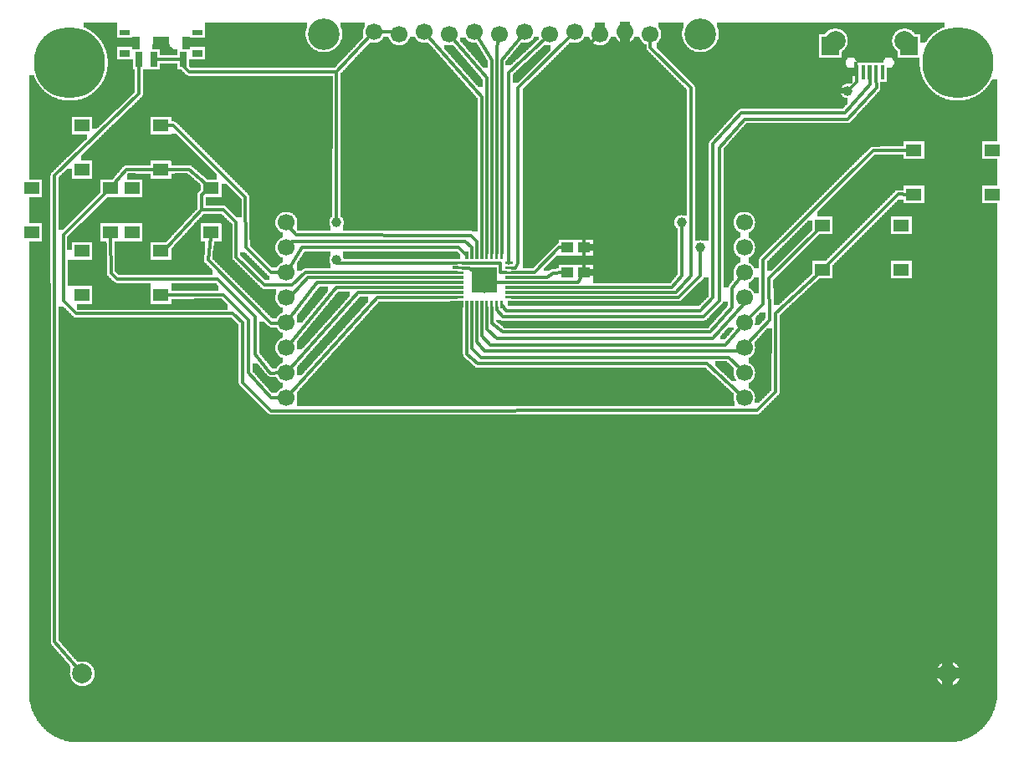
<source format=gtl>
G04 MADE WITH FRITZING*
G04 WWW.FRITZING.ORG*
G04 DOUBLE SIDED*
G04 HOLES PLATED*
G04 CONTOUR ON CENTER OF CONTOUR VECTOR*
%ASAXBY*%
%FSLAX23Y23*%
%MOIN*%
%OFA0B0*%
%SFA1.0B1.0*%
%ADD10C,0.075000*%
%ADD11C,0.283464*%
%ADD12C,0.066929*%
%ADD13C,0.078740*%
%ADD14C,0.125984*%
%ADD15C,0.039370*%
%ADD16R,0.027559X0.059055*%
%ADD17R,0.039370X0.023622*%
%ADD18R,0.039370X0.031496*%
%ADD19R,0.061024X0.051181*%
%ADD20R,0.047244X0.043307*%
%ADD21R,0.102362X0.102362*%
%ADD22C,0.012000*%
%ADD23C,0.008000*%
%LNCOPPER1*%
G90*
G70*
G54D10*
X1388Y2729D03*
X2178Y2729D03*
X3522Y2685D03*
X557Y2659D03*
X560Y2204D03*
X1434Y1714D03*
G54D11*
X202Y2741D03*
X3740Y2741D03*
G54D12*
X1065Y1404D03*
X1065Y1504D03*
X1065Y1604D03*
X1065Y1704D03*
X1065Y1804D03*
X1065Y1904D03*
X1065Y2004D03*
X1065Y2104D03*
X2890Y1404D03*
X2890Y1504D03*
X2890Y1604D03*
X2890Y1704D03*
X2890Y1804D03*
X2890Y1904D03*
X2890Y2004D03*
X2890Y2104D03*
G54D13*
X3528Y2829D03*
X3253Y2829D03*
X3702Y304D03*
X252Y304D03*
G54D14*
X1215Y2856D03*
X2715Y2856D03*
G54D15*
X3302Y2629D03*
X2715Y2004D03*
X2640Y2104D03*
X1844Y1873D03*
X1265Y1954D03*
X1265Y2104D03*
G54D12*
X2515Y2854D03*
X2415Y2864D03*
X2315Y2854D03*
X2215Y2864D03*
X2115Y2854D03*
X2015Y2864D03*
X1915Y2854D03*
X1815Y2864D03*
X1715Y2854D03*
X1615Y2864D03*
X1515Y2854D03*
X1415Y2864D03*
G54D16*
X477Y2754D03*
X536Y2754D03*
X654Y2754D03*
G54D17*
X422Y2862D03*
G54D18*
X422Y2779D03*
G54D17*
X710Y2862D03*
G54D18*
X710Y2779D03*
G54D19*
X3878Y2393D03*
X3565Y2393D03*
X3878Y2216D03*
X3565Y2216D03*
X452Y2064D03*
X765Y2064D03*
X452Y2241D03*
X765Y2241D03*
X252Y1814D03*
X565Y1814D03*
X252Y1991D03*
X565Y1991D03*
X52Y2064D03*
X365Y2064D03*
X52Y2241D03*
X365Y2241D03*
X3515Y2093D03*
X3202Y2093D03*
X3515Y1916D03*
X3202Y1916D03*
X252Y2314D03*
X565Y2314D03*
X252Y2491D03*
X565Y2491D03*
G54D20*
X2185Y1904D03*
X2252Y1904D03*
X2185Y2004D03*
X2252Y2004D03*
G54D21*
X1853Y1874D03*
G54D22*
X654Y2728D02*
X654Y2730D01*
D02*
X3312Y2638D02*
X3339Y2665D01*
D02*
X3339Y2665D02*
X3339Y2682D01*
D02*
X1265Y2704D02*
X1399Y2847D01*
D02*
X1265Y2117D02*
X1265Y2704D01*
D02*
X1264Y2705D02*
X677Y2705D01*
D02*
X677Y2705D02*
X654Y2728D01*
D02*
X1399Y2847D02*
X1264Y2705D01*
D02*
X2764Y1804D02*
X2714Y1753D01*
D02*
X646Y2754D02*
X545Y2754D01*
D02*
X141Y2290D02*
X478Y2617D01*
D02*
X478Y2617D02*
X477Y2730D01*
D02*
X142Y430D02*
X141Y2290D01*
D02*
X728Y2215D02*
X740Y2224D01*
D02*
X728Y2154D02*
X728Y2215D01*
D02*
X233Y326D02*
X142Y430D01*
D02*
X890Y1704D02*
X890Y1466D01*
D02*
X890Y1466D02*
X1003Y1353D01*
D02*
X3015Y1429D02*
X3015Y1742D01*
D02*
X852Y1741D02*
X890Y1704D01*
D02*
X226Y1741D02*
X852Y1741D01*
D02*
X1003Y1353D02*
X2940Y1354D01*
D02*
X178Y1791D02*
X226Y1741D01*
D02*
X2940Y1354D02*
X3015Y1429D01*
D02*
X177Y2054D02*
X178Y1791D01*
D02*
X345Y2221D02*
X177Y2054D01*
D02*
X427Y2316D02*
X382Y2261D01*
D02*
X540Y2314D02*
X427Y2316D01*
D02*
X3503Y2217D02*
X3222Y1936D01*
D02*
X3540Y2216D02*
X3503Y2217D01*
D02*
X1752Y2004D02*
X1785Y1973D01*
D02*
X1128Y2004D02*
X1752Y2004D01*
D02*
X1077Y1923D02*
X1128Y2004D01*
D02*
X1952Y2703D02*
X2098Y2838D01*
D02*
X1152Y1884D02*
X1745Y1884D01*
D02*
X976Y1854D02*
X1089Y1854D01*
D02*
X1089Y1854D02*
X1140Y1904D01*
D02*
X1140Y1904D02*
X1745Y1904D01*
D02*
X728Y2154D02*
X814Y2154D01*
D02*
X865Y2104D02*
X865Y1966D01*
D02*
X865Y1966D02*
X976Y1854D01*
D02*
X814Y2154D02*
X865Y2104D01*
D02*
X1080Y1421D02*
X1427Y1805D01*
D02*
X1352Y1825D02*
X1745Y1825D01*
D02*
X1080Y1521D02*
X1352Y1825D01*
D02*
X1264Y1845D02*
X1745Y1845D01*
D02*
X1080Y1622D02*
X1264Y1845D01*
D02*
X1189Y1864D02*
X1745Y1864D01*
D02*
X1079Y1722D02*
X1189Y1864D01*
D02*
X1089Y1816D02*
X1152Y1884D01*
D02*
X1086Y1814D02*
X1089Y1816D01*
D02*
X1805Y1603D02*
X1805Y1766D01*
D02*
X1841Y1566D02*
X1805Y1603D01*
D02*
X2827Y1566D02*
X1841Y1566D01*
D02*
X2873Y1520D02*
X2827Y1566D01*
D02*
X1785Y1579D02*
X1785Y1766D01*
D02*
X1826Y1541D02*
X1785Y1579D01*
D02*
X2741Y1541D02*
X1826Y1541D01*
D02*
X2873Y1419D02*
X2741Y1541D01*
D02*
X1427Y1805D02*
X1745Y1805D01*
D02*
X1903Y1642D02*
X1864Y1678D01*
D02*
X2765Y1642D02*
X1903Y1642D01*
D02*
X1883Y1703D02*
X1883Y1766D01*
D02*
X1864Y1678D02*
X1864Y1766D01*
D02*
X2889Y1779D02*
X2765Y1642D01*
D02*
X2889Y1780D02*
X2889Y1779D01*
D02*
X1844Y1653D02*
X1844Y1766D01*
D02*
X1878Y1615D02*
X1844Y1653D01*
D02*
X2815Y1615D02*
X1878Y1615D01*
D02*
X2875Y1686D02*
X2815Y1615D01*
D02*
X1824Y1628D02*
X1824Y1766D01*
D02*
X1853Y1590D02*
X1824Y1628D01*
D02*
X2864Y1590D02*
X1853Y1590D01*
D02*
X2869Y1593D02*
X2864Y1590D01*
D02*
X2103Y1884D02*
X1963Y1884D01*
D02*
X2127Y1903D02*
X2103Y1884D01*
D02*
X2228Y1864D02*
X1963Y1864D01*
D02*
X2152Y2004D02*
X2053Y1904D01*
D02*
X2053Y1904D02*
X1963Y1904D01*
D02*
X2167Y2004D02*
X2152Y2004D01*
D02*
X2252Y1920D02*
X2252Y1988D01*
D02*
X2167Y1904D02*
X2127Y1903D01*
D02*
X2242Y1888D02*
X2228Y1864D01*
D02*
X1927Y1667D02*
X1883Y1703D01*
D02*
X2753Y1667D02*
X1927Y1667D01*
D02*
X2840Y1765D02*
X2753Y1667D01*
D02*
X2840Y1841D02*
X2840Y1765D01*
D02*
X2875Y1885D02*
X2840Y1841D01*
D02*
X1919Y1904D02*
X1942Y1904D01*
D02*
X1766Y1943D02*
X1919Y1943D01*
D02*
X2602Y1845D02*
X1963Y1845D01*
D02*
X2640Y2090D02*
X2640Y1891D01*
D02*
X2640Y1891D02*
X2602Y1845D01*
D02*
X2627Y1805D02*
X1963Y1805D01*
D02*
X2715Y1990D02*
X2715Y1891D01*
D02*
X2715Y1891D02*
X2627Y1805D01*
D02*
X1003Y1703D02*
X753Y1954D01*
D02*
X753Y1954D02*
X763Y2044D01*
D02*
X1042Y1703D02*
X1003Y1703D01*
D02*
X1002Y1503D02*
X1042Y1504D01*
D02*
X940Y1728D02*
X940Y1578D01*
D02*
X940Y1578D02*
X1002Y1503D01*
D02*
X391Y1878D02*
X790Y1878D01*
D02*
X366Y1902D02*
X391Y1878D01*
D02*
X790Y1878D02*
X940Y1728D01*
D02*
X365Y2044D02*
X366Y1902D01*
D02*
X1003Y1404D02*
X914Y1504D01*
D02*
X914Y1504D02*
X915Y1716D01*
D02*
X915Y1716D02*
X814Y1816D01*
D02*
X814Y1816D02*
X590Y1814D01*
D02*
X1042Y1404D02*
X1003Y1404D01*
D02*
X1919Y1943D02*
X1919Y1904D01*
D02*
X677Y2316D02*
X590Y2315D01*
D02*
X741Y2261D02*
X677Y2316D01*
D02*
X1923Y2753D02*
X1923Y1983D01*
D02*
X2000Y2846D02*
X1923Y2753D01*
D02*
X3403Y2391D02*
X2965Y1954D01*
D02*
X2965Y1954D02*
X2965Y1778D01*
D02*
X3540Y2393D02*
X3403Y2391D01*
D02*
X2965Y1778D02*
X2906Y1720D01*
D02*
X2990Y1716D02*
X2905Y1621D01*
D02*
X2989Y1880D02*
X2990Y1716D01*
D02*
X3182Y2073D02*
X2989Y1880D01*
D02*
X1903Y2804D02*
X1903Y1983D01*
D02*
X1910Y2831D02*
X1903Y2804D01*
D02*
X1927Y1728D02*
X1903Y1754D01*
D02*
X1903Y1754D02*
X1903Y1766D01*
D02*
X2728Y1728D02*
X1927Y1728D01*
D02*
X2790Y1791D02*
X2728Y1728D01*
D02*
X1940Y1753D02*
X1923Y1776D01*
D02*
X2714Y1753D02*
X1940Y1753D01*
D02*
X2252Y2803D02*
X2252Y2020D01*
D02*
X2297Y2839D02*
X2252Y2803D01*
D02*
X2616Y1825D02*
X1963Y1825D01*
D02*
X2678Y1891D02*
X2616Y1825D01*
D02*
X2678Y2641D02*
X2678Y1891D01*
D02*
X2515Y2803D02*
X2678Y2641D01*
D02*
X2515Y2830D02*
X2515Y2803D01*
D02*
X1952Y2703D02*
X1952Y1943D01*
D02*
X1977Y1923D02*
X1963Y1923D01*
D02*
X1989Y1941D02*
X1977Y1923D01*
D02*
X1989Y2641D02*
X1989Y1941D01*
D02*
X2198Y2847D02*
X1989Y2641D01*
G54D23*
D02*
X1807Y1867D02*
X1857Y1875D01*
G54D22*
D02*
X1794Y1923D02*
X1766Y1923D01*
D02*
X1853Y1864D02*
X1942Y1864D01*
D02*
X1853Y1828D02*
X1853Y1864D01*
D02*
X1818Y1904D02*
X1794Y1923D01*
D02*
X3181Y1896D02*
X3015Y1742D01*
D02*
X565Y1991D02*
X565Y1991D01*
D02*
X577Y1992D02*
X565Y1991D01*
D02*
X728Y2154D02*
X577Y1992D01*
D02*
X1844Y2604D02*
X1844Y1983D01*
D02*
X1824Y2029D02*
X1824Y1983D01*
D02*
X1103Y2054D02*
X1802Y2053D01*
D02*
X1802Y2053D02*
X1824Y2029D01*
D02*
X1079Y2085D02*
X1103Y2054D01*
D02*
X1805Y2004D02*
X1805Y1983D01*
D02*
X1089Y2029D02*
X1777Y2029D01*
D02*
X1777Y2029D02*
X1805Y2004D01*
D02*
X1081Y2021D02*
X1089Y2029D01*
D02*
X1490Y2866D02*
X1427Y2866D01*
D02*
X1427Y2866D02*
X1438Y2868D01*
D02*
X1494Y2864D02*
X1490Y2866D01*
D02*
X1265Y1943D02*
X1265Y1940D01*
D02*
X1745Y1943D02*
X1265Y1943D01*
D02*
X1003Y1904D02*
X1042Y1904D01*
D02*
X614Y2492D02*
X902Y2204D01*
D02*
X902Y2204D02*
X903Y2004D01*
D02*
X903Y2004D02*
X1003Y1904D01*
D02*
X590Y2491D02*
X614Y2492D01*
D02*
X1883Y2753D02*
X1883Y1983D01*
D02*
X1827Y2844D02*
X1883Y2753D01*
D02*
X1864Y2680D02*
X1864Y1983D01*
D02*
X1730Y2836D02*
X1864Y2680D01*
D02*
X1630Y2846D02*
X1844Y2604D01*
D02*
X2878Y2542D02*
X3290Y2542D01*
D02*
X2764Y2417D02*
X2878Y2542D01*
D02*
X3290Y2542D02*
X3390Y2654D01*
D02*
X3390Y2654D02*
X3390Y2682D01*
D02*
X2764Y1804D02*
X2764Y2417D01*
D02*
X2790Y2403D02*
X2890Y2516D01*
D02*
X2890Y2516D02*
X3301Y2516D01*
D02*
X3301Y2516D02*
X3416Y2640D01*
D02*
X3416Y2640D02*
X3415Y2682D01*
D02*
X2790Y1791D02*
X2790Y2403D01*
G36*
X534Y2846D02*
X534Y2814D01*
X532Y2814D01*
X532Y2794D01*
X560Y2794D01*
X560Y2770D01*
X630Y2770D01*
X630Y2794D01*
X622Y2794D01*
X622Y2796D01*
X614Y2796D01*
X614Y2798D01*
X610Y2798D01*
X610Y2800D01*
X608Y2800D01*
X608Y2802D01*
X606Y2802D01*
X606Y2804D01*
X604Y2804D01*
X604Y2806D01*
X602Y2806D01*
X602Y2810D01*
X600Y2810D01*
X600Y2814D01*
X598Y2814D01*
X598Y2846D01*
X534Y2846D01*
G37*
D02*
G36*
X740Y2902D02*
X740Y2840D01*
X1144Y2840D01*
X1144Y2844D01*
X1142Y2844D01*
X1142Y2868D01*
X1144Y2868D01*
X1144Y2878D01*
X1146Y2878D01*
X1146Y2882D01*
X1148Y2882D01*
X1148Y2902D01*
X740Y2902D01*
G37*
D02*
G36*
X1282Y2902D02*
X1282Y2882D01*
X1284Y2882D01*
X1284Y2876D01*
X1286Y2876D01*
X1286Y2866D01*
X1288Y2866D01*
X1288Y2846D01*
X1286Y2846D01*
X1286Y2836D01*
X1284Y2836D01*
X1284Y2830D01*
X1282Y2830D01*
X1282Y2826D01*
X1280Y2826D01*
X1280Y2822D01*
X1278Y2822D01*
X1278Y2818D01*
X1276Y2818D01*
X1276Y2814D01*
X1274Y2814D01*
X1274Y2812D01*
X1272Y2812D01*
X1272Y2810D01*
X1270Y2810D01*
X1270Y2808D01*
X1268Y2808D01*
X1268Y2806D01*
X1266Y2806D01*
X1266Y2804D01*
X1264Y2804D01*
X1264Y2802D01*
X1262Y2802D01*
X1262Y2800D01*
X1260Y2800D01*
X1260Y2798D01*
X1258Y2798D01*
X1258Y2796D01*
X1254Y2796D01*
X1254Y2794D01*
X1252Y2794D01*
X1252Y2792D01*
X1248Y2792D01*
X1248Y2790D01*
X1244Y2790D01*
X1244Y2788D01*
X1238Y2788D01*
X1238Y2786D01*
X1232Y2786D01*
X1232Y2784D01*
X1318Y2784D01*
X1318Y2786D01*
X1320Y2786D01*
X1320Y2788D01*
X1322Y2788D01*
X1322Y2790D01*
X1324Y2790D01*
X1324Y2792D01*
X1326Y2792D01*
X1326Y2794D01*
X1328Y2794D01*
X1328Y2796D01*
X1330Y2796D01*
X1330Y2798D01*
X1332Y2798D01*
X1332Y2800D01*
X1334Y2800D01*
X1334Y2802D01*
X1336Y2802D01*
X1336Y2804D01*
X1338Y2804D01*
X1338Y2806D01*
X1340Y2806D01*
X1340Y2810D01*
X1342Y2810D01*
X1342Y2812D01*
X1344Y2812D01*
X1344Y2814D01*
X1346Y2814D01*
X1346Y2816D01*
X1348Y2816D01*
X1348Y2818D01*
X1350Y2818D01*
X1350Y2820D01*
X1352Y2820D01*
X1352Y2822D01*
X1354Y2822D01*
X1354Y2824D01*
X1356Y2824D01*
X1356Y2826D01*
X1358Y2826D01*
X1358Y2828D01*
X1360Y2828D01*
X1360Y2830D01*
X1362Y2830D01*
X1362Y2832D01*
X1364Y2832D01*
X1364Y2834D01*
X1366Y2834D01*
X1366Y2836D01*
X1368Y2836D01*
X1368Y2838D01*
X1370Y2838D01*
X1370Y2840D01*
X1372Y2840D01*
X1372Y2874D01*
X1374Y2874D01*
X1374Y2880D01*
X1376Y2880D01*
X1376Y2902D01*
X1282Y2902D01*
G37*
D02*
G36*
X652Y2846D02*
X652Y2840D01*
X680Y2840D01*
X680Y2846D01*
X652Y2846D01*
G37*
D02*
G36*
X652Y2840D02*
X652Y2838D01*
X1144Y2838D01*
X1144Y2840D01*
X652Y2840D01*
G37*
D02*
G36*
X652Y2840D02*
X652Y2838D01*
X1144Y2838D01*
X1144Y2840D01*
X652Y2840D01*
G37*
D02*
G36*
X652Y2838D02*
X652Y2814D01*
X650Y2814D01*
X650Y2804D01*
X740Y2804D01*
X740Y2784D01*
X1198Y2784D01*
X1198Y2786D01*
X1192Y2786D01*
X1192Y2788D01*
X1186Y2788D01*
X1186Y2790D01*
X1182Y2790D01*
X1182Y2792D01*
X1178Y2792D01*
X1178Y2794D01*
X1174Y2794D01*
X1174Y2796D01*
X1172Y2796D01*
X1172Y2798D01*
X1170Y2798D01*
X1170Y2800D01*
X1166Y2800D01*
X1166Y2802D01*
X1164Y2802D01*
X1164Y2804D01*
X1162Y2804D01*
X1162Y2806D01*
X1160Y2806D01*
X1160Y2810D01*
X1158Y2810D01*
X1158Y2812D01*
X1156Y2812D01*
X1156Y2814D01*
X1154Y2814D01*
X1154Y2818D01*
X1152Y2818D01*
X1152Y2820D01*
X1150Y2820D01*
X1150Y2824D01*
X1148Y2824D01*
X1148Y2830D01*
X1146Y2830D01*
X1146Y2834D01*
X1144Y2834D01*
X1144Y2838D01*
X652Y2838D01*
G37*
D02*
G36*
X650Y2804D02*
X650Y2794D01*
X680Y2794D01*
X680Y2804D01*
X650Y2804D01*
G37*
D02*
G36*
X740Y2784D02*
X740Y2782D01*
X1316Y2782D01*
X1316Y2784D01*
X740Y2784D01*
G37*
D02*
G36*
X740Y2784D02*
X740Y2782D01*
X1316Y2782D01*
X1316Y2784D01*
X740Y2784D01*
G37*
D02*
G36*
X740Y2782D02*
X740Y2754D01*
X678Y2754D01*
X678Y2726D01*
X680Y2726D01*
X680Y2724D01*
X682Y2724D01*
X682Y2722D01*
X684Y2722D01*
X684Y2720D01*
X1258Y2720D01*
X1258Y2722D01*
X1260Y2722D01*
X1260Y2724D01*
X1262Y2724D01*
X1262Y2726D01*
X1264Y2726D01*
X1264Y2728D01*
X1266Y2728D01*
X1266Y2732D01*
X1268Y2732D01*
X1268Y2734D01*
X1270Y2734D01*
X1270Y2736D01*
X1272Y2736D01*
X1272Y2738D01*
X1274Y2738D01*
X1274Y2740D01*
X1276Y2740D01*
X1276Y2742D01*
X1278Y2742D01*
X1278Y2744D01*
X1280Y2744D01*
X1280Y2746D01*
X1282Y2746D01*
X1282Y2748D01*
X1284Y2748D01*
X1284Y2750D01*
X1286Y2750D01*
X1286Y2752D01*
X1288Y2752D01*
X1288Y2754D01*
X1290Y2754D01*
X1290Y2756D01*
X1292Y2756D01*
X1292Y2758D01*
X1294Y2758D01*
X1294Y2760D01*
X1296Y2760D01*
X1296Y2762D01*
X1298Y2762D01*
X1298Y2764D01*
X1300Y2764D01*
X1300Y2766D01*
X1302Y2766D01*
X1302Y2768D01*
X1304Y2768D01*
X1304Y2772D01*
X1306Y2772D01*
X1306Y2774D01*
X1308Y2774D01*
X1308Y2776D01*
X1310Y2776D01*
X1310Y2778D01*
X1312Y2778D01*
X1312Y2780D01*
X1314Y2780D01*
X1314Y2782D01*
X740Y2782D01*
G37*
D02*
G36*
X1452Y2844D02*
X1452Y2840D01*
X1450Y2840D01*
X1450Y2838D01*
X1448Y2838D01*
X1448Y2834D01*
X1446Y2834D01*
X1446Y2832D01*
X1444Y2832D01*
X1444Y2830D01*
X1440Y2830D01*
X1440Y2828D01*
X1438Y2828D01*
X1438Y2826D01*
X1434Y2826D01*
X1434Y2824D01*
X1430Y2824D01*
X1430Y2822D01*
X1424Y2822D01*
X1424Y2820D01*
X1396Y2820D01*
X1396Y2818D01*
X1394Y2818D01*
X1394Y2816D01*
X1392Y2816D01*
X1392Y2814D01*
X1390Y2814D01*
X1390Y2812D01*
X1388Y2812D01*
X1388Y2810D01*
X1506Y2810D01*
X1506Y2812D01*
X1500Y2812D01*
X1500Y2814D01*
X1496Y2814D01*
X1496Y2816D01*
X1492Y2816D01*
X1492Y2818D01*
X1488Y2818D01*
X1488Y2820D01*
X1486Y2820D01*
X1486Y2822D01*
X1484Y2822D01*
X1484Y2824D01*
X1482Y2824D01*
X1482Y2826D01*
X1480Y2826D01*
X1480Y2830D01*
X1478Y2830D01*
X1478Y2832D01*
X1476Y2832D01*
X1476Y2836D01*
X1474Y2836D01*
X1474Y2842D01*
X1472Y2842D01*
X1472Y2844D01*
X1452Y2844D01*
G37*
D02*
G36*
X1556Y2844D02*
X1556Y2838D01*
X1554Y2838D01*
X1554Y2834D01*
X1552Y2834D01*
X1552Y2830D01*
X1550Y2830D01*
X1550Y2828D01*
X1548Y2828D01*
X1548Y2824D01*
X1546Y2824D01*
X1546Y2822D01*
X1544Y2822D01*
X1544Y2820D01*
X1540Y2820D01*
X1540Y2818D01*
X1538Y2818D01*
X1538Y2816D01*
X1534Y2816D01*
X1534Y2814D01*
X1530Y2814D01*
X1530Y2812D01*
X1524Y2812D01*
X1524Y2810D01*
X1640Y2810D01*
X1640Y2812D01*
X1638Y2812D01*
X1638Y2814D01*
X1636Y2814D01*
X1636Y2816D01*
X1634Y2816D01*
X1634Y2818D01*
X1632Y2818D01*
X1632Y2820D01*
X1606Y2820D01*
X1606Y2822D01*
X1600Y2822D01*
X1600Y2824D01*
X1596Y2824D01*
X1596Y2826D01*
X1592Y2826D01*
X1592Y2828D01*
X1588Y2828D01*
X1588Y2830D01*
X1586Y2830D01*
X1586Y2832D01*
X1584Y2832D01*
X1584Y2834D01*
X1582Y2834D01*
X1582Y2836D01*
X1580Y2836D01*
X1580Y2840D01*
X1578Y2840D01*
X1578Y2842D01*
X1576Y2842D01*
X1576Y2844D01*
X1556Y2844D01*
G37*
D02*
G36*
X1386Y2810D02*
X1386Y2808D01*
X1642Y2808D01*
X1642Y2810D01*
X1386Y2810D01*
G37*
D02*
G36*
X1386Y2810D02*
X1386Y2808D01*
X1642Y2808D01*
X1642Y2810D01*
X1386Y2810D01*
G37*
D02*
G36*
X1384Y2808D02*
X1384Y2806D01*
X1382Y2806D01*
X1382Y2804D01*
X1380Y2804D01*
X1380Y2802D01*
X1378Y2802D01*
X1378Y2800D01*
X1376Y2800D01*
X1376Y2798D01*
X1374Y2798D01*
X1374Y2796D01*
X1372Y2796D01*
X1372Y2794D01*
X1370Y2794D01*
X1370Y2792D01*
X1368Y2792D01*
X1368Y2790D01*
X1366Y2790D01*
X1366Y2786D01*
X1364Y2786D01*
X1364Y2784D01*
X1362Y2784D01*
X1362Y2782D01*
X1360Y2782D01*
X1360Y2780D01*
X1358Y2780D01*
X1358Y2778D01*
X1356Y2778D01*
X1356Y2776D01*
X1354Y2776D01*
X1354Y2774D01*
X1352Y2774D01*
X1352Y2772D01*
X1350Y2772D01*
X1350Y2770D01*
X1348Y2770D01*
X1348Y2768D01*
X1346Y2768D01*
X1346Y2766D01*
X1344Y2766D01*
X1344Y2764D01*
X1342Y2764D01*
X1342Y2762D01*
X1340Y2762D01*
X1340Y2760D01*
X1338Y2760D01*
X1338Y2756D01*
X1336Y2756D01*
X1336Y2754D01*
X1334Y2754D01*
X1334Y2752D01*
X1332Y2752D01*
X1332Y2750D01*
X1330Y2750D01*
X1330Y2748D01*
X1328Y2748D01*
X1328Y2746D01*
X1326Y2746D01*
X1326Y2744D01*
X1324Y2744D01*
X1324Y2742D01*
X1322Y2742D01*
X1322Y2740D01*
X1320Y2740D01*
X1320Y2738D01*
X1318Y2738D01*
X1318Y2736D01*
X1316Y2736D01*
X1316Y2734D01*
X1314Y2734D01*
X1314Y2732D01*
X1312Y2732D01*
X1312Y2730D01*
X1310Y2730D01*
X1310Y2728D01*
X1308Y2728D01*
X1308Y2724D01*
X1306Y2724D01*
X1306Y2722D01*
X1304Y2722D01*
X1304Y2720D01*
X1302Y2720D01*
X1302Y2718D01*
X1300Y2718D01*
X1300Y2716D01*
X1298Y2716D01*
X1298Y2714D01*
X1296Y2714D01*
X1296Y2712D01*
X1294Y2712D01*
X1294Y2710D01*
X1292Y2710D01*
X1292Y2708D01*
X1290Y2708D01*
X1290Y2706D01*
X1288Y2706D01*
X1288Y2704D01*
X1286Y2704D01*
X1286Y2702D01*
X1284Y2702D01*
X1284Y2700D01*
X1282Y2700D01*
X1282Y2382D01*
X1280Y2382D01*
X1280Y2128D01*
X1282Y2128D01*
X1282Y2126D01*
X1286Y2126D01*
X1286Y2124D01*
X1288Y2124D01*
X1288Y2120D01*
X1290Y2120D01*
X1290Y2118D01*
X1292Y2118D01*
X1292Y2112D01*
X1294Y2112D01*
X1294Y2094D01*
X1292Y2094D01*
X1292Y2090D01*
X1290Y2090D01*
X1290Y2070D01*
X1804Y2070D01*
X1804Y2068D01*
X1828Y2068D01*
X1828Y2598D01*
X1826Y2598D01*
X1826Y2600D01*
X1824Y2600D01*
X1824Y2602D01*
X1822Y2602D01*
X1822Y2606D01*
X1820Y2606D01*
X1820Y2608D01*
X1818Y2608D01*
X1818Y2610D01*
X1816Y2610D01*
X1816Y2612D01*
X1814Y2612D01*
X1814Y2614D01*
X1812Y2614D01*
X1812Y2616D01*
X1810Y2616D01*
X1810Y2618D01*
X1808Y2618D01*
X1808Y2622D01*
X1806Y2622D01*
X1806Y2624D01*
X1804Y2624D01*
X1804Y2626D01*
X1802Y2626D01*
X1802Y2628D01*
X1800Y2628D01*
X1800Y2630D01*
X1798Y2630D01*
X1798Y2632D01*
X1796Y2632D01*
X1796Y2634D01*
X1794Y2634D01*
X1794Y2638D01*
X1792Y2638D01*
X1792Y2640D01*
X1790Y2640D01*
X1790Y2642D01*
X1788Y2642D01*
X1788Y2644D01*
X1786Y2644D01*
X1786Y2646D01*
X1784Y2646D01*
X1784Y2648D01*
X1782Y2648D01*
X1782Y2650D01*
X1780Y2650D01*
X1780Y2652D01*
X1778Y2652D01*
X1778Y2656D01*
X1776Y2656D01*
X1776Y2658D01*
X1774Y2658D01*
X1774Y2660D01*
X1772Y2660D01*
X1772Y2662D01*
X1770Y2662D01*
X1770Y2664D01*
X1768Y2664D01*
X1768Y2666D01*
X1766Y2666D01*
X1766Y2668D01*
X1764Y2668D01*
X1764Y2672D01*
X1762Y2672D01*
X1762Y2674D01*
X1760Y2674D01*
X1760Y2676D01*
X1758Y2676D01*
X1758Y2678D01*
X1756Y2678D01*
X1756Y2680D01*
X1754Y2680D01*
X1754Y2682D01*
X1752Y2682D01*
X1752Y2684D01*
X1750Y2684D01*
X1750Y2686D01*
X1748Y2686D01*
X1748Y2690D01*
X1746Y2690D01*
X1746Y2692D01*
X1744Y2692D01*
X1744Y2694D01*
X1742Y2694D01*
X1742Y2696D01*
X1740Y2696D01*
X1740Y2698D01*
X1738Y2698D01*
X1738Y2700D01*
X1736Y2700D01*
X1736Y2702D01*
X1734Y2702D01*
X1734Y2706D01*
X1732Y2706D01*
X1732Y2708D01*
X1730Y2708D01*
X1730Y2710D01*
X1728Y2710D01*
X1728Y2712D01*
X1726Y2712D01*
X1726Y2714D01*
X1724Y2714D01*
X1724Y2716D01*
X1722Y2716D01*
X1722Y2718D01*
X1720Y2718D01*
X1720Y2722D01*
X1718Y2722D01*
X1718Y2724D01*
X1716Y2724D01*
X1716Y2726D01*
X1714Y2726D01*
X1714Y2728D01*
X1712Y2728D01*
X1712Y2730D01*
X1710Y2730D01*
X1710Y2732D01*
X1708Y2732D01*
X1708Y2734D01*
X1706Y2734D01*
X1706Y2736D01*
X1704Y2736D01*
X1704Y2740D01*
X1702Y2740D01*
X1702Y2742D01*
X1700Y2742D01*
X1700Y2744D01*
X1698Y2744D01*
X1698Y2746D01*
X1696Y2746D01*
X1696Y2748D01*
X1694Y2748D01*
X1694Y2750D01*
X1692Y2750D01*
X1692Y2752D01*
X1690Y2752D01*
X1690Y2756D01*
X1688Y2756D01*
X1688Y2758D01*
X1686Y2758D01*
X1686Y2760D01*
X1684Y2760D01*
X1684Y2762D01*
X1682Y2762D01*
X1682Y2764D01*
X1680Y2764D01*
X1680Y2766D01*
X1678Y2766D01*
X1678Y2768D01*
X1676Y2768D01*
X1676Y2772D01*
X1674Y2772D01*
X1674Y2774D01*
X1672Y2774D01*
X1672Y2776D01*
X1670Y2776D01*
X1670Y2778D01*
X1668Y2778D01*
X1668Y2780D01*
X1666Y2780D01*
X1666Y2782D01*
X1664Y2782D01*
X1664Y2784D01*
X1662Y2784D01*
X1662Y2786D01*
X1660Y2786D01*
X1660Y2790D01*
X1658Y2790D01*
X1658Y2792D01*
X1656Y2792D01*
X1656Y2794D01*
X1654Y2794D01*
X1654Y2796D01*
X1652Y2796D01*
X1652Y2798D01*
X1650Y2798D01*
X1650Y2800D01*
X1648Y2800D01*
X1648Y2802D01*
X1646Y2802D01*
X1646Y2806D01*
X1644Y2806D01*
X1644Y2808D01*
X1384Y2808D01*
G37*
D02*
G36*
X2052Y2844D02*
X2052Y2840D01*
X2050Y2840D01*
X2050Y2838D01*
X2048Y2838D01*
X2048Y2834D01*
X2046Y2834D01*
X2046Y2832D01*
X2044Y2832D01*
X2044Y2830D01*
X2040Y2830D01*
X2040Y2828D01*
X2038Y2828D01*
X2038Y2826D01*
X2034Y2826D01*
X2034Y2824D01*
X2030Y2824D01*
X2030Y2822D01*
X2024Y2822D01*
X2024Y2820D01*
X1998Y2820D01*
X1998Y2818D01*
X1996Y2818D01*
X1996Y2814D01*
X1994Y2814D01*
X1994Y2812D01*
X1992Y2812D01*
X1992Y2810D01*
X1990Y2810D01*
X1990Y2808D01*
X1988Y2808D01*
X1988Y2806D01*
X1986Y2806D01*
X1986Y2802D01*
X1984Y2802D01*
X1984Y2800D01*
X1982Y2800D01*
X1982Y2798D01*
X1980Y2798D01*
X1980Y2796D01*
X1978Y2796D01*
X1978Y2794D01*
X1976Y2794D01*
X1976Y2790D01*
X1974Y2790D01*
X1974Y2788D01*
X1972Y2788D01*
X1972Y2786D01*
X1970Y2786D01*
X1970Y2784D01*
X1968Y2784D01*
X1968Y2782D01*
X1966Y2782D01*
X1966Y2778D01*
X1964Y2778D01*
X1964Y2776D01*
X1962Y2776D01*
X1962Y2774D01*
X1960Y2774D01*
X1960Y2772D01*
X1958Y2772D01*
X1958Y2770D01*
X1956Y2770D01*
X1956Y2766D01*
X1954Y2766D01*
X1954Y2764D01*
X1952Y2764D01*
X1952Y2762D01*
X1950Y2762D01*
X1950Y2760D01*
X1948Y2760D01*
X1948Y2758D01*
X1946Y2758D01*
X1946Y2754D01*
X1944Y2754D01*
X1944Y2752D01*
X1942Y2752D01*
X1942Y2750D01*
X1940Y2750D01*
X1940Y2748D01*
X1938Y2748D01*
X1938Y2730D01*
X1958Y2730D01*
X1958Y2732D01*
X1962Y2732D01*
X1962Y2734D01*
X1964Y2734D01*
X1964Y2736D01*
X1966Y2736D01*
X1966Y2738D01*
X1968Y2738D01*
X1968Y2740D01*
X1970Y2740D01*
X1970Y2742D01*
X1972Y2742D01*
X1972Y2744D01*
X1974Y2744D01*
X1974Y2746D01*
X1976Y2746D01*
X1976Y2748D01*
X1978Y2748D01*
X1978Y2750D01*
X1980Y2750D01*
X1980Y2752D01*
X1982Y2752D01*
X1982Y2754D01*
X1984Y2754D01*
X1984Y2756D01*
X1988Y2756D01*
X1988Y2758D01*
X1990Y2758D01*
X1990Y2760D01*
X1992Y2760D01*
X1992Y2762D01*
X1994Y2762D01*
X1994Y2764D01*
X1996Y2764D01*
X1996Y2766D01*
X1998Y2766D01*
X1998Y2768D01*
X2000Y2768D01*
X2000Y2770D01*
X2002Y2770D01*
X2002Y2772D01*
X2004Y2772D01*
X2004Y2774D01*
X2006Y2774D01*
X2006Y2776D01*
X2008Y2776D01*
X2008Y2778D01*
X2010Y2778D01*
X2010Y2780D01*
X2012Y2780D01*
X2012Y2782D01*
X2016Y2782D01*
X2016Y2784D01*
X2018Y2784D01*
X2018Y2786D01*
X2020Y2786D01*
X2020Y2788D01*
X2022Y2788D01*
X2022Y2790D01*
X2024Y2790D01*
X2024Y2792D01*
X2026Y2792D01*
X2026Y2794D01*
X2028Y2794D01*
X2028Y2796D01*
X2030Y2796D01*
X2030Y2798D01*
X2032Y2798D01*
X2032Y2800D01*
X2034Y2800D01*
X2034Y2802D01*
X2036Y2802D01*
X2036Y2804D01*
X2038Y2804D01*
X2038Y2806D01*
X2042Y2806D01*
X2042Y2808D01*
X2044Y2808D01*
X2044Y2810D01*
X2046Y2810D01*
X2046Y2812D01*
X2048Y2812D01*
X2048Y2814D01*
X2050Y2814D01*
X2050Y2816D01*
X2052Y2816D01*
X2052Y2818D01*
X2054Y2818D01*
X2054Y2820D01*
X2056Y2820D01*
X2056Y2822D01*
X2058Y2822D01*
X2058Y2824D01*
X2060Y2824D01*
X2060Y2826D01*
X2062Y2826D01*
X2062Y2828D01*
X2064Y2828D01*
X2064Y2830D01*
X2066Y2830D01*
X2066Y2832D01*
X2070Y2832D01*
X2070Y2834D01*
X2072Y2834D01*
X2072Y2844D01*
X2052Y2844D01*
G37*
D02*
G36*
X2252Y2844D02*
X2252Y2840D01*
X2250Y2840D01*
X2250Y2838D01*
X2248Y2838D01*
X2248Y2834D01*
X2246Y2834D01*
X2246Y2832D01*
X2244Y2832D01*
X2244Y2830D01*
X2240Y2830D01*
X2240Y2828D01*
X2238Y2828D01*
X2238Y2826D01*
X2234Y2826D01*
X2234Y2824D01*
X2230Y2824D01*
X2230Y2822D01*
X2224Y2822D01*
X2224Y2820D01*
X2192Y2820D01*
X2192Y2818D01*
X2190Y2818D01*
X2190Y2816D01*
X2188Y2816D01*
X2188Y2814D01*
X2186Y2814D01*
X2186Y2812D01*
X2184Y2812D01*
X2184Y2810D01*
X2306Y2810D01*
X2306Y2812D01*
X2300Y2812D01*
X2300Y2814D01*
X2296Y2814D01*
X2296Y2816D01*
X2292Y2816D01*
X2292Y2818D01*
X2288Y2818D01*
X2288Y2820D01*
X2286Y2820D01*
X2286Y2822D01*
X2284Y2822D01*
X2284Y2824D01*
X2282Y2824D01*
X2282Y2826D01*
X2280Y2826D01*
X2280Y2830D01*
X2278Y2830D01*
X2278Y2832D01*
X2276Y2832D01*
X2276Y2836D01*
X2274Y2836D01*
X2274Y2842D01*
X2272Y2842D01*
X2272Y2844D01*
X2252Y2844D01*
G37*
D02*
G36*
X2356Y2844D02*
X2356Y2838D01*
X2354Y2838D01*
X2354Y2834D01*
X2352Y2834D01*
X2352Y2830D01*
X2350Y2830D01*
X2350Y2828D01*
X2348Y2828D01*
X2348Y2824D01*
X2346Y2824D01*
X2346Y2822D01*
X2344Y2822D01*
X2344Y2820D01*
X2406Y2820D01*
X2406Y2822D01*
X2400Y2822D01*
X2400Y2824D01*
X2396Y2824D01*
X2396Y2826D01*
X2392Y2826D01*
X2392Y2828D01*
X2388Y2828D01*
X2388Y2830D01*
X2386Y2830D01*
X2386Y2832D01*
X2384Y2832D01*
X2384Y2834D01*
X2382Y2834D01*
X2382Y2836D01*
X2380Y2836D01*
X2380Y2840D01*
X2378Y2840D01*
X2378Y2842D01*
X2376Y2842D01*
X2376Y2844D01*
X2356Y2844D01*
G37*
D02*
G36*
X2452Y2844D02*
X2452Y2840D01*
X2450Y2840D01*
X2450Y2838D01*
X2448Y2838D01*
X2448Y2834D01*
X2446Y2834D01*
X2446Y2832D01*
X2444Y2832D01*
X2444Y2830D01*
X2440Y2830D01*
X2440Y2828D01*
X2438Y2828D01*
X2438Y2826D01*
X2434Y2826D01*
X2434Y2824D01*
X2430Y2824D01*
X2430Y2822D01*
X2424Y2822D01*
X2424Y2820D01*
X2486Y2820D01*
X2486Y2822D01*
X2484Y2822D01*
X2484Y2824D01*
X2482Y2824D01*
X2482Y2826D01*
X2480Y2826D01*
X2480Y2830D01*
X2478Y2830D01*
X2478Y2832D01*
X2476Y2832D01*
X2476Y2836D01*
X2474Y2836D01*
X2474Y2842D01*
X2472Y2842D01*
X2472Y2844D01*
X2452Y2844D01*
G37*
D02*
G36*
X2340Y2820D02*
X2340Y2818D01*
X2488Y2818D01*
X2488Y2820D01*
X2340Y2820D01*
G37*
D02*
G36*
X2340Y2820D02*
X2340Y2818D01*
X2488Y2818D01*
X2488Y2820D01*
X2340Y2820D01*
G37*
D02*
G36*
X2338Y2818D02*
X2338Y2816D01*
X2334Y2816D01*
X2334Y2814D01*
X2330Y2814D01*
X2330Y2812D01*
X2324Y2812D01*
X2324Y2810D01*
X2500Y2810D01*
X2500Y2814D01*
X2496Y2814D01*
X2496Y2816D01*
X2492Y2816D01*
X2492Y2818D01*
X2338Y2818D01*
G37*
D02*
G36*
X2182Y2810D02*
X2182Y2808D01*
X2500Y2808D01*
X2500Y2810D01*
X2182Y2810D01*
G37*
D02*
G36*
X2182Y2810D02*
X2182Y2808D01*
X2500Y2808D01*
X2500Y2810D01*
X2182Y2810D01*
G37*
D02*
G36*
X2180Y2808D02*
X2180Y2806D01*
X2178Y2806D01*
X2178Y2804D01*
X2176Y2804D01*
X2176Y2802D01*
X2174Y2802D01*
X2174Y2800D01*
X2172Y2800D01*
X2172Y2798D01*
X2170Y2798D01*
X2170Y2796D01*
X2168Y2796D01*
X2168Y2794D01*
X2166Y2794D01*
X2166Y2792D01*
X2164Y2792D01*
X2164Y2790D01*
X2162Y2790D01*
X2162Y2788D01*
X2160Y2788D01*
X2160Y2786D01*
X2158Y2786D01*
X2158Y2784D01*
X2156Y2784D01*
X2156Y2782D01*
X2154Y2782D01*
X2154Y2780D01*
X2152Y2780D01*
X2152Y2778D01*
X2150Y2778D01*
X2150Y2776D01*
X2148Y2776D01*
X2148Y2774D01*
X2146Y2774D01*
X2146Y2772D01*
X2144Y2772D01*
X2144Y2770D01*
X2142Y2770D01*
X2142Y2768D01*
X2140Y2768D01*
X2140Y2766D01*
X2138Y2766D01*
X2138Y2764D01*
X2136Y2764D01*
X2136Y2762D01*
X2134Y2762D01*
X2134Y2760D01*
X2132Y2760D01*
X2132Y2758D01*
X2130Y2758D01*
X2130Y2756D01*
X2128Y2756D01*
X2128Y2754D01*
X2126Y2754D01*
X2126Y2752D01*
X2124Y2752D01*
X2124Y2750D01*
X2122Y2750D01*
X2122Y2748D01*
X2120Y2748D01*
X2120Y2746D01*
X2118Y2746D01*
X2118Y2744D01*
X2116Y2744D01*
X2116Y2742D01*
X2114Y2742D01*
X2114Y2740D01*
X2112Y2740D01*
X2112Y2738D01*
X2110Y2738D01*
X2110Y2736D01*
X2108Y2736D01*
X2108Y2734D01*
X2106Y2734D01*
X2106Y2732D01*
X2104Y2732D01*
X2104Y2730D01*
X2102Y2730D01*
X2102Y2728D01*
X2100Y2728D01*
X2100Y2726D01*
X2098Y2726D01*
X2098Y2724D01*
X2096Y2724D01*
X2096Y2722D01*
X2094Y2722D01*
X2094Y2720D01*
X2092Y2720D01*
X2092Y2718D01*
X2090Y2718D01*
X2090Y2716D01*
X2088Y2716D01*
X2088Y2714D01*
X2086Y2714D01*
X2086Y2712D01*
X2084Y2712D01*
X2084Y2710D01*
X2082Y2710D01*
X2082Y2708D01*
X2080Y2708D01*
X2080Y2706D01*
X2078Y2706D01*
X2078Y2704D01*
X2076Y2704D01*
X2076Y2702D01*
X2074Y2702D01*
X2074Y2700D01*
X2072Y2700D01*
X2072Y2698D01*
X2070Y2698D01*
X2070Y2696D01*
X2068Y2696D01*
X2068Y2694D01*
X2066Y2694D01*
X2066Y2692D01*
X2064Y2692D01*
X2064Y2690D01*
X2062Y2690D01*
X2062Y2688D01*
X2060Y2688D01*
X2060Y2686D01*
X2058Y2686D01*
X2058Y2684D01*
X2054Y2684D01*
X2054Y2682D01*
X2052Y2682D01*
X2052Y2680D01*
X2050Y2680D01*
X2050Y2678D01*
X2048Y2678D01*
X2048Y2676D01*
X2046Y2676D01*
X2046Y2674D01*
X2044Y2674D01*
X2044Y2672D01*
X2042Y2672D01*
X2042Y2670D01*
X2040Y2670D01*
X2040Y2668D01*
X2038Y2668D01*
X2038Y2666D01*
X2036Y2666D01*
X2036Y2664D01*
X2034Y2664D01*
X2034Y2662D01*
X2032Y2662D01*
X2032Y2660D01*
X2030Y2660D01*
X2030Y2658D01*
X2028Y2658D01*
X2028Y2656D01*
X2026Y2656D01*
X2026Y2654D01*
X2024Y2654D01*
X2024Y2652D01*
X2022Y2652D01*
X2022Y2650D01*
X2020Y2650D01*
X2020Y2648D01*
X2018Y2648D01*
X2018Y2646D01*
X2016Y2646D01*
X2016Y2644D01*
X2014Y2644D01*
X2014Y2642D01*
X2012Y2642D01*
X2012Y2640D01*
X2010Y2640D01*
X2010Y2638D01*
X2008Y2638D01*
X2008Y2636D01*
X2006Y2636D01*
X2006Y2134D01*
X2642Y2134D01*
X2642Y2132D01*
X2662Y2132D01*
X2662Y2634D01*
X2660Y2634D01*
X2660Y2636D01*
X2658Y2636D01*
X2658Y2638D01*
X2656Y2638D01*
X2656Y2640D01*
X2654Y2640D01*
X2654Y2642D01*
X2652Y2642D01*
X2652Y2644D01*
X2650Y2644D01*
X2650Y2646D01*
X2648Y2646D01*
X2648Y2648D01*
X2646Y2648D01*
X2646Y2650D01*
X2644Y2650D01*
X2644Y2652D01*
X2642Y2652D01*
X2642Y2654D01*
X2640Y2654D01*
X2640Y2656D01*
X2638Y2656D01*
X2638Y2658D01*
X2636Y2658D01*
X2636Y2660D01*
X2634Y2660D01*
X2634Y2662D01*
X2632Y2662D01*
X2632Y2664D01*
X2630Y2664D01*
X2630Y2666D01*
X2628Y2666D01*
X2628Y2668D01*
X2626Y2668D01*
X2626Y2670D01*
X2624Y2670D01*
X2624Y2672D01*
X2622Y2672D01*
X2622Y2674D01*
X2620Y2674D01*
X2620Y2676D01*
X2618Y2676D01*
X2618Y2678D01*
X2616Y2678D01*
X2616Y2680D01*
X2614Y2680D01*
X2614Y2682D01*
X2612Y2682D01*
X2612Y2684D01*
X2610Y2684D01*
X2610Y2686D01*
X2608Y2686D01*
X2608Y2688D01*
X2606Y2688D01*
X2606Y2690D01*
X2604Y2690D01*
X2604Y2692D01*
X2602Y2692D01*
X2602Y2694D01*
X2600Y2694D01*
X2600Y2696D01*
X2598Y2696D01*
X2598Y2698D01*
X2596Y2698D01*
X2596Y2700D01*
X2594Y2700D01*
X2594Y2702D01*
X2592Y2702D01*
X2592Y2704D01*
X2590Y2704D01*
X2590Y2706D01*
X2588Y2706D01*
X2588Y2708D01*
X2586Y2708D01*
X2586Y2710D01*
X2584Y2710D01*
X2584Y2712D01*
X2582Y2712D01*
X2582Y2714D01*
X2580Y2714D01*
X2580Y2716D01*
X2578Y2716D01*
X2578Y2718D01*
X2576Y2718D01*
X2576Y2720D01*
X2574Y2720D01*
X2574Y2722D01*
X2572Y2722D01*
X2572Y2724D01*
X2570Y2724D01*
X2570Y2726D01*
X2568Y2726D01*
X2568Y2728D01*
X2566Y2728D01*
X2566Y2730D01*
X2564Y2730D01*
X2564Y2732D01*
X2562Y2732D01*
X2562Y2734D01*
X2560Y2734D01*
X2560Y2736D01*
X2558Y2736D01*
X2558Y2738D01*
X2556Y2738D01*
X2556Y2740D01*
X2554Y2740D01*
X2554Y2742D01*
X2552Y2742D01*
X2552Y2744D01*
X2550Y2744D01*
X2550Y2746D01*
X2548Y2746D01*
X2548Y2748D01*
X2546Y2748D01*
X2546Y2750D01*
X2544Y2750D01*
X2544Y2752D01*
X2542Y2752D01*
X2542Y2754D01*
X2540Y2754D01*
X2540Y2756D01*
X2538Y2756D01*
X2538Y2758D01*
X2536Y2758D01*
X2536Y2760D01*
X2534Y2760D01*
X2534Y2762D01*
X2532Y2762D01*
X2532Y2764D01*
X2530Y2764D01*
X2530Y2766D01*
X2528Y2766D01*
X2528Y2768D01*
X2526Y2768D01*
X2526Y2770D01*
X2524Y2770D01*
X2524Y2772D01*
X2522Y2772D01*
X2522Y2774D01*
X2520Y2774D01*
X2520Y2776D01*
X2518Y2776D01*
X2518Y2778D01*
X2516Y2778D01*
X2516Y2780D01*
X2514Y2780D01*
X2514Y2782D01*
X2512Y2782D01*
X2512Y2784D01*
X2510Y2784D01*
X2510Y2786D01*
X2508Y2786D01*
X2508Y2788D01*
X2506Y2788D01*
X2506Y2790D01*
X2504Y2790D01*
X2504Y2792D01*
X2502Y2792D01*
X2502Y2796D01*
X2500Y2796D01*
X2500Y2808D01*
X2180Y2808D01*
G37*
D02*
G36*
X2006Y2134D02*
X2006Y2036D01*
X2286Y2036D01*
X2286Y1972D01*
X2142Y1972D01*
X2142Y1970D01*
X2140Y1970D01*
X2140Y1968D01*
X2138Y1968D01*
X2138Y1966D01*
X2136Y1966D01*
X2136Y1964D01*
X2134Y1964D01*
X2134Y1962D01*
X2132Y1962D01*
X2132Y1960D01*
X2130Y1960D01*
X2130Y1958D01*
X2128Y1958D01*
X2128Y1956D01*
X2126Y1956D01*
X2126Y1954D01*
X2124Y1954D01*
X2124Y1952D01*
X2122Y1952D01*
X2122Y1950D01*
X2120Y1950D01*
X2120Y1948D01*
X2118Y1948D01*
X2118Y1946D01*
X2116Y1946D01*
X2116Y1944D01*
X2114Y1944D01*
X2114Y1942D01*
X2112Y1942D01*
X2112Y1940D01*
X2110Y1940D01*
X2110Y1938D01*
X2108Y1938D01*
X2108Y1936D01*
X2286Y1936D01*
X2286Y1860D01*
X2594Y1860D01*
X2594Y1862D01*
X2596Y1862D01*
X2596Y1864D01*
X2598Y1864D01*
X2598Y1866D01*
X2600Y1866D01*
X2600Y1868D01*
X2602Y1868D01*
X2602Y1872D01*
X2604Y1872D01*
X2604Y1874D01*
X2606Y1874D01*
X2606Y1876D01*
X2608Y1876D01*
X2608Y1878D01*
X2610Y1878D01*
X2610Y1880D01*
X2612Y1880D01*
X2612Y1884D01*
X2614Y1884D01*
X2614Y1886D01*
X2616Y1886D01*
X2616Y1888D01*
X2618Y1888D01*
X2618Y1890D01*
X2620Y1890D01*
X2620Y1894D01*
X2622Y1894D01*
X2622Y1896D01*
X2624Y1896D01*
X2624Y2080D01*
X2620Y2080D01*
X2620Y2082D01*
X2618Y2082D01*
X2618Y2084D01*
X2616Y2084D01*
X2616Y2088D01*
X2614Y2088D01*
X2614Y2090D01*
X2612Y2090D01*
X2612Y2096D01*
X2610Y2096D01*
X2610Y2110D01*
X2612Y2110D01*
X2612Y2116D01*
X2614Y2116D01*
X2614Y2120D01*
X2616Y2120D01*
X2616Y2122D01*
X2618Y2122D01*
X2618Y2124D01*
X2620Y2124D01*
X2620Y2126D01*
X2622Y2126D01*
X2622Y2128D01*
X2624Y2128D01*
X2624Y2130D01*
X2628Y2130D01*
X2628Y2132D01*
X2638Y2132D01*
X2638Y2134D01*
X2006Y2134D01*
G37*
D02*
G36*
X2006Y2036D02*
X2006Y1920D01*
X2048Y1920D01*
X2048Y1922D01*
X2050Y1922D01*
X2050Y1924D01*
X2052Y1924D01*
X2052Y1926D01*
X2054Y1926D01*
X2054Y1928D01*
X2056Y1928D01*
X2056Y1930D01*
X2058Y1930D01*
X2058Y1932D01*
X2060Y1932D01*
X2060Y1934D01*
X2062Y1934D01*
X2062Y1936D01*
X2064Y1936D01*
X2064Y1938D01*
X2066Y1938D01*
X2066Y1940D01*
X2068Y1940D01*
X2068Y1942D01*
X2070Y1942D01*
X2070Y1944D01*
X2072Y1944D01*
X2072Y1946D01*
X2074Y1946D01*
X2074Y1948D01*
X2076Y1948D01*
X2076Y1950D01*
X2078Y1950D01*
X2078Y1952D01*
X2080Y1952D01*
X2080Y1954D01*
X2082Y1954D01*
X2082Y1956D01*
X2084Y1956D01*
X2084Y1958D01*
X2086Y1958D01*
X2086Y1960D01*
X2088Y1960D01*
X2088Y1962D01*
X2090Y1962D01*
X2090Y1964D01*
X2092Y1964D01*
X2092Y1966D01*
X2094Y1966D01*
X2094Y1968D01*
X2096Y1968D01*
X2096Y1970D01*
X2098Y1970D01*
X2098Y1972D01*
X2100Y1972D01*
X2100Y1974D01*
X2102Y1974D01*
X2102Y1976D01*
X2104Y1976D01*
X2104Y1978D01*
X2106Y1978D01*
X2106Y1980D01*
X2108Y1980D01*
X2108Y1982D01*
X2110Y1982D01*
X2110Y1984D01*
X2112Y1984D01*
X2112Y1986D01*
X2114Y1986D01*
X2114Y1988D01*
X2116Y1988D01*
X2116Y1990D01*
X2118Y1990D01*
X2118Y1992D01*
X2120Y1992D01*
X2120Y1994D01*
X2122Y1994D01*
X2122Y1996D01*
X2124Y1996D01*
X2124Y1998D01*
X2126Y1998D01*
X2126Y2000D01*
X2128Y2000D01*
X2128Y2002D01*
X2130Y2002D01*
X2130Y2004D01*
X2132Y2004D01*
X2132Y2006D01*
X2134Y2006D01*
X2134Y2008D01*
X2136Y2008D01*
X2136Y2010D01*
X2138Y2010D01*
X2138Y2012D01*
X2140Y2012D01*
X2140Y2014D01*
X2142Y2014D01*
X2142Y2016D01*
X2144Y2016D01*
X2144Y2018D01*
X2148Y2018D01*
X2148Y2020D01*
X2152Y2020D01*
X2152Y2036D01*
X2006Y2036D01*
G37*
D02*
G36*
X2106Y1936D02*
X2106Y1934D01*
X2104Y1934D01*
X2104Y1932D01*
X2102Y1932D01*
X2102Y1930D01*
X2100Y1930D01*
X2100Y1928D01*
X2098Y1928D01*
X2098Y1926D01*
X2096Y1926D01*
X2096Y1924D01*
X2094Y1924D01*
X2094Y1922D01*
X2092Y1922D01*
X2092Y1920D01*
X2090Y1920D01*
X2090Y1910D01*
X2112Y1910D01*
X2112Y1912D01*
X2114Y1912D01*
X2114Y1914D01*
X2116Y1914D01*
X2116Y1916D01*
X2120Y1916D01*
X2120Y1918D01*
X2140Y1918D01*
X2140Y1920D01*
X2152Y1920D01*
X2152Y1936D01*
X2106Y1936D01*
G37*
D02*
G36*
X1758Y2842D02*
X1758Y2826D01*
X1760Y2826D01*
X1760Y2824D01*
X1762Y2824D01*
X1762Y2822D01*
X1764Y2822D01*
X1764Y2820D01*
X1766Y2820D01*
X1766Y2818D01*
X1768Y2818D01*
X1768Y2814D01*
X1770Y2814D01*
X1770Y2812D01*
X1772Y2812D01*
X1772Y2810D01*
X1774Y2810D01*
X1774Y2808D01*
X1776Y2808D01*
X1776Y2806D01*
X1778Y2806D01*
X1778Y2804D01*
X1780Y2804D01*
X1780Y2800D01*
X1782Y2800D01*
X1782Y2798D01*
X1784Y2798D01*
X1784Y2796D01*
X1786Y2796D01*
X1786Y2794D01*
X1788Y2794D01*
X1788Y2792D01*
X1790Y2792D01*
X1790Y2790D01*
X1792Y2790D01*
X1792Y2786D01*
X1794Y2786D01*
X1794Y2784D01*
X1796Y2784D01*
X1796Y2782D01*
X1798Y2782D01*
X1798Y2780D01*
X1800Y2780D01*
X1800Y2778D01*
X1802Y2778D01*
X1802Y2776D01*
X1804Y2776D01*
X1804Y2772D01*
X1806Y2772D01*
X1806Y2770D01*
X1808Y2770D01*
X1808Y2768D01*
X1810Y2768D01*
X1810Y2766D01*
X1812Y2766D01*
X1812Y2764D01*
X1814Y2764D01*
X1814Y2760D01*
X1816Y2760D01*
X1816Y2758D01*
X1818Y2758D01*
X1818Y2756D01*
X1820Y2756D01*
X1820Y2754D01*
X1822Y2754D01*
X1822Y2752D01*
X1824Y2752D01*
X1824Y2750D01*
X1826Y2750D01*
X1826Y2746D01*
X1828Y2746D01*
X1828Y2744D01*
X1830Y2744D01*
X1830Y2742D01*
X1832Y2742D01*
X1832Y2740D01*
X1834Y2740D01*
X1834Y2738D01*
X1836Y2738D01*
X1836Y2736D01*
X1838Y2736D01*
X1838Y2732D01*
X1840Y2732D01*
X1840Y2730D01*
X1842Y2730D01*
X1842Y2728D01*
X1844Y2728D01*
X1844Y2726D01*
X1846Y2726D01*
X1846Y2724D01*
X1848Y2724D01*
X1848Y2722D01*
X1868Y2722D01*
X1868Y2750D01*
X1866Y2750D01*
X1866Y2752D01*
X1864Y2752D01*
X1864Y2756D01*
X1862Y2756D01*
X1862Y2758D01*
X1860Y2758D01*
X1860Y2762D01*
X1858Y2762D01*
X1858Y2766D01*
X1856Y2766D01*
X1856Y2768D01*
X1854Y2768D01*
X1854Y2772D01*
X1852Y2772D01*
X1852Y2774D01*
X1850Y2774D01*
X1850Y2778D01*
X1848Y2778D01*
X1848Y2782D01*
X1846Y2782D01*
X1846Y2784D01*
X1844Y2784D01*
X1844Y2788D01*
X1842Y2788D01*
X1842Y2792D01*
X1840Y2792D01*
X1840Y2794D01*
X1838Y2794D01*
X1838Y2798D01*
X1836Y2798D01*
X1836Y2800D01*
X1834Y2800D01*
X1834Y2804D01*
X1832Y2804D01*
X1832Y2808D01*
X1830Y2808D01*
X1830Y2810D01*
X1828Y2810D01*
X1828Y2814D01*
X1826Y2814D01*
X1826Y2816D01*
X1824Y2816D01*
X1824Y2820D01*
X1806Y2820D01*
X1806Y2822D01*
X1800Y2822D01*
X1800Y2824D01*
X1796Y2824D01*
X1796Y2826D01*
X1792Y2826D01*
X1792Y2828D01*
X1788Y2828D01*
X1788Y2830D01*
X1786Y2830D01*
X1786Y2832D01*
X1784Y2832D01*
X1784Y2834D01*
X1782Y2834D01*
X1782Y2836D01*
X1780Y2836D01*
X1780Y2840D01*
X1778Y2840D01*
X1778Y2842D01*
X1758Y2842D01*
G37*
D02*
G36*
X1694Y2810D02*
X1694Y2796D01*
X1696Y2796D01*
X1696Y2794D01*
X1698Y2794D01*
X1698Y2792D01*
X1700Y2792D01*
X1700Y2790D01*
X1702Y2790D01*
X1702Y2788D01*
X1704Y2788D01*
X1704Y2786D01*
X1706Y2786D01*
X1706Y2784D01*
X1708Y2784D01*
X1708Y2780D01*
X1710Y2780D01*
X1710Y2778D01*
X1712Y2778D01*
X1712Y2776D01*
X1714Y2776D01*
X1714Y2774D01*
X1716Y2774D01*
X1716Y2772D01*
X1718Y2772D01*
X1718Y2770D01*
X1720Y2770D01*
X1720Y2768D01*
X1722Y2768D01*
X1722Y2764D01*
X1724Y2764D01*
X1724Y2762D01*
X1726Y2762D01*
X1726Y2760D01*
X1728Y2760D01*
X1728Y2758D01*
X1730Y2758D01*
X1730Y2756D01*
X1732Y2756D01*
X1732Y2754D01*
X1734Y2754D01*
X1734Y2752D01*
X1736Y2752D01*
X1736Y2750D01*
X1738Y2750D01*
X1738Y2746D01*
X1740Y2746D01*
X1740Y2744D01*
X1742Y2744D01*
X1742Y2742D01*
X1744Y2742D01*
X1744Y2740D01*
X1746Y2740D01*
X1746Y2738D01*
X1748Y2738D01*
X1748Y2736D01*
X1750Y2736D01*
X1750Y2734D01*
X1752Y2734D01*
X1752Y2730D01*
X1754Y2730D01*
X1754Y2728D01*
X1756Y2728D01*
X1756Y2726D01*
X1758Y2726D01*
X1758Y2724D01*
X1760Y2724D01*
X1760Y2722D01*
X1762Y2722D01*
X1762Y2720D01*
X1764Y2720D01*
X1764Y2718D01*
X1766Y2718D01*
X1766Y2714D01*
X1768Y2714D01*
X1768Y2712D01*
X1770Y2712D01*
X1770Y2710D01*
X1772Y2710D01*
X1772Y2708D01*
X1774Y2708D01*
X1774Y2706D01*
X1776Y2706D01*
X1776Y2704D01*
X1778Y2704D01*
X1778Y2702D01*
X1780Y2702D01*
X1780Y2700D01*
X1782Y2700D01*
X1782Y2696D01*
X1784Y2696D01*
X1784Y2694D01*
X1786Y2694D01*
X1786Y2692D01*
X1788Y2692D01*
X1788Y2690D01*
X1790Y2690D01*
X1790Y2688D01*
X1792Y2688D01*
X1792Y2686D01*
X1794Y2686D01*
X1794Y2684D01*
X1796Y2684D01*
X1796Y2680D01*
X1798Y2680D01*
X1798Y2678D01*
X1800Y2678D01*
X1800Y2676D01*
X1802Y2676D01*
X1802Y2674D01*
X1804Y2674D01*
X1804Y2672D01*
X1806Y2672D01*
X1806Y2670D01*
X1808Y2670D01*
X1808Y2668D01*
X1810Y2668D01*
X1810Y2666D01*
X1812Y2666D01*
X1812Y2662D01*
X1814Y2662D01*
X1814Y2660D01*
X1816Y2660D01*
X1816Y2658D01*
X1818Y2658D01*
X1818Y2656D01*
X1820Y2656D01*
X1820Y2654D01*
X1822Y2654D01*
X1822Y2652D01*
X1824Y2652D01*
X1824Y2650D01*
X1826Y2650D01*
X1826Y2646D01*
X1828Y2646D01*
X1828Y2644D01*
X1848Y2644D01*
X1848Y2674D01*
X1846Y2674D01*
X1846Y2676D01*
X1844Y2676D01*
X1844Y2678D01*
X1842Y2678D01*
X1842Y2682D01*
X1840Y2682D01*
X1840Y2684D01*
X1838Y2684D01*
X1838Y2686D01*
X1836Y2686D01*
X1836Y2688D01*
X1834Y2688D01*
X1834Y2690D01*
X1832Y2690D01*
X1832Y2692D01*
X1830Y2692D01*
X1830Y2696D01*
X1828Y2696D01*
X1828Y2698D01*
X1826Y2698D01*
X1826Y2700D01*
X1824Y2700D01*
X1824Y2702D01*
X1822Y2702D01*
X1822Y2704D01*
X1820Y2704D01*
X1820Y2708D01*
X1818Y2708D01*
X1818Y2710D01*
X1816Y2710D01*
X1816Y2712D01*
X1814Y2712D01*
X1814Y2714D01*
X1812Y2714D01*
X1812Y2716D01*
X1810Y2716D01*
X1810Y2718D01*
X1808Y2718D01*
X1808Y2722D01*
X1806Y2722D01*
X1806Y2724D01*
X1804Y2724D01*
X1804Y2726D01*
X1802Y2726D01*
X1802Y2728D01*
X1800Y2728D01*
X1800Y2730D01*
X1798Y2730D01*
X1798Y2732D01*
X1796Y2732D01*
X1796Y2736D01*
X1794Y2736D01*
X1794Y2738D01*
X1792Y2738D01*
X1792Y2740D01*
X1790Y2740D01*
X1790Y2742D01*
X1788Y2742D01*
X1788Y2744D01*
X1786Y2744D01*
X1786Y2746D01*
X1784Y2746D01*
X1784Y2750D01*
X1782Y2750D01*
X1782Y2752D01*
X1780Y2752D01*
X1780Y2754D01*
X1778Y2754D01*
X1778Y2756D01*
X1776Y2756D01*
X1776Y2758D01*
X1774Y2758D01*
X1774Y2760D01*
X1772Y2760D01*
X1772Y2764D01*
X1770Y2764D01*
X1770Y2766D01*
X1768Y2766D01*
X1768Y2768D01*
X1766Y2768D01*
X1766Y2770D01*
X1764Y2770D01*
X1764Y2772D01*
X1762Y2772D01*
X1762Y2774D01*
X1760Y2774D01*
X1760Y2778D01*
X1758Y2778D01*
X1758Y2780D01*
X1756Y2780D01*
X1756Y2782D01*
X1754Y2782D01*
X1754Y2784D01*
X1752Y2784D01*
X1752Y2786D01*
X1750Y2786D01*
X1750Y2788D01*
X1748Y2788D01*
X1748Y2792D01*
X1746Y2792D01*
X1746Y2794D01*
X1744Y2794D01*
X1744Y2796D01*
X1742Y2796D01*
X1742Y2798D01*
X1740Y2798D01*
X1740Y2800D01*
X1738Y2800D01*
X1738Y2802D01*
X1736Y2802D01*
X1736Y2806D01*
X1734Y2806D01*
X1734Y2808D01*
X1732Y2808D01*
X1732Y2810D01*
X1694Y2810D01*
G37*
D02*
G36*
X2090Y2810D02*
X2090Y2808D01*
X2088Y2808D01*
X2088Y2806D01*
X2086Y2806D01*
X2086Y2804D01*
X2084Y2804D01*
X2084Y2802D01*
X2082Y2802D01*
X2082Y2800D01*
X2080Y2800D01*
X2080Y2798D01*
X2078Y2798D01*
X2078Y2796D01*
X2076Y2796D01*
X2076Y2794D01*
X2074Y2794D01*
X2074Y2792D01*
X2070Y2792D01*
X2070Y2790D01*
X2068Y2790D01*
X2068Y2788D01*
X2066Y2788D01*
X2066Y2786D01*
X2064Y2786D01*
X2064Y2784D01*
X2062Y2784D01*
X2062Y2782D01*
X2060Y2782D01*
X2060Y2780D01*
X2058Y2780D01*
X2058Y2778D01*
X2056Y2778D01*
X2056Y2776D01*
X2054Y2776D01*
X2054Y2774D01*
X2052Y2774D01*
X2052Y2772D01*
X2050Y2772D01*
X2050Y2770D01*
X2048Y2770D01*
X2048Y2768D01*
X2044Y2768D01*
X2044Y2766D01*
X2042Y2766D01*
X2042Y2764D01*
X2040Y2764D01*
X2040Y2762D01*
X2038Y2762D01*
X2038Y2760D01*
X2036Y2760D01*
X2036Y2758D01*
X2034Y2758D01*
X2034Y2756D01*
X2032Y2756D01*
X2032Y2754D01*
X2030Y2754D01*
X2030Y2752D01*
X2028Y2752D01*
X2028Y2750D01*
X2026Y2750D01*
X2026Y2748D01*
X2024Y2748D01*
X2024Y2746D01*
X2022Y2746D01*
X2022Y2744D01*
X2020Y2744D01*
X2020Y2742D01*
X2016Y2742D01*
X2016Y2740D01*
X2014Y2740D01*
X2014Y2738D01*
X2012Y2738D01*
X2012Y2736D01*
X2010Y2736D01*
X2010Y2734D01*
X2008Y2734D01*
X2008Y2732D01*
X2006Y2732D01*
X2006Y2730D01*
X2004Y2730D01*
X2004Y2728D01*
X2002Y2728D01*
X2002Y2726D01*
X2000Y2726D01*
X2000Y2724D01*
X1998Y2724D01*
X1998Y2722D01*
X1996Y2722D01*
X1996Y2720D01*
X1994Y2720D01*
X1994Y2718D01*
X1990Y2718D01*
X1990Y2716D01*
X1988Y2716D01*
X1988Y2714D01*
X1986Y2714D01*
X1986Y2712D01*
X1984Y2712D01*
X1984Y2710D01*
X1982Y2710D01*
X1982Y2708D01*
X1980Y2708D01*
X1980Y2706D01*
X1978Y2706D01*
X1978Y2704D01*
X1976Y2704D01*
X1976Y2702D01*
X1974Y2702D01*
X1974Y2700D01*
X1972Y2700D01*
X1972Y2698D01*
X1970Y2698D01*
X1970Y2696D01*
X1968Y2696D01*
X1968Y2660D01*
X1988Y2660D01*
X1988Y2662D01*
X1990Y2662D01*
X1990Y2664D01*
X1992Y2664D01*
X1992Y2666D01*
X1994Y2666D01*
X1994Y2668D01*
X1996Y2668D01*
X1996Y2670D01*
X1998Y2670D01*
X1998Y2672D01*
X2000Y2672D01*
X2000Y2674D01*
X2002Y2674D01*
X2002Y2676D01*
X2004Y2676D01*
X2004Y2678D01*
X2006Y2678D01*
X2006Y2680D01*
X2008Y2680D01*
X2008Y2682D01*
X2010Y2682D01*
X2010Y2684D01*
X2012Y2684D01*
X2012Y2686D01*
X2014Y2686D01*
X2014Y2688D01*
X2016Y2688D01*
X2016Y2690D01*
X2018Y2690D01*
X2018Y2692D01*
X2020Y2692D01*
X2020Y2694D01*
X2022Y2694D01*
X2022Y2696D01*
X2024Y2696D01*
X2024Y2698D01*
X2026Y2698D01*
X2026Y2700D01*
X2028Y2700D01*
X2028Y2702D01*
X2030Y2702D01*
X2030Y2704D01*
X2032Y2704D01*
X2032Y2706D01*
X2034Y2706D01*
X2034Y2708D01*
X2036Y2708D01*
X2036Y2710D01*
X2038Y2710D01*
X2038Y2712D01*
X2040Y2712D01*
X2040Y2714D01*
X2042Y2714D01*
X2042Y2716D01*
X2044Y2716D01*
X2044Y2718D01*
X2046Y2718D01*
X2046Y2720D01*
X2048Y2720D01*
X2048Y2722D01*
X2050Y2722D01*
X2050Y2724D01*
X2052Y2724D01*
X2052Y2726D01*
X2054Y2726D01*
X2054Y2728D01*
X2056Y2728D01*
X2056Y2730D01*
X2058Y2730D01*
X2058Y2732D01*
X2060Y2732D01*
X2060Y2734D01*
X2062Y2734D01*
X2062Y2736D01*
X2064Y2736D01*
X2064Y2738D01*
X2066Y2738D01*
X2066Y2740D01*
X2068Y2740D01*
X2068Y2742D01*
X2070Y2742D01*
X2070Y2744D01*
X2072Y2744D01*
X2072Y2746D01*
X2074Y2746D01*
X2074Y2748D01*
X2076Y2748D01*
X2076Y2750D01*
X2078Y2750D01*
X2078Y2752D01*
X2080Y2752D01*
X2080Y2754D01*
X2082Y2754D01*
X2082Y2756D01*
X2084Y2756D01*
X2084Y2758D01*
X2086Y2758D01*
X2086Y2760D01*
X2088Y2760D01*
X2088Y2762D01*
X2090Y2762D01*
X2090Y2764D01*
X2092Y2764D01*
X2092Y2766D01*
X2094Y2766D01*
X2094Y2768D01*
X2096Y2768D01*
X2096Y2770D01*
X2098Y2770D01*
X2098Y2772D01*
X2100Y2772D01*
X2100Y2774D01*
X2102Y2774D01*
X2102Y2776D01*
X2104Y2776D01*
X2104Y2778D01*
X2106Y2778D01*
X2106Y2780D01*
X2108Y2780D01*
X2108Y2782D01*
X2110Y2782D01*
X2110Y2784D01*
X2112Y2784D01*
X2112Y2786D01*
X2114Y2786D01*
X2114Y2788D01*
X2116Y2788D01*
X2116Y2790D01*
X2118Y2790D01*
X2118Y2810D01*
X2090Y2810D01*
G37*
D02*
G36*
X256Y2902D02*
X256Y2882D01*
X260Y2882D01*
X260Y2880D01*
X266Y2880D01*
X266Y2878D01*
X270Y2878D01*
X270Y2876D01*
X274Y2876D01*
X274Y2874D01*
X276Y2874D01*
X276Y2872D01*
X280Y2872D01*
X280Y2870D01*
X284Y2870D01*
X284Y2868D01*
X286Y2868D01*
X286Y2866D01*
X290Y2866D01*
X290Y2864D01*
X292Y2864D01*
X292Y2862D01*
X294Y2862D01*
X294Y2860D01*
X298Y2860D01*
X298Y2858D01*
X300Y2858D01*
X300Y2856D01*
X302Y2856D01*
X302Y2854D01*
X304Y2854D01*
X304Y2852D01*
X306Y2852D01*
X306Y2850D01*
X308Y2850D01*
X308Y2848D01*
X310Y2848D01*
X310Y2846D01*
X312Y2846D01*
X312Y2844D01*
X314Y2844D01*
X314Y2842D01*
X316Y2842D01*
X316Y2840D01*
X392Y2840D01*
X392Y2902D01*
X256Y2902D01*
G37*
D02*
G36*
X2546Y2902D02*
X2546Y2882D01*
X2548Y2882D01*
X2548Y2880D01*
X2550Y2880D01*
X2550Y2878D01*
X2552Y2878D01*
X2552Y2874D01*
X2554Y2874D01*
X2554Y2870D01*
X2556Y2870D01*
X2556Y2864D01*
X2558Y2864D01*
X2558Y2844D01*
X2556Y2844D01*
X2556Y2838D01*
X2554Y2838D01*
X2554Y2834D01*
X2552Y2834D01*
X2552Y2830D01*
X2550Y2830D01*
X2550Y2828D01*
X2548Y2828D01*
X2548Y2824D01*
X2546Y2824D01*
X2546Y2822D01*
X2544Y2822D01*
X2544Y2820D01*
X2540Y2820D01*
X2540Y2800D01*
X2542Y2800D01*
X2542Y2798D01*
X2544Y2798D01*
X2544Y2796D01*
X2546Y2796D01*
X2546Y2794D01*
X2548Y2794D01*
X2548Y2792D01*
X2550Y2792D01*
X2550Y2790D01*
X2552Y2790D01*
X2552Y2788D01*
X2554Y2788D01*
X2554Y2786D01*
X2556Y2786D01*
X2556Y2784D01*
X2698Y2784D01*
X2698Y2786D01*
X2692Y2786D01*
X2692Y2788D01*
X2686Y2788D01*
X2686Y2790D01*
X2682Y2790D01*
X2682Y2792D01*
X2678Y2792D01*
X2678Y2794D01*
X2674Y2794D01*
X2674Y2796D01*
X2672Y2796D01*
X2672Y2798D01*
X2670Y2798D01*
X2670Y2800D01*
X2666Y2800D01*
X2666Y2802D01*
X2664Y2802D01*
X2664Y2804D01*
X2662Y2804D01*
X2662Y2806D01*
X2660Y2806D01*
X2660Y2810D01*
X2658Y2810D01*
X2658Y2812D01*
X2656Y2812D01*
X2656Y2814D01*
X2654Y2814D01*
X2654Y2818D01*
X2652Y2818D01*
X2652Y2820D01*
X2650Y2820D01*
X2650Y2824D01*
X2648Y2824D01*
X2648Y2830D01*
X2646Y2830D01*
X2646Y2834D01*
X2644Y2834D01*
X2644Y2844D01*
X2642Y2844D01*
X2642Y2868D01*
X2644Y2868D01*
X2644Y2878D01*
X2646Y2878D01*
X2646Y2882D01*
X2648Y2882D01*
X2648Y2902D01*
X2546Y2902D01*
G37*
D02*
G36*
X2782Y2902D02*
X2782Y2882D01*
X2784Y2882D01*
X2784Y2878D01*
X3536Y2878D01*
X3536Y2876D01*
X3544Y2876D01*
X3544Y2874D01*
X3548Y2874D01*
X3548Y2872D01*
X3552Y2872D01*
X3552Y2870D01*
X3556Y2870D01*
X3556Y2868D01*
X3558Y2868D01*
X3558Y2866D01*
X3560Y2866D01*
X3560Y2864D01*
X3564Y2864D01*
X3564Y2860D01*
X3566Y2860D01*
X3566Y2858D01*
X3568Y2858D01*
X3568Y2856D01*
X3592Y2856D01*
X3592Y2820D01*
X3612Y2820D01*
X3612Y2824D01*
X3614Y2824D01*
X3614Y2826D01*
X3616Y2826D01*
X3616Y2830D01*
X3618Y2830D01*
X3618Y2832D01*
X3620Y2832D01*
X3620Y2836D01*
X3622Y2836D01*
X3622Y2838D01*
X3624Y2838D01*
X3624Y2840D01*
X3626Y2840D01*
X3626Y2842D01*
X3628Y2842D01*
X3628Y2844D01*
X3630Y2844D01*
X3630Y2846D01*
X3632Y2846D01*
X3632Y2848D01*
X3634Y2848D01*
X3634Y2850D01*
X3636Y2850D01*
X3636Y2852D01*
X3638Y2852D01*
X3638Y2854D01*
X3640Y2854D01*
X3640Y2856D01*
X3642Y2856D01*
X3642Y2858D01*
X3644Y2858D01*
X3644Y2860D01*
X3648Y2860D01*
X3648Y2862D01*
X3650Y2862D01*
X3650Y2864D01*
X3652Y2864D01*
X3652Y2866D01*
X3656Y2866D01*
X3656Y2868D01*
X3658Y2868D01*
X3658Y2870D01*
X3662Y2870D01*
X3662Y2872D01*
X3666Y2872D01*
X3666Y2874D01*
X3668Y2874D01*
X3668Y2876D01*
X3672Y2876D01*
X3672Y2878D01*
X3678Y2878D01*
X3678Y2880D01*
X3682Y2880D01*
X3682Y2882D01*
X3686Y2882D01*
X3686Y2902D01*
X2782Y2902D01*
G37*
D02*
G36*
X2784Y2878D02*
X2784Y2876D01*
X2786Y2876D01*
X2786Y2866D01*
X2788Y2866D01*
X2788Y2846D01*
X2786Y2846D01*
X2786Y2836D01*
X2784Y2836D01*
X2784Y2830D01*
X2782Y2830D01*
X2782Y2826D01*
X2780Y2826D01*
X2780Y2822D01*
X2778Y2822D01*
X2778Y2818D01*
X2776Y2818D01*
X2776Y2814D01*
X2774Y2814D01*
X2774Y2812D01*
X2772Y2812D01*
X2772Y2810D01*
X2770Y2810D01*
X2770Y2808D01*
X2768Y2808D01*
X2768Y2806D01*
X2766Y2806D01*
X2766Y2804D01*
X2764Y2804D01*
X2764Y2802D01*
X2762Y2802D01*
X2762Y2800D01*
X2760Y2800D01*
X2760Y2798D01*
X2758Y2798D01*
X2758Y2796D01*
X2754Y2796D01*
X2754Y2794D01*
X2752Y2794D01*
X2752Y2792D01*
X2748Y2792D01*
X2748Y2790D01*
X2744Y2790D01*
X2744Y2788D01*
X2738Y2788D01*
X2738Y2786D01*
X2732Y2786D01*
X2732Y2784D01*
X3186Y2784D01*
X3186Y2856D01*
X3212Y2856D01*
X3212Y2858D01*
X3214Y2858D01*
X3214Y2860D01*
X3216Y2860D01*
X3216Y2862D01*
X3218Y2862D01*
X3218Y2864D01*
X3220Y2864D01*
X3220Y2866D01*
X3222Y2866D01*
X3222Y2868D01*
X3224Y2868D01*
X3224Y2870D01*
X3228Y2870D01*
X3228Y2872D01*
X3232Y2872D01*
X3232Y2874D01*
X3236Y2874D01*
X3236Y2876D01*
X3244Y2876D01*
X3244Y2878D01*
X2784Y2878D01*
G37*
D02*
G36*
X3262Y2878D02*
X3262Y2876D01*
X3268Y2876D01*
X3268Y2874D01*
X3274Y2874D01*
X3274Y2872D01*
X3278Y2872D01*
X3278Y2870D01*
X3280Y2870D01*
X3280Y2868D01*
X3284Y2868D01*
X3284Y2866D01*
X3286Y2866D01*
X3286Y2864D01*
X3288Y2864D01*
X3288Y2862D01*
X3290Y2862D01*
X3290Y2860D01*
X3292Y2860D01*
X3292Y2858D01*
X3294Y2858D01*
X3294Y2854D01*
X3296Y2854D01*
X3296Y2850D01*
X3298Y2850D01*
X3298Y2846D01*
X3300Y2846D01*
X3300Y2838D01*
X3302Y2838D01*
X3302Y2818D01*
X3300Y2818D01*
X3300Y2812D01*
X3298Y2812D01*
X3298Y2806D01*
X3296Y2806D01*
X3296Y2804D01*
X3294Y2804D01*
X3294Y2800D01*
X3292Y2800D01*
X3292Y2798D01*
X3290Y2798D01*
X3290Y2796D01*
X3288Y2796D01*
X3288Y2792D01*
X3284Y2792D01*
X3284Y2790D01*
X3282Y2790D01*
X3282Y2788D01*
X3280Y2788D01*
X3280Y2786D01*
X3278Y2786D01*
X3278Y2762D01*
X3472Y2762D01*
X3472Y2760D01*
X3476Y2760D01*
X3476Y2758D01*
X3480Y2758D01*
X3480Y2756D01*
X3482Y2756D01*
X3482Y2752D01*
X3484Y2752D01*
X3484Y2748D01*
X3486Y2748D01*
X3486Y2734D01*
X3484Y2734D01*
X3484Y2730D01*
X3482Y2730D01*
X3482Y2726D01*
X3480Y2726D01*
X3480Y2724D01*
X3476Y2724D01*
X3476Y2722D01*
X3472Y2722D01*
X3472Y2720D01*
X3458Y2720D01*
X3458Y2666D01*
X3432Y2666D01*
X3432Y2634D01*
X3430Y2634D01*
X3430Y2630D01*
X3428Y2630D01*
X3428Y2628D01*
X3426Y2628D01*
X3426Y2626D01*
X3424Y2626D01*
X3424Y2624D01*
X3422Y2624D01*
X3422Y2622D01*
X3420Y2622D01*
X3420Y2620D01*
X3418Y2620D01*
X3418Y2618D01*
X3416Y2618D01*
X3416Y2616D01*
X3414Y2616D01*
X3414Y2614D01*
X3412Y2614D01*
X3412Y2612D01*
X3410Y2612D01*
X3410Y2608D01*
X3408Y2608D01*
X3408Y2606D01*
X3406Y2606D01*
X3406Y2604D01*
X3404Y2604D01*
X3404Y2602D01*
X3402Y2602D01*
X3402Y2600D01*
X3400Y2600D01*
X3400Y2598D01*
X3398Y2598D01*
X3398Y2596D01*
X3396Y2596D01*
X3396Y2594D01*
X3394Y2594D01*
X3394Y2592D01*
X3392Y2592D01*
X3392Y2590D01*
X3720Y2590D01*
X3720Y2592D01*
X3708Y2592D01*
X3708Y2594D01*
X3700Y2594D01*
X3700Y2596D01*
X3692Y2596D01*
X3692Y2598D01*
X3686Y2598D01*
X3686Y2600D01*
X3682Y2600D01*
X3682Y2602D01*
X3678Y2602D01*
X3678Y2604D01*
X3672Y2604D01*
X3672Y2606D01*
X3668Y2606D01*
X3668Y2608D01*
X3666Y2608D01*
X3666Y2610D01*
X3662Y2610D01*
X3662Y2612D01*
X3658Y2612D01*
X3658Y2614D01*
X3656Y2614D01*
X3656Y2616D01*
X3652Y2616D01*
X3652Y2618D01*
X3650Y2618D01*
X3650Y2620D01*
X3648Y2620D01*
X3648Y2622D01*
X3644Y2622D01*
X3644Y2624D01*
X3642Y2624D01*
X3642Y2626D01*
X3640Y2626D01*
X3640Y2628D01*
X3638Y2628D01*
X3638Y2630D01*
X3636Y2630D01*
X3636Y2632D01*
X3634Y2632D01*
X3634Y2634D01*
X3632Y2634D01*
X3632Y2636D01*
X3630Y2636D01*
X3630Y2638D01*
X3628Y2638D01*
X3628Y2640D01*
X3626Y2640D01*
X3626Y2642D01*
X3624Y2642D01*
X3624Y2644D01*
X3622Y2644D01*
X3622Y2646D01*
X3620Y2646D01*
X3620Y2650D01*
X3618Y2650D01*
X3618Y2652D01*
X3616Y2652D01*
X3616Y2656D01*
X3614Y2656D01*
X3614Y2658D01*
X3612Y2658D01*
X3612Y2662D01*
X3610Y2662D01*
X3610Y2664D01*
X3608Y2664D01*
X3608Y2668D01*
X3606Y2668D01*
X3606Y2672D01*
X3604Y2672D01*
X3604Y2676D01*
X3602Y2676D01*
X3602Y2680D01*
X3600Y2680D01*
X3600Y2684D01*
X3598Y2684D01*
X3598Y2690D01*
X3596Y2690D01*
X3596Y2696D01*
X3594Y2696D01*
X3594Y2704D01*
X3592Y2704D01*
X3592Y2712D01*
X3590Y2712D01*
X3590Y2726D01*
X3588Y2726D01*
X3588Y2760D01*
X3502Y2760D01*
X3502Y2788D01*
X3498Y2788D01*
X3498Y2790D01*
X3496Y2790D01*
X3496Y2792D01*
X3494Y2792D01*
X3494Y2794D01*
X3492Y2794D01*
X3492Y2796D01*
X3490Y2796D01*
X3490Y2798D01*
X3488Y2798D01*
X3488Y2802D01*
X3486Y2802D01*
X3486Y2804D01*
X3484Y2804D01*
X3484Y2808D01*
X3482Y2808D01*
X3482Y2814D01*
X3480Y2814D01*
X3480Y2822D01*
X3478Y2822D01*
X3478Y2834D01*
X3480Y2834D01*
X3480Y2844D01*
X3482Y2844D01*
X3482Y2848D01*
X3484Y2848D01*
X3484Y2852D01*
X3486Y2852D01*
X3486Y2856D01*
X3488Y2856D01*
X3488Y2858D01*
X3490Y2858D01*
X3490Y2860D01*
X3492Y2860D01*
X3492Y2864D01*
X3494Y2864D01*
X3494Y2866D01*
X3498Y2866D01*
X3498Y2868D01*
X3500Y2868D01*
X3500Y2870D01*
X3504Y2870D01*
X3504Y2872D01*
X3506Y2872D01*
X3506Y2874D01*
X3512Y2874D01*
X3512Y2876D01*
X3520Y2876D01*
X3520Y2878D01*
X3262Y2878D01*
G37*
D02*
G36*
X452Y2846D02*
X452Y2840D01*
X480Y2840D01*
X480Y2846D01*
X452Y2846D01*
G37*
D02*
G36*
X318Y2840D02*
X318Y2838D01*
X480Y2838D01*
X480Y2840D01*
X318Y2840D01*
G37*
D02*
G36*
X318Y2840D02*
X318Y2838D01*
X480Y2838D01*
X480Y2840D01*
X318Y2840D01*
G37*
D02*
G36*
X320Y2838D02*
X320Y2836D01*
X322Y2836D01*
X322Y2832D01*
X324Y2832D01*
X324Y2830D01*
X326Y2830D01*
X326Y2828D01*
X328Y2828D01*
X328Y2824D01*
X330Y2824D01*
X330Y2820D01*
X332Y2820D01*
X332Y2818D01*
X334Y2818D01*
X334Y2814D01*
X336Y2814D01*
X336Y2810D01*
X338Y2810D01*
X338Y2806D01*
X340Y2806D01*
X340Y2804D01*
X452Y2804D01*
X452Y2794D01*
X482Y2794D01*
X482Y2814D01*
X480Y2814D01*
X480Y2838D01*
X320Y2838D01*
G37*
D02*
G36*
X340Y2804D02*
X340Y2802D01*
X342Y2802D01*
X342Y2798D01*
X344Y2798D01*
X344Y2792D01*
X346Y2792D01*
X346Y2786D01*
X348Y2786D01*
X348Y2778D01*
X350Y2778D01*
X350Y2770D01*
X352Y2770D01*
X352Y2758D01*
X354Y2758D01*
X354Y2724D01*
X352Y2724D01*
X352Y2712D01*
X350Y2712D01*
X350Y2704D01*
X348Y2704D01*
X348Y2696D01*
X346Y2696D01*
X346Y2690D01*
X344Y2690D01*
X344Y2684D01*
X342Y2684D01*
X342Y2680D01*
X340Y2680D01*
X340Y2676D01*
X338Y2676D01*
X338Y2672D01*
X336Y2672D01*
X336Y2668D01*
X334Y2668D01*
X334Y2664D01*
X332Y2664D01*
X332Y2662D01*
X330Y2662D01*
X330Y2658D01*
X328Y2658D01*
X328Y2654D01*
X326Y2654D01*
X326Y2652D01*
X324Y2652D01*
X324Y2650D01*
X322Y2650D01*
X322Y2646D01*
X320Y2646D01*
X320Y2644D01*
X318Y2644D01*
X318Y2642D01*
X316Y2642D01*
X316Y2640D01*
X314Y2640D01*
X314Y2638D01*
X312Y2638D01*
X312Y2636D01*
X310Y2636D01*
X310Y2634D01*
X308Y2634D01*
X308Y2632D01*
X306Y2632D01*
X306Y2630D01*
X304Y2630D01*
X304Y2628D01*
X302Y2628D01*
X302Y2626D01*
X300Y2626D01*
X300Y2624D01*
X298Y2624D01*
X298Y2622D01*
X294Y2622D01*
X294Y2620D01*
X292Y2620D01*
X292Y2618D01*
X290Y2618D01*
X290Y2616D01*
X286Y2616D01*
X286Y2614D01*
X284Y2614D01*
X284Y2612D01*
X280Y2612D01*
X280Y2610D01*
X276Y2610D01*
X276Y2608D01*
X274Y2608D01*
X274Y2606D01*
X270Y2606D01*
X270Y2604D01*
X266Y2604D01*
X266Y2602D01*
X260Y2602D01*
X260Y2600D01*
X256Y2600D01*
X256Y2598D01*
X250Y2598D01*
X250Y2596D01*
X242Y2596D01*
X242Y2594D01*
X234Y2594D01*
X234Y2592D01*
X224Y2592D01*
X224Y2590D01*
X428Y2590D01*
X428Y2592D01*
X430Y2592D01*
X430Y2594D01*
X432Y2594D01*
X432Y2596D01*
X434Y2596D01*
X434Y2598D01*
X436Y2598D01*
X436Y2600D01*
X438Y2600D01*
X438Y2602D01*
X440Y2602D01*
X440Y2604D01*
X442Y2604D01*
X442Y2606D01*
X444Y2606D01*
X444Y2608D01*
X446Y2608D01*
X446Y2610D01*
X448Y2610D01*
X448Y2612D01*
X450Y2612D01*
X450Y2614D01*
X452Y2614D01*
X452Y2616D01*
X454Y2616D01*
X454Y2618D01*
X456Y2618D01*
X456Y2620D01*
X460Y2620D01*
X460Y2622D01*
X462Y2622D01*
X462Y2714D01*
X454Y2714D01*
X454Y2754D01*
X392Y2754D01*
X392Y2804D01*
X340Y2804D01*
G37*
D02*
G36*
X2558Y2784D02*
X2558Y2782D01*
X3186Y2782D01*
X3186Y2784D01*
X2558Y2784D01*
G37*
D02*
G36*
X2558Y2784D02*
X2558Y2782D01*
X3186Y2782D01*
X3186Y2784D01*
X2558Y2784D01*
G37*
D02*
G36*
X2560Y2782D02*
X2560Y2780D01*
X2562Y2780D01*
X2562Y2778D01*
X2564Y2778D01*
X2564Y2776D01*
X2566Y2776D01*
X2566Y2774D01*
X2568Y2774D01*
X2568Y2772D01*
X2570Y2772D01*
X2570Y2770D01*
X2572Y2770D01*
X2572Y2768D01*
X2574Y2768D01*
X2574Y2766D01*
X2576Y2766D01*
X2576Y2764D01*
X2578Y2764D01*
X2578Y2762D01*
X2580Y2762D01*
X2580Y2760D01*
X3186Y2760D01*
X3186Y2782D01*
X2560Y2782D01*
G37*
D02*
G36*
X3276Y2762D02*
X3276Y2760D01*
X3306Y2760D01*
X3306Y2762D01*
X3276Y2762D01*
G37*
D02*
G36*
X3322Y2762D02*
X3322Y2760D01*
X3326Y2760D01*
X3326Y2758D01*
X3330Y2758D01*
X3330Y2756D01*
X3332Y2756D01*
X3332Y2752D01*
X3334Y2752D01*
X3334Y2748D01*
X3336Y2748D01*
X3336Y2742D01*
X3444Y2742D01*
X3444Y2750D01*
X3446Y2750D01*
X3446Y2754D01*
X3448Y2754D01*
X3448Y2756D01*
X3450Y2756D01*
X3450Y2758D01*
X3452Y2758D01*
X3452Y2760D01*
X3456Y2760D01*
X3456Y2762D01*
X3322Y2762D01*
G37*
D02*
G36*
X2582Y2760D02*
X2582Y2758D01*
X3302Y2758D01*
X3302Y2760D01*
X2582Y2760D01*
G37*
D02*
G36*
X2582Y2760D02*
X2582Y2758D01*
X3302Y2758D01*
X3302Y2760D01*
X2582Y2760D01*
G37*
D02*
G36*
X2584Y2758D02*
X2584Y2756D01*
X2586Y2756D01*
X2586Y2754D01*
X2588Y2754D01*
X2588Y2752D01*
X2590Y2752D01*
X2590Y2750D01*
X2592Y2750D01*
X2592Y2748D01*
X2594Y2748D01*
X2594Y2746D01*
X2596Y2746D01*
X2596Y2744D01*
X2598Y2744D01*
X2598Y2742D01*
X2600Y2742D01*
X2600Y2740D01*
X2602Y2740D01*
X2602Y2738D01*
X2604Y2738D01*
X2604Y2736D01*
X2606Y2736D01*
X2606Y2734D01*
X2608Y2734D01*
X2608Y2732D01*
X2610Y2732D01*
X2610Y2730D01*
X2612Y2730D01*
X2612Y2728D01*
X2614Y2728D01*
X2614Y2726D01*
X2616Y2726D01*
X2616Y2724D01*
X2618Y2724D01*
X2618Y2722D01*
X2620Y2722D01*
X2620Y2720D01*
X2622Y2720D01*
X2622Y2718D01*
X2624Y2718D01*
X2624Y2716D01*
X2626Y2716D01*
X2626Y2714D01*
X2628Y2714D01*
X2628Y2712D01*
X2630Y2712D01*
X2630Y2710D01*
X2632Y2710D01*
X2632Y2708D01*
X2634Y2708D01*
X2634Y2706D01*
X2636Y2706D01*
X2636Y2704D01*
X2638Y2704D01*
X2638Y2702D01*
X2640Y2702D01*
X2640Y2700D01*
X2642Y2700D01*
X2642Y2698D01*
X2644Y2698D01*
X2644Y2696D01*
X2646Y2696D01*
X2646Y2694D01*
X2648Y2694D01*
X2648Y2692D01*
X2650Y2692D01*
X2650Y2690D01*
X2652Y2690D01*
X2652Y2688D01*
X2654Y2688D01*
X2654Y2686D01*
X2656Y2686D01*
X2656Y2684D01*
X2658Y2684D01*
X2658Y2682D01*
X2660Y2682D01*
X2660Y2680D01*
X2662Y2680D01*
X2662Y2678D01*
X2664Y2678D01*
X2664Y2676D01*
X2666Y2676D01*
X2666Y2674D01*
X2668Y2674D01*
X2668Y2672D01*
X2670Y2672D01*
X2670Y2670D01*
X2672Y2670D01*
X2672Y2668D01*
X2674Y2668D01*
X2674Y2666D01*
X2676Y2666D01*
X2676Y2664D01*
X2678Y2664D01*
X2678Y2662D01*
X2680Y2662D01*
X2680Y2660D01*
X2682Y2660D01*
X2682Y2658D01*
X2684Y2658D01*
X2684Y2656D01*
X2686Y2656D01*
X2686Y2654D01*
X2688Y2654D01*
X2688Y2652D01*
X2690Y2652D01*
X2690Y2650D01*
X2692Y2650D01*
X2692Y2644D01*
X2694Y2644D01*
X2694Y2034D01*
X2716Y2034D01*
X2716Y2032D01*
X2726Y2032D01*
X2726Y2030D01*
X2748Y2030D01*
X2748Y2420D01*
X2750Y2420D01*
X2750Y2426D01*
X2752Y2426D01*
X2752Y2428D01*
X2754Y2428D01*
X2754Y2430D01*
X2756Y2430D01*
X2756Y2432D01*
X2758Y2432D01*
X2758Y2434D01*
X2760Y2434D01*
X2760Y2436D01*
X2762Y2436D01*
X2762Y2438D01*
X2764Y2438D01*
X2764Y2440D01*
X2766Y2440D01*
X2766Y2444D01*
X2768Y2444D01*
X2768Y2446D01*
X2770Y2446D01*
X2770Y2448D01*
X2772Y2448D01*
X2772Y2450D01*
X2774Y2450D01*
X2774Y2452D01*
X2776Y2452D01*
X2776Y2454D01*
X2778Y2454D01*
X2778Y2456D01*
X2780Y2456D01*
X2780Y2458D01*
X2782Y2458D01*
X2782Y2460D01*
X2784Y2460D01*
X2784Y2462D01*
X2786Y2462D01*
X2786Y2466D01*
X2788Y2466D01*
X2788Y2468D01*
X2790Y2468D01*
X2790Y2470D01*
X2792Y2470D01*
X2792Y2472D01*
X2794Y2472D01*
X2794Y2474D01*
X2796Y2474D01*
X2796Y2476D01*
X2798Y2476D01*
X2798Y2478D01*
X2800Y2478D01*
X2800Y2480D01*
X2802Y2480D01*
X2802Y2482D01*
X2804Y2482D01*
X2804Y2484D01*
X2806Y2484D01*
X2806Y2488D01*
X2808Y2488D01*
X2808Y2490D01*
X2810Y2490D01*
X2810Y2492D01*
X2812Y2492D01*
X2812Y2494D01*
X2814Y2494D01*
X2814Y2496D01*
X2816Y2496D01*
X2816Y2498D01*
X2818Y2498D01*
X2818Y2500D01*
X2820Y2500D01*
X2820Y2502D01*
X2822Y2502D01*
X2822Y2504D01*
X2824Y2504D01*
X2824Y2508D01*
X2826Y2508D01*
X2826Y2510D01*
X2828Y2510D01*
X2828Y2512D01*
X2830Y2512D01*
X2830Y2514D01*
X2832Y2514D01*
X2832Y2516D01*
X2834Y2516D01*
X2834Y2518D01*
X2836Y2518D01*
X2836Y2520D01*
X2838Y2520D01*
X2838Y2522D01*
X2840Y2522D01*
X2840Y2524D01*
X2842Y2524D01*
X2842Y2526D01*
X2844Y2526D01*
X2844Y2530D01*
X2846Y2530D01*
X2846Y2532D01*
X2848Y2532D01*
X2848Y2534D01*
X2850Y2534D01*
X2850Y2536D01*
X2852Y2536D01*
X2852Y2538D01*
X2854Y2538D01*
X2854Y2540D01*
X2856Y2540D01*
X2856Y2542D01*
X2858Y2542D01*
X2858Y2544D01*
X2860Y2544D01*
X2860Y2546D01*
X2862Y2546D01*
X2862Y2548D01*
X2864Y2548D01*
X2864Y2552D01*
X2866Y2552D01*
X2866Y2554D01*
X2870Y2554D01*
X2870Y2556D01*
X2874Y2556D01*
X2874Y2558D01*
X3284Y2558D01*
X3284Y2560D01*
X3286Y2560D01*
X3286Y2562D01*
X3288Y2562D01*
X3288Y2566D01*
X3290Y2566D01*
X3290Y2568D01*
X3292Y2568D01*
X3292Y2570D01*
X3294Y2570D01*
X3294Y2572D01*
X3296Y2572D01*
X3296Y2574D01*
X3298Y2574D01*
X3298Y2576D01*
X3300Y2576D01*
X3300Y2578D01*
X3302Y2578D01*
X3302Y2598D01*
X3300Y2598D01*
X3300Y2600D01*
X3292Y2600D01*
X3292Y2602D01*
X3288Y2602D01*
X3288Y2604D01*
X3284Y2604D01*
X3284Y2606D01*
X3282Y2606D01*
X3282Y2608D01*
X3280Y2608D01*
X3280Y2610D01*
X3278Y2610D01*
X3278Y2614D01*
X3276Y2614D01*
X3276Y2616D01*
X3274Y2616D01*
X3274Y2626D01*
X3272Y2626D01*
X3272Y2632D01*
X3274Y2632D01*
X3274Y2640D01*
X3276Y2640D01*
X3276Y2644D01*
X3278Y2644D01*
X3278Y2646D01*
X3280Y2646D01*
X3280Y2650D01*
X3284Y2650D01*
X3284Y2652D01*
X3286Y2652D01*
X3286Y2654D01*
X3290Y2654D01*
X3290Y2656D01*
X3294Y2656D01*
X3294Y2658D01*
X3322Y2658D01*
X3322Y2720D01*
X3306Y2720D01*
X3306Y2722D01*
X3302Y2722D01*
X3302Y2724D01*
X3300Y2724D01*
X3300Y2726D01*
X3298Y2726D01*
X3298Y2728D01*
X3296Y2728D01*
X3296Y2732D01*
X3294Y2732D01*
X3294Y2750D01*
X3296Y2750D01*
X3296Y2754D01*
X3298Y2754D01*
X3298Y2756D01*
X3300Y2756D01*
X3300Y2758D01*
X2584Y2758D01*
G37*
D02*
G36*
X40Y2692D02*
X40Y2590D01*
X182Y2590D01*
X182Y2592D01*
X170Y2592D01*
X170Y2594D01*
X162Y2594D01*
X162Y2596D01*
X154Y2596D01*
X154Y2598D01*
X150Y2598D01*
X150Y2600D01*
X144Y2600D01*
X144Y2602D01*
X140Y2602D01*
X140Y2604D01*
X136Y2604D01*
X136Y2606D01*
X132Y2606D01*
X132Y2608D01*
X128Y2608D01*
X128Y2610D01*
X124Y2610D01*
X124Y2612D01*
X122Y2612D01*
X122Y2614D01*
X118Y2614D01*
X118Y2616D01*
X116Y2616D01*
X116Y2618D01*
X112Y2618D01*
X112Y2620D01*
X110Y2620D01*
X110Y2622D01*
X108Y2622D01*
X108Y2624D01*
X104Y2624D01*
X104Y2626D01*
X102Y2626D01*
X102Y2628D01*
X100Y2628D01*
X100Y2630D01*
X98Y2630D01*
X98Y2632D01*
X96Y2632D01*
X96Y2634D01*
X94Y2634D01*
X94Y2636D01*
X92Y2636D01*
X92Y2638D01*
X90Y2638D01*
X90Y2640D01*
X88Y2640D01*
X88Y2642D01*
X86Y2642D01*
X86Y2644D01*
X84Y2644D01*
X84Y2648D01*
X82Y2648D01*
X82Y2650D01*
X80Y2650D01*
X80Y2654D01*
X78Y2654D01*
X78Y2656D01*
X76Y2656D01*
X76Y2658D01*
X74Y2658D01*
X74Y2662D01*
X72Y2662D01*
X72Y2666D01*
X70Y2666D01*
X70Y2668D01*
X68Y2668D01*
X68Y2672D01*
X66Y2672D01*
X66Y2676D01*
X64Y2676D01*
X64Y2680D01*
X62Y2680D01*
X62Y2686D01*
X60Y2686D01*
X60Y2692D01*
X40Y2692D01*
G37*
D02*
G36*
X3876Y2676D02*
X3876Y2672D01*
X3874Y2672D01*
X3874Y2668D01*
X3872Y2668D01*
X3872Y2666D01*
X3870Y2666D01*
X3870Y2662D01*
X3868Y2662D01*
X3868Y2658D01*
X3866Y2658D01*
X3866Y2656D01*
X3864Y2656D01*
X3864Y2652D01*
X3862Y2652D01*
X3862Y2650D01*
X3860Y2650D01*
X3860Y2648D01*
X3858Y2648D01*
X3858Y2644D01*
X3856Y2644D01*
X3856Y2642D01*
X3854Y2642D01*
X3854Y2640D01*
X3852Y2640D01*
X3852Y2638D01*
X3850Y2638D01*
X3850Y2636D01*
X3848Y2636D01*
X3848Y2634D01*
X3846Y2634D01*
X3846Y2632D01*
X3844Y2632D01*
X3844Y2630D01*
X3842Y2630D01*
X3842Y2628D01*
X3840Y2628D01*
X3840Y2626D01*
X3838Y2626D01*
X3838Y2624D01*
X3834Y2624D01*
X3834Y2622D01*
X3832Y2622D01*
X3832Y2620D01*
X3830Y2620D01*
X3830Y2618D01*
X3826Y2618D01*
X3826Y2616D01*
X3824Y2616D01*
X3824Y2614D01*
X3820Y2614D01*
X3820Y2612D01*
X3818Y2612D01*
X3818Y2610D01*
X3814Y2610D01*
X3814Y2608D01*
X3810Y2608D01*
X3810Y2606D01*
X3806Y2606D01*
X3806Y2604D01*
X3802Y2604D01*
X3802Y2602D01*
X3798Y2602D01*
X3798Y2600D01*
X3792Y2600D01*
X3792Y2598D01*
X3788Y2598D01*
X3788Y2596D01*
X3780Y2596D01*
X3780Y2594D01*
X3772Y2594D01*
X3772Y2592D01*
X3760Y2592D01*
X3760Y2590D01*
X3896Y2590D01*
X3896Y2676D01*
X3876Y2676D01*
G37*
D02*
G36*
X40Y2590D02*
X40Y2588D01*
X426Y2588D01*
X426Y2590D01*
X40Y2590D01*
G37*
D02*
G36*
X40Y2590D02*
X40Y2588D01*
X426Y2588D01*
X426Y2590D01*
X40Y2590D01*
G37*
D02*
G36*
X3390Y2590D02*
X3390Y2588D01*
X3896Y2588D01*
X3896Y2590D01*
X3390Y2590D01*
G37*
D02*
G36*
X3390Y2590D02*
X3390Y2588D01*
X3896Y2588D01*
X3896Y2590D01*
X3390Y2590D01*
G37*
D02*
G36*
X40Y2588D02*
X40Y2526D01*
X292Y2526D01*
X292Y2478D01*
X312Y2478D01*
X312Y2480D01*
X314Y2480D01*
X314Y2482D01*
X316Y2482D01*
X316Y2484D01*
X318Y2484D01*
X318Y2486D01*
X320Y2486D01*
X320Y2488D01*
X322Y2488D01*
X322Y2490D01*
X324Y2490D01*
X324Y2492D01*
X326Y2492D01*
X326Y2494D01*
X330Y2494D01*
X330Y2496D01*
X332Y2496D01*
X332Y2498D01*
X334Y2498D01*
X334Y2500D01*
X336Y2500D01*
X336Y2502D01*
X338Y2502D01*
X338Y2504D01*
X340Y2504D01*
X340Y2506D01*
X342Y2506D01*
X342Y2508D01*
X344Y2508D01*
X344Y2510D01*
X346Y2510D01*
X346Y2512D01*
X348Y2512D01*
X348Y2514D01*
X350Y2514D01*
X350Y2516D01*
X352Y2516D01*
X352Y2518D01*
X354Y2518D01*
X354Y2520D01*
X356Y2520D01*
X356Y2522D01*
X358Y2522D01*
X358Y2524D01*
X360Y2524D01*
X360Y2526D01*
X362Y2526D01*
X362Y2528D01*
X364Y2528D01*
X364Y2530D01*
X366Y2530D01*
X366Y2532D01*
X368Y2532D01*
X368Y2534D01*
X370Y2534D01*
X370Y2536D01*
X372Y2536D01*
X372Y2538D01*
X374Y2538D01*
X374Y2540D01*
X376Y2540D01*
X376Y2542D01*
X378Y2542D01*
X378Y2544D01*
X380Y2544D01*
X380Y2546D01*
X382Y2546D01*
X382Y2548D01*
X384Y2548D01*
X384Y2550D01*
X386Y2550D01*
X386Y2552D01*
X388Y2552D01*
X388Y2554D01*
X390Y2554D01*
X390Y2556D01*
X394Y2556D01*
X394Y2558D01*
X396Y2558D01*
X396Y2560D01*
X398Y2560D01*
X398Y2562D01*
X400Y2562D01*
X400Y2564D01*
X402Y2564D01*
X402Y2566D01*
X404Y2566D01*
X404Y2568D01*
X406Y2568D01*
X406Y2570D01*
X408Y2570D01*
X408Y2572D01*
X410Y2572D01*
X410Y2574D01*
X412Y2574D01*
X412Y2576D01*
X414Y2576D01*
X414Y2578D01*
X416Y2578D01*
X416Y2580D01*
X418Y2580D01*
X418Y2582D01*
X420Y2582D01*
X420Y2584D01*
X422Y2584D01*
X422Y2586D01*
X424Y2586D01*
X424Y2588D01*
X40Y2588D01*
G37*
D02*
G36*
X3388Y2588D02*
X3388Y2586D01*
X3386Y2586D01*
X3386Y2582D01*
X3384Y2582D01*
X3384Y2580D01*
X3382Y2580D01*
X3382Y2578D01*
X3380Y2578D01*
X3380Y2576D01*
X3378Y2576D01*
X3378Y2574D01*
X3376Y2574D01*
X3376Y2572D01*
X3374Y2572D01*
X3374Y2570D01*
X3372Y2570D01*
X3372Y2568D01*
X3370Y2568D01*
X3370Y2566D01*
X3368Y2566D01*
X3368Y2564D01*
X3366Y2564D01*
X3366Y2562D01*
X3364Y2562D01*
X3364Y2560D01*
X3362Y2560D01*
X3362Y2558D01*
X3360Y2558D01*
X3360Y2554D01*
X3358Y2554D01*
X3358Y2552D01*
X3356Y2552D01*
X3356Y2550D01*
X3354Y2550D01*
X3354Y2548D01*
X3352Y2548D01*
X3352Y2546D01*
X3350Y2546D01*
X3350Y2544D01*
X3348Y2544D01*
X3348Y2542D01*
X3346Y2542D01*
X3346Y2540D01*
X3344Y2540D01*
X3344Y2538D01*
X3342Y2538D01*
X3342Y2536D01*
X3340Y2536D01*
X3340Y2534D01*
X3338Y2534D01*
X3338Y2532D01*
X3336Y2532D01*
X3336Y2528D01*
X3334Y2528D01*
X3334Y2526D01*
X3332Y2526D01*
X3332Y2524D01*
X3330Y2524D01*
X3330Y2522D01*
X3328Y2522D01*
X3328Y2520D01*
X3326Y2520D01*
X3326Y2518D01*
X3324Y2518D01*
X3324Y2516D01*
X3322Y2516D01*
X3322Y2514D01*
X3320Y2514D01*
X3320Y2512D01*
X3318Y2512D01*
X3318Y2510D01*
X3316Y2510D01*
X3316Y2508D01*
X3314Y2508D01*
X3314Y2506D01*
X3312Y2506D01*
X3312Y2504D01*
X3310Y2504D01*
X3310Y2502D01*
X3306Y2502D01*
X3306Y2500D01*
X2896Y2500D01*
X2896Y2498D01*
X2894Y2498D01*
X2894Y2496D01*
X2892Y2496D01*
X2892Y2494D01*
X2890Y2494D01*
X2890Y2492D01*
X2888Y2492D01*
X2888Y2488D01*
X2886Y2488D01*
X2886Y2486D01*
X2884Y2486D01*
X2884Y2484D01*
X2882Y2484D01*
X2882Y2482D01*
X2880Y2482D01*
X2880Y2480D01*
X2878Y2480D01*
X2878Y2478D01*
X2876Y2478D01*
X2876Y2476D01*
X2874Y2476D01*
X2874Y2474D01*
X2872Y2474D01*
X2872Y2470D01*
X2870Y2470D01*
X2870Y2468D01*
X2868Y2468D01*
X2868Y2466D01*
X2866Y2466D01*
X2866Y2464D01*
X2864Y2464D01*
X2864Y2462D01*
X2862Y2462D01*
X2862Y2460D01*
X2860Y2460D01*
X2860Y2458D01*
X2858Y2458D01*
X2858Y2454D01*
X2856Y2454D01*
X2856Y2452D01*
X2854Y2452D01*
X2854Y2450D01*
X2852Y2450D01*
X2852Y2448D01*
X2850Y2448D01*
X2850Y2446D01*
X2848Y2446D01*
X2848Y2444D01*
X2846Y2444D01*
X2846Y2442D01*
X2844Y2442D01*
X2844Y2440D01*
X2842Y2440D01*
X2842Y2436D01*
X2840Y2436D01*
X2840Y2434D01*
X2838Y2434D01*
X2838Y2432D01*
X2836Y2432D01*
X2836Y2430D01*
X2834Y2430D01*
X2834Y2428D01*
X3606Y2428D01*
X3606Y2358D01*
X3838Y2358D01*
X3838Y2428D01*
X3896Y2428D01*
X3896Y2588D01*
X3388Y2588D01*
G37*
D02*
G36*
X40Y2526D02*
X40Y2276D01*
X92Y2276D01*
X92Y2206D01*
X40Y2206D01*
X40Y2100D01*
X92Y2100D01*
X92Y2028D01*
X40Y2028D01*
X40Y254D01*
X244Y254D01*
X244Y256D01*
X236Y256D01*
X236Y258D01*
X232Y258D01*
X232Y260D01*
X228Y260D01*
X228Y262D01*
X224Y262D01*
X224Y264D01*
X222Y264D01*
X222Y266D01*
X220Y266D01*
X220Y268D01*
X218Y268D01*
X218Y270D01*
X216Y270D01*
X216Y272D01*
X214Y272D01*
X214Y274D01*
X212Y274D01*
X212Y276D01*
X210Y276D01*
X210Y280D01*
X208Y280D01*
X208Y284D01*
X206Y284D01*
X206Y290D01*
X204Y290D01*
X204Y302D01*
X202Y302D01*
X202Y304D01*
X204Y304D01*
X204Y336D01*
X202Y336D01*
X202Y338D01*
X200Y338D01*
X200Y340D01*
X198Y340D01*
X198Y342D01*
X196Y342D01*
X196Y344D01*
X194Y344D01*
X194Y348D01*
X192Y348D01*
X192Y350D01*
X190Y350D01*
X190Y352D01*
X188Y352D01*
X188Y354D01*
X186Y354D01*
X186Y356D01*
X184Y356D01*
X184Y358D01*
X182Y358D01*
X182Y360D01*
X180Y360D01*
X180Y364D01*
X178Y364D01*
X178Y366D01*
X176Y366D01*
X176Y368D01*
X174Y368D01*
X174Y370D01*
X172Y370D01*
X172Y372D01*
X170Y372D01*
X170Y374D01*
X168Y374D01*
X168Y376D01*
X166Y376D01*
X166Y380D01*
X164Y380D01*
X164Y382D01*
X162Y382D01*
X162Y384D01*
X160Y384D01*
X160Y386D01*
X158Y386D01*
X158Y388D01*
X156Y388D01*
X156Y390D01*
X154Y390D01*
X154Y392D01*
X152Y392D01*
X152Y396D01*
X150Y396D01*
X150Y398D01*
X148Y398D01*
X148Y400D01*
X146Y400D01*
X146Y402D01*
X144Y402D01*
X144Y404D01*
X142Y404D01*
X142Y406D01*
X140Y406D01*
X140Y408D01*
X138Y408D01*
X138Y412D01*
X136Y412D01*
X136Y414D01*
X134Y414D01*
X134Y416D01*
X132Y416D01*
X132Y418D01*
X130Y418D01*
X130Y420D01*
X128Y420D01*
X128Y424D01*
X126Y424D01*
X126Y1862D01*
X124Y1862D01*
X124Y2292D01*
X126Y2292D01*
X126Y2298D01*
X128Y2298D01*
X128Y2300D01*
X130Y2300D01*
X130Y2304D01*
X134Y2304D01*
X134Y2306D01*
X136Y2306D01*
X136Y2308D01*
X138Y2308D01*
X138Y2310D01*
X140Y2310D01*
X140Y2312D01*
X142Y2312D01*
X142Y2314D01*
X144Y2314D01*
X144Y2316D01*
X146Y2316D01*
X146Y2318D01*
X148Y2318D01*
X148Y2320D01*
X150Y2320D01*
X150Y2322D01*
X152Y2322D01*
X152Y2324D01*
X154Y2324D01*
X154Y2326D01*
X156Y2326D01*
X156Y2328D01*
X158Y2328D01*
X158Y2330D01*
X160Y2330D01*
X160Y2332D01*
X162Y2332D01*
X162Y2334D01*
X164Y2334D01*
X164Y2336D01*
X166Y2336D01*
X166Y2338D01*
X168Y2338D01*
X168Y2340D01*
X170Y2340D01*
X170Y2342D01*
X172Y2342D01*
X172Y2344D01*
X174Y2344D01*
X174Y2346D01*
X176Y2346D01*
X176Y2348D01*
X178Y2348D01*
X178Y2350D01*
X180Y2350D01*
X180Y2352D01*
X182Y2352D01*
X182Y2354D01*
X184Y2354D01*
X184Y2356D01*
X186Y2356D01*
X186Y2358D01*
X188Y2358D01*
X188Y2360D01*
X190Y2360D01*
X190Y2362D01*
X192Y2362D01*
X192Y2364D01*
X194Y2364D01*
X194Y2366D01*
X196Y2366D01*
X196Y2368D01*
X200Y2368D01*
X200Y2370D01*
X202Y2370D01*
X202Y2372D01*
X204Y2372D01*
X204Y2374D01*
X206Y2374D01*
X206Y2376D01*
X208Y2376D01*
X208Y2378D01*
X210Y2378D01*
X210Y2380D01*
X212Y2380D01*
X212Y2382D01*
X214Y2382D01*
X214Y2384D01*
X216Y2384D01*
X216Y2386D01*
X218Y2386D01*
X218Y2388D01*
X220Y2388D01*
X220Y2390D01*
X222Y2390D01*
X222Y2392D01*
X224Y2392D01*
X224Y2394D01*
X226Y2394D01*
X226Y2396D01*
X228Y2396D01*
X228Y2398D01*
X230Y2398D01*
X230Y2400D01*
X232Y2400D01*
X232Y2402D01*
X234Y2402D01*
X234Y2404D01*
X236Y2404D01*
X236Y2406D01*
X238Y2406D01*
X238Y2408D01*
X240Y2408D01*
X240Y2410D01*
X242Y2410D01*
X242Y2412D01*
X244Y2412D01*
X244Y2414D01*
X246Y2414D01*
X246Y2416D01*
X248Y2416D01*
X248Y2418D01*
X250Y2418D01*
X250Y2420D01*
X252Y2420D01*
X252Y2422D01*
X254Y2422D01*
X254Y2424D01*
X256Y2424D01*
X256Y2426D01*
X258Y2426D01*
X258Y2428D01*
X260Y2428D01*
X260Y2430D01*
X264Y2430D01*
X264Y2432D01*
X266Y2432D01*
X266Y2434D01*
X268Y2434D01*
X268Y2436D01*
X270Y2436D01*
X270Y2456D01*
X212Y2456D01*
X212Y2526D01*
X40Y2526D01*
G37*
D02*
G36*
X2832Y2428D02*
X2832Y2426D01*
X2830Y2426D01*
X2830Y2424D01*
X2828Y2424D01*
X2828Y2422D01*
X2826Y2422D01*
X2826Y2418D01*
X2824Y2418D01*
X2824Y2416D01*
X2822Y2416D01*
X2822Y2414D01*
X2820Y2414D01*
X2820Y2412D01*
X2818Y2412D01*
X2818Y2410D01*
X2816Y2410D01*
X2816Y2408D01*
X2814Y2408D01*
X2814Y2406D01*
X2812Y2406D01*
X2812Y2404D01*
X2810Y2404D01*
X2810Y2400D01*
X2808Y2400D01*
X2808Y2398D01*
X2806Y2398D01*
X2806Y2146D01*
X2902Y2146D01*
X2902Y2144D01*
X2908Y2144D01*
X2908Y2142D01*
X2912Y2142D01*
X2912Y2140D01*
X2914Y2140D01*
X2914Y2138D01*
X2918Y2138D01*
X2918Y2136D01*
X2920Y2136D01*
X2920Y2134D01*
X2922Y2134D01*
X2922Y2132D01*
X2924Y2132D01*
X2924Y2128D01*
X2926Y2128D01*
X2926Y2126D01*
X2928Y2126D01*
X2928Y2122D01*
X2930Y2122D01*
X2930Y2116D01*
X2932Y2116D01*
X2932Y2108D01*
X2934Y2108D01*
X2934Y2100D01*
X2932Y2100D01*
X2932Y2090D01*
X2930Y2090D01*
X2930Y2086D01*
X2928Y2086D01*
X2928Y2082D01*
X2926Y2082D01*
X2926Y2078D01*
X2924Y2078D01*
X2924Y2076D01*
X2922Y2076D01*
X2922Y2074D01*
X2920Y2074D01*
X2920Y2072D01*
X2918Y2072D01*
X2918Y2070D01*
X2916Y2070D01*
X2916Y2068D01*
X2914Y2068D01*
X2914Y2066D01*
X2910Y2066D01*
X2910Y2064D01*
X2906Y2064D01*
X2906Y2044D01*
X2908Y2044D01*
X2908Y2042D01*
X2912Y2042D01*
X2912Y2040D01*
X2914Y2040D01*
X2914Y2038D01*
X2918Y2038D01*
X2918Y2036D01*
X2920Y2036D01*
X2920Y2034D01*
X2922Y2034D01*
X2922Y2032D01*
X2924Y2032D01*
X2924Y2028D01*
X2926Y2028D01*
X2926Y2026D01*
X2928Y2026D01*
X2928Y2022D01*
X2930Y2022D01*
X2930Y2016D01*
X2932Y2016D01*
X2932Y2008D01*
X2934Y2008D01*
X2934Y2000D01*
X2932Y2000D01*
X2932Y1990D01*
X2930Y1990D01*
X2930Y1986D01*
X2928Y1986D01*
X2928Y1982D01*
X2926Y1982D01*
X2926Y1978D01*
X2924Y1978D01*
X2924Y1976D01*
X2922Y1976D01*
X2922Y1974D01*
X2920Y1974D01*
X2920Y1972D01*
X2918Y1972D01*
X2918Y1970D01*
X2916Y1970D01*
X2916Y1968D01*
X2914Y1968D01*
X2914Y1966D01*
X2910Y1966D01*
X2910Y1964D01*
X2906Y1964D01*
X2906Y1944D01*
X2908Y1944D01*
X2908Y1942D01*
X2912Y1942D01*
X2912Y1940D01*
X2914Y1940D01*
X2914Y1938D01*
X2918Y1938D01*
X2918Y1936D01*
X2920Y1936D01*
X2920Y1934D01*
X2922Y1934D01*
X2922Y1932D01*
X2924Y1932D01*
X2924Y1928D01*
X2926Y1928D01*
X2926Y1926D01*
X2928Y1926D01*
X2928Y1922D01*
X2948Y1922D01*
X2948Y1958D01*
X2950Y1958D01*
X2950Y1962D01*
X2952Y1962D01*
X2952Y1966D01*
X2954Y1966D01*
X2954Y1968D01*
X2956Y1968D01*
X2956Y1970D01*
X2958Y1970D01*
X2958Y1972D01*
X2960Y1972D01*
X2960Y1974D01*
X2962Y1974D01*
X2962Y1976D01*
X2964Y1976D01*
X2964Y1978D01*
X2966Y1978D01*
X2966Y1980D01*
X2968Y1980D01*
X2968Y1982D01*
X2970Y1982D01*
X2970Y1984D01*
X2972Y1984D01*
X2972Y1986D01*
X2974Y1986D01*
X2974Y1988D01*
X2976Y1988D01*
X2976Y1990D01*
X2978Y1990D01*
X2978Y1992D01*
X2980Y1992D01*
X2980Y1994D01*
X2982Y1994D01*
X2982Y1996D01*
X2984Y1996D01*
X2984Y1998D01*
X2986Y1998D01*
X2986Y2000D01*
X2988Y2000D01*
X2988Y2002D01*
X2990Y2002D01*
X2990Y2004D01*
X2992Y2004D01*
X2992Y2006D01*
X2994Y2006D01*
X2994Y2008D01*
X2996Y2008D01*
X2996Y2010D01*
X2998Y2010D01*
X2998Y2012D01*
X3000Y2012D01*
X3000Y2014D01*
X3002Y2014D01*
X3002Y2016D01*
X3004Y2016D01*
X3004Y2018D01*
X3006Y2018D01*
X3006Y2020D01*
X3010Y2020D01*
X3010Y2022D01*
X3012Y2022D01*
X3012Y2024D01*
X3014Y2024D01*
X3014Y2026D01*
X3016Y2026D01*
X3016Y2028D01*
X3018Y2028D01*
X3018Y2030D01*
X3020Y2030D01*
X3020Y2032D01*
X3022Y2032D01*
X3022Y2034D01*
X3024Y2034D01*
X3024Y2036D01*
X3026Y2036D01*
X3026Y2038D01*
X3028Y2038D01*
X3028Y2040D01*
X3030Y2040D01*
X3030Y2042D01*
X3032Y2042D01*
X3032Y2044D01*
X3034Y2044D01*
X3034Y2046D01*
X3036Y2046D01*
X3036Y2048D01*
X3038Y2048D01*
X3038Y2050D01*
X3040Y2050D01*
X3040Y2052D01*
X3042Y2052D01*
X3042Y2054D01*
X3044Y2054D01*
X3044Y2056D01*
X3046Y2056D01*
X3046Y2058D01*
X3048Y2058D01*
X3048Y2060D01*
X3050Y2060D01*
X3050Y2062D01*
X3052Y2062D01*
X3052Y2064D01*
X3054Y2064D01*
X3054Y2066D01*
X3056Y2066D01*
X3056Y2068D01*
X3058Y2068D01*
X3058Y2070D01*
X3060Y2070D01*
X3060Y2072D01*
X3062Y2072D01*
X3062Y2074D01*
X3064Y2074D01*
X3064Y2076D01*
X3066Y2076D01*
X3066Y2078D01*
X3068Y2078D01*
X3068Y2080D01*
X3070Y2080D01*
X3070Y2082D01*
X3072Y2082D01*
X3072Y2084D01*
X3074Y2084D01*
X3074Y2086D01*
X3076Y2086D01*
X3076Y2088D01*
X3078Y2088D01*
X3078Y2090D01*
X3080Y2090D01*
X3080Y2092D01*
X3082Y2092D01*
X3082Y2094D01*
X3084Y2094D01*
X3084Y2096D01*
X3086Y2096D01*
X3086Y2098D01*
X3088Y2098D01*
X3088Y2100D01*
X3090Y2100D01*
X3090Y2102D01*
X3092Y2102D01*
X3092Y2104D01*
X3094Y2104D01*
X3094Y2106D01*
X3096Y2106D01*
X3096Y2108D01*
X3098Y2108D01*
X3098Y2110D01*
X3100Y2110D01*
X3100Y2112D01*
X3102Y2112D01*
X3102Y2114D01*
X3104Y2114D01*
X3104Y2116D01*
X3106Y2116D01*
X3106Y2118D01*
X3108Y2118D01*
X3108Y2120D01*
X3110Y2120D01*
X3110Y2122D01*
X3112Y2122D01*
X3112Y2124D01*
X3114Y2124D01*
X3114Y2126D01*
X3116Y2126D01*
X3116Y2128D01*
X3118Y2128D01*
X3118Y2130D01*
X3120Y2130D01*
X3120Y2132D01*
X3122Y2132D01*
X3122Y2134D01*
X3124Y2134D01*
X3124Y2136D01*
X3126Y2136D01*
X3126Y2138D01*
X3128Y2138D01*
X3128Y2140D01*
X3130Y2140D01*
X3130Y2142D01*
X3132Y2142D01*
X3132Y2144D01*
X3134Y2144D01*
X3134Y2146D01*
X3136Y2146D01*
X3136Y2148D01*
X3138Y2148D01*
X3138Y2150D01*
X3140Y2150D01*
X3140Y2152D01*
X3142Y2152D01*
X3142Y2154D01*
X3144Y2154D01*
X3144Y2156D01*
X3146Y2156D01*
X3146Y2158D01*
X3148Y2158D01*
X3148Y2160D01*
X3150Y2160D01*
X3150Y2162D01*
X3152Y2162D01*
X3152Y2164D01*
X3154Y2164D01*
X3154Y2166D01*
X3156Y2166D01*
X3156Y2168D01*
X3158Y2168D01*
X3158Y2170D01*
X3160Y2170D01*
X3160Y2172D01*
X3162Y2172D01*
X3162Y2174D01*
X3164Y2174D01*
X3164Y2176D01*
X3166Y2176D01*
X3166Y2178D01*
X3168Y2178D01*
X3168Y2180D01*
X3170Y2180D01*
X3170Y2182D01*
X3172Y2182D01*
X3172Y2184D01*
X3174Y2184D01*
X3174Y2186D01*
X3176Y2186D01*
X3176Y2188D01*
X3178Y2188D01*
X3178Y2190D01*
X3180Y2190D01*
X3180Y2192D01*
X3182Y2192D01*
X3182Y2194D01*
X3184Y2194D01*
X3184Y2196D01*
X3186Y2196D01*
X3186Y2198D01*
X3188Y2198D01*
X3188Y2200D01*
X3190Y2200D01*
X3190Y2202D01*
X3192Y2202D01*
X3192Y2204D01*
X3194Y2204D01*
X3194Y2206D01*
X3196Y2206D01*
X3196Y2208D01*
X3198Y2208D01*
X3198Y2210D01*
X3200Y2210D01*
X3200Y2212D01*
X3202Y2212D01*
X3202Y2214D01*
X3204Y2214D01*
X3204Y2216D01*
X3206Y2216D01*
X3206Y2218D01*
X3208Y2218D01*
X3208Y2220D01*
X3210Y2220D01*
X3210Y2222D01*
X3212Y2222D01*
X3212Y2224D01*
X3214Y2224D01*
X3214Y2226D01*
X3216Y2226D01*
X3216Y2228D01*
X3218Y2228D01*
X3218Y2230D01*
X3220Y2230D01*
X3220Y2232D01*
X3222Y2232D01*
X3222Y2234D01*
X3224Y2234D01*
X3224Y2236D01*
X3226Y2236D01*
X3226Y2238D01*
X3228Y2238D01*
X3228Y2240D01*
X3230Y2240D01*
X3230Y2242D01*
X3232Y2242D01*
X3232Y2244D01*
X3234Y2244D01*
X3234Y2246D01*
X3236Y2246D01*
X3236Y2248D01*
X3238Y2248D01*
X3238Y2250D01*
X3240Y2250D01*
X3240Y2252D01*
X3242Y2252D01*
X3242Y2254D01*
X3244Y2254D01*
X3244Y2256D01*
X3246Y2256D01*
X3246Y2258D01*
X3248Y2258D01*
X3248Y2260D01*
X3250Y2260D01*
X3250Y2262D01*
X3252Y2262D01*
X3252Y2264D01*
X3254Y2264D01*
X3254Y2266D01*
X3256Y2266D01*
X3256Y2268D01*
X3258Y2268D01*
X3258Y2270D01*
X3260Y2270D01*
X3260Y2272D01*
X3262Y2272D01*
X3262Y2274D01*
X3264Y2274D01*
X3264Y2276D01*
X3266Y2276D01*
X3266Y2278D01*
X3268Y2278D01*
X3268Y2280D01*
X3270Y2280D01*
X3270Y2282D01*
X3272Y2282D01*
X3272Y2284D01*
X3274Y2284D01*
X3274Y2286D01*
X3276Y2286D01*
X3276Y2288D01*
X3278Y2288D01*
X3278Y2290D01*
X3280Y2290D01*
X3280Y2292D01*
X3282Y2292D01*
X3282Y2294D01*
X3284Y2294D01*
X3284Y2296D01*
X3286Y2296D01*
X3286Y2298D01*
X3288Y2298D01*
X3288Y2300D01*
X3290Y2300D01*
X3290Y2302D01*
X3292Y2302D01*
X3292Y2304D01*
X3294Y2304D01*
X3294Y2306D01*
X3296Y2306D01*
X3296Y2308D01*
X3298Y2308D01*
X3298Y2310D01*
X3300Y2310D01*
X3300Y2312D01*
X3302Y2312D01*
X3302Y2314D01*
X3304Y2314D01*
X3304Y2316D01*
X3306Y2316D01*
X3306Y2318D01*
X3308Y2318D01*
X3308Y2320D01*
X3310Y2320D01*
X3310Y2322D01*
X3312Y2322D01*
X3312Y2324D01*
X3314Y2324D01*
X3314Y2326D01*
X3316Y2326D01*
X3316Y2328D01*
X3318Y2328D01*
X3318Y2330D01*
X3320Y2330D01*
X3320Y2332D01*
X3322Y2332D01*
X3322Y2334D01*
X3324Y2334D01*
X3324Y2336D01*
X3326Y2336D01*
X3326Y2338D01*
X3328Y2338D01*
X3328Y2340D01*
X3330Y2340D01*
X3330Y2342D01*
X3332Y2342D01*
X3332Y2344D01*
X3334Y2344D01*
X3334Y2346D01*
X3336Y2346D01*
X3336Y2348D01*
X3338Y2348D01*
X3338Y2350D01*
X3340Y2350D01*
X3340Y2352D01*
X3342Y2352D01*
X3342Y2354D01*
X3344Y2354D01*
X3344Y2356D01*
X3346Y2356D01*
X3346Y2358D01*
X3348Y2358D01*
X3348Y2360D01*
X3350Y2360D01*
X3350Y2362D01*
X3352Y2362D01*
X3352Y2364D01*
X3354Y2364D01*
X3354Y2366D01*
X3356Y2366D01*
X3356Y2368D01*
X3358Y2368D01*
X3358Y2370D01*
X3360Y2370D01*
X3360Y2372D01*
X3362Y2372D01*
X3362Y2374D01*
X3364Y2374D01*
X3364Y2376D01*
X3366Y2376D01*
X3366Y2378D01*
X3368Y2378D01*
X3368Y2380D01*
X3370Y2380D01*
X3370Y2382D01*
X3374Y2382D01*
X3374Y2384D01*
X3376Y2384D01*
X3376Y2386D01*
X3378Y2386D01*
X3378Y2388D01*
X3380Y2388D01*
X3380Y2390D01*
X3382Y2390D01*
X3382Y2392D01*
X3384Y2392D01*
X3384Y2394D01*
X3386Y2394D01*
X3386Y2396D01*
X3388Y2396D01*
X3388Y2398D01*
X3390Y2398D01*
X3390Y2400D01*
X3392Y2400D01*
X3392Y2402D01*
X3394Y2402D01*
X3394Y2404D01*
X3396Y2404D01*
X3396Y2406D01*
X3430Y2406D01*
X3430Y2408D01*
X3524Y2408D01*
X3524Y2428D01*
X2832Y2428D01*
G37*
D02*
G36*
X3430Y2376D02*
X3430Y2374D01*
X3408Y2374D01*
X3408Y2372D01*
X3406Y2372D01*
X3406Y2370D01*
X3404Y2370D01*
X3404Y2368D01*
X3402Y2368D01*
X3402Y2366D01*
X3400Y2366D01*
X3400Y2364D01*
X3398Y2364D01*
X3398Y2362D01*
X3396Y2362D01*
X3396Y2360D01*
X3394Y2360D01*
X3394Y2358D01*
X3524Y2358D01*
X3524Y2376D01*
X3430Y2376D01*
G37*
D02*
G36*
X3392Y2358D02*
X3392Y2356D01*
X3896Y2356D01*
X3896Y2358D01*
X3392Y2358D01*
G37*
D02*
G36*
X3392Y2358D02*
X3392Y2356D01*
X3896Y2356D01*
X3896Y2358D01*
X3392Y2358D01*
G37*
D02*
G36*
X3390Y2356D02*
X3390Y2354D01*
X3388Y2354D01*
X3388Y2352D01*
X3386Y2352D01*
X3386Y2350D01*
X3384Y2350D01*
X3384Y2348D01*
X3382Y2348D01*
X3382Y2346D01*
X3380Y2346D01*
X3380Y2344D01*
X3378Y2344D01*
X3378Y2342D01*
X3376Y2342D01*
X3376Y2340D01*
X3374Y2340D01*
X3374Y2338D01*
X3372Y2338D01*
X3372Y2336D01*
X3370Y2336D01*
X3370Y2334D01*
X3368Y2334D01*
X3368Y2332D01*
X3366Y2332D01*
X3366Y2330D01*
X3364Y2330D01*
X3364Y2328D01*
X3362Y2328D01*
X3362Y2326D01*
X3360Y2326D01*
X3360Y2324D01*
X3358Y2324D01*
X3358Y2322D01*
X3356Y2322D01*
X3356Y2320D01*
X3354Y2320D01*
X3354Y2318D01*
X3352Y2318D01*
X3352Y2316D01*
X3350Y2316D01*
X3350Y2314D01*
X3348Y2314D01*
X3348Y2312D01*
X3346Y2312D01*
X3346Y2310D01*
X3344Y2310D01*
X3344Y2308D01*
X3342Y2308D01*
X3342Y2306D01*
X3340Y2306D01*
X3340Y2304D01*
X3338Y2304D01*
X3338Y2302D01*
X3336Y2302D01*
X3336Y2300D01*
X3334Y2300D01*
X3334Y2298D01*
X3332Y2298D01*
X3332Y2296D01*
X3330Y2296D01*
X3330Y2294D01*
X3328Y2294D01*
X3328Y2292D01*
X3326Y2292D01*
X3326Y2290D01*
X3324Y2290D01*
X3324Y2288D01*
X3322Y2288D01*
X3322Y2286D01*
X3320Y2286D01*
X3320Y2284D01*
X3318Y2284D01*
X3318Y2282D01*
X3316Y2282D01*
X3316Y2280D01*
X3314Y2280D01*
X3314Y2278D01*
X3312Y2278D01*
X3312Y2276D01*
X3310Y2276D01*
X3310Y2274D01*
X3308Y2274D01*
X3308Y2272D01*
X3306Y2272D01*
X3306Y2270D01*
X3304Y2270D01*
X3304Y2268D01*
X3302Y2268D01*
X3302Y2266D01*
X3300Y2266D01*
X3300Y2264D01*
X3298Y2264D01*
X3298Y2262D01*
X3296Y2262D01*
X3296Y2260D01*
X3294Y2260D01*
X3294Y2258D01*
X3292Y2258D01*
X3292Y2256D01*
X3290Y2256D01*
X3290Y2254D01*
X3288Y2254D01*
X3288Y2252D01*
X3606Y2252D01*
X3606Y2180D01*
X3838Y2180D01*
X3838Y2252D01*
X3896Y2252D01*
X3896Y2356D01*
X3390Y2356D01*
G37*
D02*
G36*
X3286Y2252D02*
X3286Y2250D01*
X3284Y2250D01*
X3284Y2248D01*
X3282Y2248D01*
X3282Y2246D01*
X3280Y2246D01*
X3280Y2244D01*
X3278Y2244D01*
X3278Y2242D01*
X3276Y2242D01*
X3276Y2240D01*
X3274Y2240D01*
X3274Y2238D01*
X3272Y2238D01*
X3272Y2236D01*
X3270Y2236D01*
X3270Y2234D01*
X3268Y2234D01*
X3268Y2232D01*
X3266Y2232D01*
X3266Y2230D01*
X3264Y2230D01*
X3264Y2228D01*
X3262Y2228D01*
X3262Y2226D01*
X3260Y2226D01*
X3260Y2224D01*
X3258Y2224D01*
X3258Y2222D01*
X3256Y2222D01*
X3256Y2220D01*
X3254Y2220D01*
X3254Y2218D01*
X3252Y2218D01*
X3252Y2216D01*
X3250Y2216D01*
X3250Y2214D01*
X3248Y2214D01*
X3248Y2212D01*
X3246Y2212D01*
X3246Y2210D01*
X3244Y2210D01*
X3244Y2208D01*
X3242Y2208D01*
X3242Y2206D01*
X3240Y2206D01*
X3240Y2204D01*
X3238Y2204D01*
X3238Y2202D01*
X3236Y2202D01*
X3236Y2200D01*
X3234Y2200D01*
X3234Y2198D01*
X3232Y2198D01*
X3232Y2196D01*
X3230Y2196D01*
X3230Y2194D01*
X3228Y2194D01*
X3228Y2192D01*
X3226Y2192D01*
X3226Y2190D01*
X3224Y2190D01*
X3224Y2188D01*
X3222Y2188D01*
X3222Y2186D01*
X3220Y2186D01*
X3220Y2184D01*
X3218Y2184D01*
X3218Y2182D01*
X3216Y2182D01*
X3216Y2180D01*
X3214Y2180D01*
X3214Y2178D01*
X3212Y2178D01*
X3212Y2176D01*
X3210Y2176D01*
X3210Y2174D01*
X3208Y2174D01*
X3208Y2172D01*
X3206Y2172D01*
X3206Y2170D01*
X3204Y2170D01*
X3204Y2168D01*
X3202Y2168D01*
X3202Y2166D01*
X3200Y2166D01*
X3200Y2164D01*
X3198Y2164D01*
X3198Y2162D01*
X3196Y2162D01*
X3196Y2160D01*
X3194Y2160D01*
X3194Y2158D01*
X3192Y2158D01*
X3192Y2156D01*
X3190Y2156D01*
X3190Y2154D01*
X3188Y2154D01*
X3188Y2152D01*
X3186Y2152D01*
X3186Y2150D01*
X3184Y2150D01*
X3184Y2148D01*
X3182Y2148D01*
X3182Y2128D01*
X3242Y2128D01*
X3242Y2058D01*
X3188Y2058D01*
X3188Y2056D01*
X3186Y2056D01*
X3186Y2054D01*
X3184Y2054D01*
X3184Y2052D01*
X3182Y2052D01*
X3182Y2050D01*
X3180Y2050D01*
X3180Y2048D01*
X3178Y2048D01*
X3178Y2046D01*
X3176Y2046D01*
X3176Y2044D01*
X3174Y2044D01*
X3174Y2042D01*
X3172Y2042D01*
X3172Y2040D01*
X3170Y2040D01*
X3170Y2038D01*
X3168Y2038D01*
X3168Y2036D01*
X3166Y2036D01*
X3166Y2034D01*
X3164Y2034D01*
X3164Y2032D01*
X3162Y2032D01*
X3162Y2030D01*
X3160Y2030D01*
X3160Y2028D01*
X3158Y2028D01*
X3158Y2026D01*
X3156Y2026D01*
X3156Y2024D01*
X3154Y2024D01*
X3154Y2022D01*
X3152Y2022D01*
X3152Y2020D01*
X3150Y2020D01*
X3150Y2018D01*
X3148Y2018D01*
X3148Y2016D01*
X3146Y2016D01*
X3146Y2014D01*
X3144Y2014D01*
X3144Y2012D01*
X3142Y2012D01*
X3142Y2010D01*
X3140Y2010D01*
X3140Y2008D01*
X3138Y2008D01*
X3138Y2006D01*
X3136Y2006D01*
X3136Y2004D01*
X3134Y2004D01*
X3134Y2002D01*
X3132Y2002D01*
X3132Y2000D01*
X3130Y2000D01*
X3130Y1998D01*
X3128Y1998D01*
X3128Y1996D01*
X3126Y1996D01*
X3126Y1994D01*
X3124Y1994D01*
X3124Y1992D01*
X3122Y1992D01*
X3122Y1990D01*
X3120Y1990D01*
X3120Y1988D01*
X3118Y1988D01*
X3118Y1986D01*
X3116Y1986D01*
X3116Y1984D01*
X3114Y1984D01*
X3114Y1982D01*
X3112Y1982D01*
X3112Y1980D01*
X3110Y1980D01*
X3110Y1978D01*
X3108Y1978D01*
X3108Y1976D01*
X3106Y1976D01*
X3106Y1974D01*
X3104Y1974D01*
X3104Y1972D01*
X3102Y1972D01*
X3102Y1970D01*
X3100Y1970D01*
X3100Y1968D01*
X3098Y1968D01*
X3098Y1966D01*
X3096Y1966D01*
X3096Y1964D01*
X3094Y1964D01*
X3094Y1962D01*
X3092Y1962D01*
X3092Y1960D01*
X3090Y1960D01*
X3090Y1958D01*
X3088Y1958D01*
X3088Y1956D01*
X3086Y1956D01*
X3086Y1954D01*
X3084Y1954D01*
X3084Y1952D01*
X3082Y1952D01*
X3082Y1950D01*
X3080Y1950D01*
X3080Y1948D01*
X3078Y1948D01*
X3078Y1946D01*
X3076Y1946D01*
X3076Y1944D01*
X3074Y1944D01*
X3074Y1942D01*
X3072Y1942D01*
X3072Y1940D01*
X3070Y1940D01*
X3070Y1938D01*
X3068Y1938D01*
X3068Y1936D01*
X3066Y1936D01*
X3066Y1934D01*
X3064Y1934D01*
X3064Y1932D01*
X3062Y1932D01*
X3062Y1930D01*
X3060Y1930D01*
X3060Y1928D01*
X3058Y1928D01*
X3058Y1926D01*
X3056Y1926D01*
X3056Y1924D01*
X3054Y1924D01*
X3054Y1922D01*
X3052Y1922D01*
X3052Y1920D01*
X3050Y1920D01*
X3050Y1918D01*
X3048Y1918D01*
X3048Y1916D01*
X3046Y1916D01*
X3046Y1914D01*
X3044Y1914D01*
X3044Y1912D01*
X3042Y1912D01*
X3042Y1910D01*
X3040Y1910D01*
X3040Y1908D01*
X3038Y1908D01*
X3038Y1906D01*
X3036Y1906D01*
X3036Y1904D01*
X3034Y1904D01*
X3034Y1902D01*
X3032Y1902D01*
X3032Y1900D01*
X3030Y1900D01*
X3030Y1898D01*
X3028Y1898D01*
X3028Y1896D01*
X3026Y1896D01*
X3026Y1894D01*
X3024Y1894D01*
X3024Y1892D01*
X3022Y1892D01*
X3022Y1890D01*
X3020Y1890D01*
X3020Y1888D01*
X3018Y1888D01*
X3018Y1886D01*
X3016Y1886D01*
X3016Y1884D01*
X3014Y1884D01*
X3014Y1882D01*
X3012Y1882D01*
X3012Y1880D01*
X3010Y1880D01*
X3010Y1878D01*
X3008Y1878D01*
X3008Y1876D01*
X3006Y1876D01*
X3006Y1874D01*
X3004Y1874D01*
X3004Y1842D01*
X3006Y1842D01*
X3006Y1774D01*
X3028Y1774D01*
X3028Y1776D01*
X3030Y1776D01*
X3030Y1778D01*
X3032Y1778D01*
X3032Y1780D01*
X3034Y1780D01*
X3034Y1782D01*
X3036Y1782D01*
X3036Y1784D01*
X3038Y1784D01*
X3038Y1786D01*
X3040Y1786D01*
X3040Y1788D01*
X3042Y1788D01*
X3042Y1790D01*
X3044Y1790D01*
X3044Y1792D01*
X3046Y1792D01*
X3046Y1794D01*
X3048Y1794D01*
X3048Y1796D01*
X3050Y1796D01*
X3050Y1798D01*
X3052Y1798D01*
X3052Y1800D01*
X3056Y1800D01*
X3056Y1802D01*
X3058Y1802D01*
X3058Y1804D01*
X3060Y1804D01*
X3060Y1806D01*
X3062Y1806D01*
X3062Y1808D01*
X3064Y1808D01*
X3064Y1810D01*
X3066Y1810D01*
X3066Y1812D01*
X3068Y1812D01*
X3068Y1814D01*
X3070Y1814D01*
X3070Y1816D01*
X3072Y1816D01*
X3072Y1818D01*
X3074Y1818D01*
X3074Y1820D01*
X3076Y1820D01*
X3076Y1822D01*
X3078Y1822D01*
X3078Y1824D01*
X3080Y1824D01*
X3080Y1826D01*
X3084Y1826D01*
X3084Y1828D01*
X3086Y1828D01*
X3086Y1830D01*
X3088Y1830D01*
X3088Y1832D01*
X3090Y1832D01*
X3090Y1834D01*
X3092Y1834D01*
X3092Y1836D01*
X3094Y1836D01*
X3094Y1838D01*
X3096Y1838D01*
X3096Y1840D01*
X3098Y1840D01*
X3098Y1842D01*
X3100Y1842D01*
X3100Y1844D01*
X3102Y1844D01*
X3102Y1846D01*
X3104Y1846D01*
X3104Y1848D01*
X3106Y1848D01*
X3106Y1850D01*
X3108Y1850D01*
X3108Y1852D01*
X3110Y1852D01*
X3110Y1854D01*
X3114Y1854D01*
X3114Y1856D01*
X3116Y1856D01*
X3116Y1858D01*
X3118Y1858D01*
X3118Y1860D01*
X3120Y1860D01*
X3120Y1862D01*
X3122Y1862D01*
X3122Y1864D01*
X3124Y1864D01*
X3124Y1866D01*
X3126Y1866D01*
X3126Y1868D01*
X3128Y1868D01*
X3128Y1870D01*
X3130Y1870D01*
X3130Y1872D01*
X3132Y1872D01*
X3132Y1874D01*
X3134Y1874D01*
X3134Y1876D01*
X3136Y1876D01*
X3136Y1878D01*
X3138Y1878D01*
X3138Y1880D01*
X3142Y1880D01*
X3142Y1882D01*
X3144Y1882D01*
X3144Y1884D01*
X3146Y1884D01*
X3146Y1886D01*
X3148Y1886D01*
X3148Y1888D01*
X3150Y1888D01*
X3150Y1890D01*
X3152Y1890D01*
X3152Y1892D01*
X3154Y1892D01*
X3154Y1894D01*
X3156Y1894D01*
X3156Y1896D01*
X3158Y1896D01*
X3158Y1898D01*
X3160Y1898D01*
X3160Y1900D01*
X3162Y1900D01*
X3162Y1952D01*
X3216Y1952D01*
X3216Y1954D01*
X3218Y1954D01*
X3218Y1956D01*
X3220Y1956D01*
X3220Y1958D01*
X3222Y1958D01*
X3222Y1960D01*
X3224Y1960D01*
X3224Y1962D01*
X3226Y1962D01*
X3226Y1964D01*
X3228Y1964D01*
X3228Y1966D01*
X3230Y1966D01*
X3230Y1968D01*
X3232Y1968D01*
X3232Y1970D01*
X3234Y1970D01*
X3234Y1972D01*
X3236Y1972D01*
X3236Y1974D01*
X3238Y1974D01*
X3238Y1976D01*
X3240Y1976D01*
X3240Y1978D01*
X3242Y1978D01*
X3242Y1980D01*
X3244Y1980D01*
X3244Y1982D01*
X3246Y1982D01*
X3246Y1984D01*
X3248Y1984D01*
X3248Y1986D01*
X3250Y1986D01*
X3250Y1988D01*
X3252Y1988D01*
X3252Y1990D01*
X3254Y1990D01*
X3254Y1992D01*
X3256Y1992D01*
X3256Y1994D01*
X3258Y1994D01*
X3258Y1996D01*
X3260Y1996D01*
X3260Y1998D01*
X3262Y1998D01*
X3262Y2000D01*
X3264Y2000D01*
X3264Y2002D01*
X3266Y2002D01*
X3266Y2004D01*
X3268Y2004D01*
X3268Y2006D01*
X3270Y2006D01*
X3270Y2008D01*
X3272Y2008D01*
X3272Y2010D01*
X3274Y2010D01*
X3274Y2012D01*
X3276Y2012D01*
X3276Y2014D01*
X3278Y2014D01*
X3278Y2016D01*
X3280Y2016D01*
X3280Y2018D01*
X3282Y2018D01*
X3282Y2020D01*
X3284Y2020D01*
X3284Y2022D01*
X3286Y2022D01*
X3286Y2024D01*
X3288Y2024D01*
X3288Y2026D01*
X3290Y2026D01*
X3290Y2028D01*
X3292Y2028D01*
X3292Y2030D01*
X3294Y2030D01*
X3294Y2032D01*
X3296Y2032D01*
X3296Y2034D01*
X3298Y2034D01*
X3298Y2036D01*
X3300Y2036D01*
X3300Y2038D01*
X3302Y2038D01*
X3302Y2040D01*
X3304Y2040D01*
X3304Y2042D01*
X3306Y2042D01*
X3306Y2044D01*
X3308Y2044D01*
X3308Y2046D01*
X3310Y2046D01*
X3310Y2048D01*
X3312Y2048D01*
X3312Y2050D01*
X3314Y2050D01*
X3314Y2052D01*
X3316Y2052D01*
X3316Y2054D01*
X3318Y2054D01*
X3318Y2056D01*
X3320Y2056D01*
X3320Y2058D01*
X3322Y2058D01*
X3322Y2060D01*
X3324Y2060D01*
X3324Y2062D01*
X3326Y2062D01*
X3326Y2064D01*
X3328Y2064D01*
X3328Y2066D01*
X3330Y2066D01*
X3330Y2068D01*
X3332Y2068D01*
X3332Y2070D01*
X3334Y2070D01*
X3334Y2072D01*
X3336Y2072D01*
X3336Y2074D01*
X3338Y2074D01*
X3338Y2076D01*
X3340Y2076D01*
X3340Y2078D01*
X3342Y2078D01*
X3342Y2080D01*
X3344Y2080D01*
X3344Y2082D01*
X3346Y2082D01*
X3346Y2084D01*
X3348Y2084D01*
X3348Y2086D01*
X3350Y2086D01*
X3350Y2088D01*
X3352Y2088D01*
X3352Y2090D01*
X3354Y2090D01*
X3354Y2092D01*
X3356Y2092D01*
X3356Y2094D01*
X3358Y2094D01*
X3358Y2096D01*
X3360Y2096D01*
X3360Y2098D01*
X3362Y2098D01*
X3362Y2100D01*
X3364Y2100D01*
X3364Y2102D01*
X3366Y2102D01*
X3366Y2104D01*
X3368Y2104D01*
X3368Y2106D01*
X3370Y2106D01*
X3370Y2108D01*
X3372Y2108D01*
X3372Y2110D01*
X3374Y2110D01*
X3374Y2112D01*
X3376Y2112D01*
X3376Y2114D01*
X3378Y2114D01*
X3378Y2116D01*
X3380Y2116D01*
X3380Y2118D01*
X3382Y2118D01*
X3382Y2120D01*
X3384Y2120D01*
X3384Y2122D01*
X3386Y2122D01*
X3386Y2124D01*
X3388Y2124D01*
X3388Y2126D01*
X3390Y2126D01*
X3390Y2128D01*
X3392Y2128D01*
X3392Y2130D01*
X3394Y2130D01*
X3394Y2132D01*
X3396Y2132D01*
X3396Y2134D01*
X3398Y2134D01*
X3398Y2136D01*
X3400Y2136D01*
X3400Y2138D01*
X3402Y2138D01*
X3402Y2140D01*
X3404Y2140D01*
X3404Y2142D01*
X3406Y2142D01*
X3406Y2144D01*
X3408Y2144D01*
X3408Y2146D01*
X3410Y2146D01*
X3410Y2148D01*
X3412Y2148D01*
X3412Y2150D01*
X3414Y2150D01*
X3414Y2152D01*
X3416Y2152D01*
X3416Y2154D01*
X3418Y2154D01*
X3418Y2156D01*
X3420Y2156D01*
X3420Y2158D01*
X3422Y2158D01*
X3422Y2160D01*
X3424Y2160D01*
X3424Y2162D01*
X3426Y2162D01*
X3426Y2164D01*
X3428Y2164D01*
X3428Y2166D01*
X3430Y2166D01*
X3430Y2168D01*
X3432Y2168D01*
X3432Y2170D01*
X3434Y2170D01*
X3434Y2172D01*
X3436Y2172D01*
X3436Y2174D01*
X3438Y2174D01*
X3438Y2176D01*
X3440Y2176D01*
X3440Y2178D01*
X3442Y2178D01*
X3442Y2180D01*
X3444Y2180D01*
X3444Y2182D01*
X3446Y2182D01*
X3446Y2184D01*
X3448Y2184D01*
X3448Y2186D01*
X3450Y2186D01*
X3450Y2188D01*
X3452Y2188D01*
X3452Y2190D01*
X3454Y2190D01*
X3454Y2192D01*
X3456Y2192D01*
X3456Y2194D01*
X3458Y2194D01*
X3458Y2196D01*
X3460Y2196D01*
X3460Y2198D01*
X3462Y2198D01*
X3462Y2200D01*
X3464Y2200D01*
X3464Y2202D01*
X3466Y2202D01*
X3466Y2204D01*
X3468Y2204D01*
X3468Y2206D01*
X3470Y2206D01*
X3470Y2208D01*
X3472Y2208D01*
X3472Y2210D01*
X3474Y2210D01*
X3474Y2212D01*
X3476Y2212D01*
X3476Y2214D01*
X3478Y2214D01*
X3478Y2216D01*
X3480Y2216D01*
X3480Y2218D01*
X3482Y2218D01*
X3482Y2220D01*
X3484Y2220D01*
X3484Y2222D01*
X3486Y2222D01*
X3486Y2224D01*
X3488Y2224D01*
X3488Y2226D01*
X3490Y2226D01*
X3490Y2228D01*
X3492Y2228D01*
X3492Y2230D01*
X3496Y2230D01*
X3496Y2232D01*
X3524Y2232D01*
X3524Y2252D01*
X3286Y2252D01*
G37*
D02*
G36*
X3504Y2196D02*
X3504Y2194D01*
X3502Y2194D01*
X3502Y2192D01*
X3500Y2192D01*
X3500Y2190D01*
X3498Y2190D01*
X3498Y2188D01*
X3496Y2188D01*
X3496Y2186D01*
X3494Y2186D01*
X3494Y2184D01*
X3492Y2184D01*
X3492Y2182D01*
X3490Y2182D01*
X3490Y2180D01*
X3524Y2180D01*
X3524Y2196D01*
X3504Y2196D01*
G37*
D02*
G36*
X3488Y2180D02*
X3488Y2178D01*
X3896Y2178D01*
X3896Y2180D01*
X3488Y2180D01*
G37*
D02*
G36*
X3488Y2180D02*
X3488Y2178D01*
X3896Y2178D01*
X3896Y2180D01*
X3488Y2180D01*
G37*
D02*
G36*
X3486Y2178D02*
X3486Y2176D01*
X3484Y2176D01*
X3484Y2174D01*
X3482Y2174D01*
X3482Y2172D01*
X3480Y2172D01*
X3480Y2170D01*
X3478Y2170D01*
X3478Y2168D01*
X3476Y2168D01*
X3476Y2166D01*
X3474Y2166D01*
X3474Y2164D01*
X3472Y2164D01*
X3472Y2162D01*
X3470Y2162D01*
X3470Y2160D01*
X3468Y2160D01*
X3468Y2158D01*
X3466Y2158D01*
X3466Y2156D01*
X3464Y2156D01*
X3464Y2154D01*
X3462Y2154D01*
X3462Y2152D01*
X3460Y2152D01*
X3460Y2150D01*
X3458Y2150D01*
X3458Y2148D01*
X3456Y2148D01*
X3456Y2146D01*
X3454Y2146D01*
X3454Y2144D01*
X3452Y2144D01*
X3452Y2142D01*
X3450Y2142D01*
X3450Y2140D01*
X3448Y2140D01*
X3448Y2138D01*
X3446Y2138D01*
X3446Y2136D01*
X3444Y2136D01*
X3444Y2134D01*
X3442Y2134D01*
X3442Y2132D01*
X3440Y2132D01*
X3440Y2130D01*
X3438Y2130D01*
X3438Y2128D01*
X3556Y2128D01*
X3556Y2058D01*
X3896Y2058D01*
X3896Y2178D01*
X3486Y2178D01*
G37*
D02*
G36*
X2806Y2146D02*
X2806Y1846D01*
X2826Y1846D01*
X2826Y1850D01*
X2828Y1850D01*
X2828Y1852D01*
X2830Y1852D01*
X2830Y1856D01*
X2832Y1856D01*
X2832Y1858D01*
X2834Y1858D01*
X2834Y1860D01*
X2836Y1860D01*
X2836Y1862D01*
X2838Y1862D01*
X2838Y1866D01*
X2840Y1866D01*
X2840Y1868D01*
X2842Y1868D01*
X2842Y1870D01*
X2844Y1870D01*
X2844Y1872D01*
X2846Y1872D01*
X2846Y1876D01*
X2848Y1876D01*
X2848Y1896D01*
X2846Y1896D01*
X2846Y1910D01*
X2848Y1910D01*
X2848Y1918D01*
X2850Y1918D01*
X2850Y1922D01*
X2852Y1922D01*
X2852Y1926D01*
X2854Y1926D01*
X2854Y1930D01*
X2856Y1930D01*
X2856Y1932D01*
X2858Y1932D01*
X2858Y1934D01*
X2860Y1934D01*
X2860Y1936D01*
X2862Y1936D01*
X2862Y1938D01*
X2864Y1938D01*
X2864Y1940D01*
X2868Y1940D01*
X2868Y1942D01*
X2872Y1942D01*
X2872Y1944D01*
X2874Y1944D01*
X2874Y1964D01*
X2870Y1964D01*
X2870Y1966D01*
X2866Y1966D01*
X2866Y1968D01*
X2864Y1968D01*
X2864Y1970D01*
X2862Y1970D01*
X2862Y1972D01*
X2858Y1972D01*
X2858Y1976D01*
X2856Y1976D01*
X2856Y1978D01*
X2854Y1978D01*
X2854Y1980D01*
X2852Y1980D01*
X2852Y1984D01*
X2850Y1984D01*
X2850Y1990D01*
X2848Y1990D01*
X2848Y1996D01*
X2846Y1996D01*
X2846Y2010D01*
X2848Y2010D01*
X2848Y2018D01*
X2850Y2018D01*
X2850Y2022D01*
X2852Y2022D01*
X2852Y2026D01*
X2854Y2026D01*
X2854Y2030D01*
X2856Y2030D01*
X2856Y2032D01*
X2858Y2032D01*
X2858Y2034D01*
X2860Y2034D01*
X2860Y2036D01*
X2862Y2036D01*
X2862Y2038D01*
X2864Y2038D01*
X2864Y2040D01*
X2868Y2040D01*
X2868Y2042D01*
X2872Y2042D01*
X2872Y2044D01*
X2874Y2044D01*
X2874Y2064D01*
X2870Y2064D01*
X2870Y2066D01*
X2866Y2066D01*
X2866Y2068D01*
X2864Y2068D01*
X2864Y2070D01*
X2862Y2070D01*
X2862Y2072D01*
X2858Y2072D01*
X2858Y2076D01*
X2856Y2076D01*
X2856Y2078D01*
X2854Y2078D01*
X2854Y2080D01*
X2852Y2080D01*
X2852Y2084D01*
X2850Y2084D01*
X2850Y2090D01*
X2848Y2090D01*
X2848Y2096D01*
X2846Y2096D01*
X2846Y2110D01*
X2848Y2110D01*
X2848Y2118D01*
X2850Y2118D01*
X2850Y2122D01*
X2852Y2122D01*
X2852Y2126D01*
X2854Y2126D01*
X2854Y2130D01*
X2856Y2130D01*
X2856Y2132D01*
X2858Y2132D01*
X2858Y2134D01*
X2860Y2134D01*
X2860Y2136D01*
X2862Y2136D01*
X2862Y2138D01*
X2864Y2138D01*
X2864Y2140D01*
X2868Y2140D01*
X2868Y2142D01*
X2872Y2142D01*
X2872Y2144D01*
X2878Y2144D01*
X2878Y2146D01*
X2806Y2146D01*
G37*
D02*
G36*
X3436Y2128D02*
X3436Y2126D01*
X3434Y2126D01*
X3434Y2124D01*
X3432Y2124D01*
X3432Y2122D01*
X3430Y2122D01*
X3430Y2120D01*
X3428Y2120D01*
X3428Y2118D01*
X3426Y2118D01*
X3426Y2116D01*
X3424Y2116D01*
X3424Y2114D01*
X3422Y2114D01*
X3422Y2112D01*
X3420Y2112D01*
X3420Y2110D01*
X3418Y2110D01*
X3418Y2108D01*
X3416Y2108D01*
X3416Y2106D01*
X3414Y2106D01*
X3414Y2104D01*
X3412Y2104D01*
X3412Y2102D01*
X3410Y2102D01*
X3410Y2100D01*
X3408Y2100D01*
X3408Y2098D01*
X3406Y2098D01*
X3406Y2096D01*
X3404Y2096D01*
X3404Y2094D01*
X3402Y2094D01*
X3402Y2092D01*
X3400Y2092D01*
X3400Y2090D01*
X3398Y2090D01*
X3398Y2088D01*
X3396Y2088D01*
X3396Y2086D01*
X3394Y2086D01*
X3394Y2084D01*
X3392Y2084D01*
X3392Y2082D01*
X3390Y2082D01*
X3390Y2080D01*
X3388Y2080D01*
X3388Y2078D01*
X3386Y2078D01*
X3386Y2076D01*
X3384Y2076D01*
X3384Y2074D01*
X3382Y2074D01*
X3382Y2072D01*
X3380Y2072D01*
X3380Y2070D01*
X3378Y2070D01*
X3378Y2068D01*
X3376Y2068D01*
X3376Y2066D01*
X3374Y2066D01*
X3374Y2064D01*
X3372Y2064D01*
X3372Y2062D01*
X3370Y2062D01*
X3370Y2060D01*
X3368Y2060D01*
X3368Y2058D01*
X3474Y2058D01*
X3474Y2128D01*
X3436Y2128D01*
G37*
D02*
G36*
X3366Y2058D02*
X3366Y2056D01*
X3896Y2056D01*
X3896Y2058D01*
X3366Y2058D01*
G37*
D02*
G36*
X3366Y2058D02*
X3366Y2056D01*
X3896Y2056D01*
X3896Y2058D01*
X3366Y2058D01*
G37*
D02*
G36*
X3364Y2056D02*
X3364Y2054D01*
X3362Y2054D01*
X3362Y2052D01*
X3360Y2052D01*
X3360Y2050D01*
X3358Y2050D01*
X3358Y2048D01*
X3356Y2048D01*
X3356Y2046D01*
X3354Y2046D01*
X3354Y2044D01*
X3352Y2044D01*
X3352Y2042D01*
X3350Y2042D01*
X3350Y2040D01*
X3348Y2040D01*
X3348Y2038D01*
X3346Y2038D01*
X3346Y2036D01*
X3344Y2036D01*
X3344Y2034D01*
X3342Y2034D01*
X3342Y2032D01*
X3340Y2032D01*
X3340Y2030D01*
X3338Y2030D01*
X3338Y2028D01*
X3336Y2028D01*
X3336Y2026D01*
X3334Y2026D01*
X3334Y2024D01*
X3332Y2024D01*
X3332Y2022D01*
X3330Y2022D01*
X3330Y2020D01*
X3328Y2020D01*
X3328Y2018D01*
X3326Y2018D01*
X3326Y2016D01*
X3324Y2016D01*
X3324Y2014D01*
X3322Y2014D01*
X3322Y2012D01*
X3320Y2012D01*
X3320Y2010D01*
X3318Y2010D01*
X3318Y2008D01*
X3316Y2008D01*
X3316Y2006D01*
X3314Y2006D01*
X3314Y2004D01*
X3312Y2004D01*
X3312Y2002D01*
X3310Y2002D01*
X3310Y2000D01*
X3308Y2000D01*
X3308Y1998D01*
X3306Y1998D01*
X3306Y1996D01*
X3304Y1996D01*
X3304Y1994D01*
X3302Y1994D01*
X3302Y1992D01*
X3300Y1992D01*
X3300Y1990D01*
X3298Y1990D01*
X3298Y1988D01*
X3296Y1988D01*
X3296Y1986D01*
X3294Y1986D01*
X3294Y1984D01*
X3292Y1984D01*
X3292Y1982D01*
X3290Y1982D01*
X3290Y1980D01*
X3288Y1980D01*
X3288Y1978D01*
X3286Y1978D01*
X3286Y1976D01*
X3284Y1976D01*
X3284Y1974D01*
X3282Y1974D01*
X3282Y1972D01*
X3280Y1972D01*
X3280Y1970D01*
X3278Y1970D01*
X3278Y1968D01*
X3276Y1968D01*
X3276Y1966D01*
X3274Y1966D01*
X3274Y1964D01*
X3272Y1964D01*
X3272Y1962D01*
X3270Y1962D01*
X3270Y1960D01*
X3268Y1960D01*
X3268Y1958D01*
X3266Y1958D01*
X3266Y1956D01*
X3264Y1956D01*
X3264Y1954D01*
X3262Y1954D01*
X3262Y1952D01*
X3556Y1952D01*
X3556Y1880D01*
X3896Y1880D01*
X3896Y2056D01*
X3364Y2056D01*
G37*
D02*
G36*
X2694Y2034D02*
X2694Y2032D01*
X2714Y2032D01*
X2714Y2034D01*
X2694Y2034D01*
G37*
D02*
G36*
X3260Y1952D02*
X3260Y1950D01*
X3258Y1950D01*
X3258Y1948D01*
X3256Y1948D01*
X3256Y1946D01*
X3254Y1946D01*
X3254Y1944D01*
X3252Y1944D01*
X3252Y1942D01*
X3250Y1942D01*
X3250Y1940D01*
X3248Y1940D01*
X3248Y1938D01*
X3246Y1938D01*
X3246Y1936D01*
X3244Y1936D01*
X3244Y1934D01*
X3242Y1934D01*
X3242Y1880D01*
X3476Y1880D01*
X3476Y1882D01*
X3474Y1882D01*
X3474Y1950D01*
X3476Y1950D01*
X3476Y1952D01*
X3260Y1952D01*
G37*
D02*
G36*
X3186Y1880D02*
X3186Y1878D01*
X3896Y1878D01*
X3896Y1880D01*
X3186Y1880D01*
G37*
D02*
G36*
X3186Y1880D02*
X3186Y1878D01*
X3896Y1878D01*
X3896Y1880D01*
X3186Y1880D01*
G37*
D02*
G36*
X3184Y1878D02*
X3184Y1876D01*
X3182Y1876D01*
X3182Y1874D01*
X3180Y1874D01*
X3180Y1872D01*
X3178Y1872D01*
X3178Y1870D01*
X3176Y1870D01*
X3176Y1868D01*
X3174Y1868D01*
X3174Y1866D01*
X3170Y1866D01*
X3170Y1864D01*
X3168Y1864D01*
X3168Y1862D01*
X3166Y1862D01*
X3166Y1860D01*
X3164Y1860D01*
X3164Y1858D01*
X3162Y1858D01*
X3162Y1856D01*
X3160Y1856D01*
X3160Y1854D01*
X3158Y1854D01*
X3158Y1852D01*
X3156Y1852D01*
X3156Y1850D01*
X3154Y1850D01*
X3154Y1848D01*
X3152Y1848D01*
X3152Y1846D01*
X3150Y1846D01*
X3150Y1844D01*
X3148Y1844D01*
X3148Y1842D01*
X3146Y1842D01*
X3146Y1840D01*
X3142Y1840D01*
X3142Y1838D01*
X3140Y1838D01*
X3140Y1836D01*
X3138Y1836D01*
X3138Y1834D01*
X3136Y1834D01*
X3136Y1832D01*
X3134Y1832D01*
X3134Y1830D01*
X3132Y1830D01*
X3132Y1828D01*
X3130Y1828D01*
X3130Y1826D01*
X3128Y1826D01*
X3128Y1824D01*
X3126Y1824D01*
X3126Y1822D01*
X3124Y1822D01*
X3124Y1820D01*
X3122Y1820D01*
X3122Y1818D01*
X3120Y1818D01*
X3120Y1816D01*
X3118Y1816D01*
X3118Y1814D01*
X3114Y1814D01*
X3114Y1812D01*
X3112Y1812D01*
X3112Y1810D01*
X3110Y1810D01*
X3110Y1808D01*
X3108Y1808D01*
X3108Y1806D01*
X3106Y1806D01*
X3106Y1804D01*
X3104Y1804D01*
X3104Y1802D01*
X3102Y1802D01*
X3102Y1800D01*
X3100Y1800D01*
X3100Y1798D01*
X3098Y1798D01*
X3098Y1796D01*
X3096Y1796D01*
X3096Y1794D01*
X3094Y1794D01*
X3094Y1792D01*
X3092Y1792D01*
X3092Y1790D01*
X3090Y1790D01*
X3090Y1788D01*
X3088Y1788D01*
X3088Y1786D01*
X3084Y1786D01*
X3084Y1784D01*
X3082Y1784D01*
X3082Y1782D01*
X3080Y1782D01*
X3080Y1780D01*
X3078Y1780D01*
X3078Y1778D01*
X3076Y1778D01*
X3076Y1776D01*
X3074Y1776D01*
X3074Y1774D01*
X3072Y1774D01*
X3072Y1772D01*
X3070Y1772D01*
X3070Y1770D01*
X3068Y1770D01*
X3068Y1768D01*
X3066Y1768D01*
X3066Y1766D01*
X3064Y1766D01*
X3064Y1764D01*
X3062Y1764D01*
X3062Y1762D01*
X3060Y1762D01*
X3060Y1760D01*
X3056Y1760D01*
X3056Y1758D01*
X3054Y1758D01*
X3054Y1756D01*
X3052Y1756D01*
X3052Y1754D01*
X3050Y1754D01*
X3050Y1752D01*
X3048Y1752D01*
X3048Y1750D01*
X3046Y1750D01*
X3046Y1748D01*
X3044Y1748D01*
X3044Y1746D01*
X3042Y1746D01*
X3042Y1744D01*
X3040Y1744D01*
X3040Y1742D01*
X3038Y1742D01*
X3038Y1740D01*
X3036Y1740D01*
X3036Y1738D01*
X3034Y1738D01*
X3034Y1736D01*
X3032Y1736D01*
X3032Y1574D01*
X3030Y1574D01*
X3030Y1422D01*
X3028Y1422D01*
X3028Y1418D01*
X3026Y1418D01*
X3026Y1416D01*
X3024Y1416D01*
X3024Y1414D01*
X3022Y1414D01*
X3022Y1412D01*
X3020Y1412D01*
X3020Y1410D01*
X3018Y1410D01*
X3018Y1408D01*
X3016Y1408D01*
X3016Y1406D01*
X3014Y1406D01*
X3014Y1404D01*
X3012Y1404D01*
X3012Y1402D01*
X3010Y1402D01*
X3010Y1400D01*
X3008Y1400D01*
X3008Y1398D01*
X3006Y1398D01*
X3006Y1396D01*
X3004Y1396D01*
X3004Y1394D01*
X3002Y1394D01*
X3002Y1392D01*
X3000Y1392D01*
X3000Y1390D01*
X2998Y1390D01*
X2998Y1388D01*
X2996Y1388D01*
X2996Y1386D01*
X2994Y1386D01*
X2994Y1384D01*
X2992Y1384D01*
X2992Y1382D01*
X2990Y1382D01*
X2990Y1380D01*
X2988Y1380D01*
X2988Y1378D01*
X2986Y1378D01*
X2986Y1376D01*
X2984Y1376D01*
X2984Y1374D01*
X2982Y1374D01*
X2982Y1372D01*
X2980Y1372D01*
X2980Y1370D01*
X2978Y1370D01*
X2978Y1368D01*
X2976Y1368D01*
X2976Y1366D01*
X2974Y1366D01*
X2974Y1364D01*
X2972Y1364D01*
X2972Y1362D01*
X2970Y1362D01*
X2970Y1360D01*
X2968Y1360D01*
X2968Y1358D01*
X2966Y1358D01*
X2966Y1356D01*
X2964Y1356D01*
X2964Y1354D01*
X2962Y1354D01*
X2962Y1352D01*
X2960Y1352D01*
X2960Y1350D01*
X2958Y1350D01*
X2958Y1348D01*
X2956Y1348D01*
X2956Y1346D01*
X2954Y1346D01*
X2954Y1344D01*
X2952Y1344D01*
X2952Y1342D01*
X2950Y1342D01*
X2950Y1340D01*
X2946Y1340D01*
X2946Y1338D01*
X3896Y1338D01*
X3896Y1878D01*
X3184Y1878D01*
G37*
D02*
G36*
X158Y1768D02*
X158Y1338D01*
X996Y1338D01*
X996Y1340D01*
X992Y1340D01*
X992Y1342D01*
X990Y1342D01*
X990Y1344D01*
X988Y1344D01*
X988Y1346D01*
X986Y1346D01*
X986Y1348D01*
X984Y1348D01*
X984Y1350D01*
X982Y1350D01*
X982Y1352D01*
X980Y1352D01*
X980Y1354D01*
X978Y1354D01*
X978Y1356D01*
X976Y1356D01*
X976Y1358D01*
X974Y1358D01*
X974Y1360D01*
X972Y1360D01*
X972Y1362D01*
X970Y1362D01*
X970Y1364D01*
X968Y1364D01*
X968Y1366D01*
X966Y1366D01*
X966Y1368D01*
X964Y1368D01*
X964Y1370D01*
X962Y1370D01*
X962Y1372D01*
X960Y1372D01*
X960Y1374D01*
X958Y1374D01*
X958Y1376D01*
X956Y1376D01*
X956Y1378D01*
X954Y1378D01*
X954Y1380D01*
X952Y1380D01*
X952Y1382D01*
X950Y1382D01*
X950Y1384D01*
X948Y1384D01*
X948Y1386D01*
X946Y1386D01*
X946Y1388D01*
X944Y1388D01*
X944Y1390D01*
X942Y1390D01*
X942Y1392D01*
X940Y1392D01*
X940Y1394D01*
X938Y1394D01*
X938Y1396D01*
X936Y1396D01*
X936Y1398D01*
X934Y1398D01*
X934Y1400D01*
X932Y1400D01*
X932Y1402D01*
X930Y1402D01*
X930Y1404D01*
X928Y1404D01*
X928Y1406D01*
X926Y1406D01*
X926Y1408D01*
X924Y1408D01*
X924Y1410D01*
X922Y1410D01*
X922Y1412D01*
X920Y1412D01*
X920Y1414D01*
X918Y1414D01*
X918Y1416D01*
X916Y1416D01*
X916Y1418D01*
X914Y1418D01*
X914Y1420D01*
X912Y1420D01*
X912Y1422D01*
X910Y1422D01*
X910Y1424D01*
X908Y1424D01*
X908Y1426D01*
X906Y1426D01*
X906Y1428D01*
X904Y1428D01*
X904Y1430D01*
X902Y1430D01*
X902Y1432D01*
X900Y1432D01*
X900Y1434D01*
X898Y1434D01*
X898Y1436D01*
X896Y1436D01*
X896Y1438D01*
X894Y1438D01*
X894Y1440D01*
X892Y1440D01*
X892Y1442D01*
X890Y1442D01*
X890Y1444D01*
X888Y1444D01*
X888Y1446D01*
X886Y1446D01*
X886Y1448D01*
X884Y1448D01*
X884Y1450D01*
X882Y1450D01*
X882Y1452D01*
X880Y1452D01*
X880Y1454D01*
X878Y1454D01*
X878Y1456D01*
X876Y1456D01*
X876Y1460D01*
X874Y1460D01*
X874Y1698D01*
X872Y1698D01*
X872Y1700D01*
X870Y1700D01*
X870Y1702D01*
X868Y1702D01*
X868Y1704D01*
X866Y1704D01*
X866Y1706D01*
X864Y1706D01*
X864Y1708D01*
X862Y1708D01*
X862Y1710D01*
X860Y1710D01*
X860Y1712D01*
X858Y1712D01*
X858Y1714D01*
X856Y1714D01*
X856Y1716D01*
X854Y1716D01*
X854Y1718D01*
X852Y1718D01*
X852Y1720D01*
X850Y1720D01*
X850Y1722D01*
X848Y1722D01*
X848Y1724D01*
X224Y1724D01*
X224Y1726D01*
X218Y1726D01*
X218Y1728D01*
X216Y1728D01*
X216Y1730D01*
X214Y1730D01*
X214Y1732D01*
X212Y1732D01*
X212Y1734D01*
X210Y1734D01*
X210Y1736D01*
X208Y1736D01*
X208Y1738D01*
X206Y1738D01*
X206Y1740D01*
X204Y1740D01*
X204Y1742D01*
X202Y1742D01*
X202Y1744D01*
X200Y1744D01*
X200Y1746D01*
X198Y1746D01*
X198Y1748D01*
X196Y1748D01*
X196Y1750D01*
X194Y1750D01*
X194Y1752D01*
X192Y1752D01*
X192Y1754D01*
X190Y1754D01*
X190Y1756D01*
X188Y1756D01*
X188Y1758D01*
X186Y1758D01*
X186Y1760D01*
X184Y1760D01*
X184Y1762D01*
X182Y1762D01*
X182Y1764D01*
X180Y1764D01*
X180Y1766D01*
X178Y1766D01*
X178Y1768D01*
X158Y1768D01*
G37*
D02*
G36*
X158Y1338D02*
X158Y1336D01*
X3896Y1336D01*
X3896Y1338D01*
X158Y1338D01*
G37*
D02*
G36*
X158Y1338D02*
X158Y1336D01*
X3896Y1336D01*
X3896Y1338D01*
X158Y1338D01*
G37*
D02*
G36*
X158Y1336D02*
X158Y434D01*
X160Y434D01*
X160Y432D01*
X162Y432D01*
X162Y430D01*
X164Y430D01*
X164Y428D01*
X166Y428D01*
X166Y426D01*
X168Y426D01*
X168Y424D01*
X170Y424D01*
X170Y420D01*
X172Y420D01*
X172Y418D01*
X174Y418D01*
X174Y416D01*
X176Y416D01*
X176Y414D01*
X178Y414D01*
X178Y412D01*
X180Y412D01*
X180Y410D01*
X182Y410D01*
X182Y408D01*
X184Y408D01*
X184Y404D01*
X186Y404D01*
X186Y402D01*
X188Y402D01*
X188Y400D01*
X190Y400D01*
X190Y398D01*
X192Y398D01*
X192Y396D01*
X194Y396D01*
X194Y394D01*
X196Y394D01*
X196Y392D01*
X198Y392D01*
X198Y388D01*
X200Y388D01*
X200Y386D01*
X202Y386D01*
X202Y384D01*
X204Y384D01*
X204Y382D01*
X206Y382D01*
X206Y380D01*
X208Y380D01*
X208Y378D01*
X210Y378D01*
X210Y376D01*
X212Y376D01*
X212Y372D01*
X214Y372D01*
X214Y370D01*
X216Y370D01*
X216Y368D01*
X218Y368D01*
X218Y366D01*
X220Y366D01*
X220Y364D01*
X222Y364D01*
X222Y362D01*
X224Y362D01*
X224Y360D01*
X226Y360D01*
X226Y356D01*
X228Y356D01*
X228Y354D01*
X230Y354D01*
X230Y352D01*
X3714Y352D01*
X3714Y350D01*
X3722Y350D01*
X3722Y348D01*
X3726Y348D01*
X3726Y346D01*
X3728Y346D01*
X3728Y344D01*
X3732Y344D01*
X3732Y342D01*
X3734Y342D01*
X3734Y340D01*
X3736Y340D01*
X3736Y338D01*
X3738Y338D01*
X3738Y336D01*
X3740Y336D01*
X3740Y334D01*
X3742Y334D01*
X3742Y332D01*
X3744Y332D01*
X3744Y328D01*
X3746Y328D01*
X3746Y324D01*
X3748Y324D01*
X3748Y318D01*
X3750Y318D01*
X3750Y310D01*
X3752Y310D01*
X3752Y296D01*
X3750Y296D01*
X3750Y288D01*
X3748Y288D01*
X3748Y282D01*
X3746Y282D01*
X3746Y280D01*
X3744Y280D01*
X3744Y276D01*
X3742Y276D01*
X3742Y274D01*
X3740Y274D01*
X3740Y270D01*
X3738Y270D01*
X3738Y268D01*
X3736Y268D01*
X3736Y266D01*
X3732Y266D01*
X3732Y264D01*
X3730Y264D01*
X3730Y262D01*
X3726Y262D01*
X3726Y260D01*
X3724Y260D01*
X3724Y258D01*
X3718Y258D01*
X3718Y256D01*
X3710Y256D01*
X3710Y254D01*
X3896Y254D01*
X3896Y1336D01*
X158Y1336D01*
G37*
D02*
G36*
X264Y352D02*
X264Y350D01*
X272Y350D01*
X272Y348D01*
X276Y348D01*
X276Y346D01*
X278Y346D01*
X278Y344D01*
X282Y344D01*
X282Y342D01*
X284Y342D01*
X284Y340D01*
X286Y340D01*
X286Y338D01*
X288Y338D01*
X288Y336D01*
X290Y336D01*
X290Y334D01*
X292Y334D01*
X292Y332D01*
X294Y332D01*
X294Y328D01*
X296Y328D01*
X296Y324D01*
X298Y324D01*
X298Y318D01*
X300Y318D01*
X300Y310D01*
X302Y310D01*
X302Y296D01*
X300Y296D01*
X300Y288D01*
X298Y288D01*
X298Y282D01*
X296Y282D01*
X296Y280D01*
X294Y280D01*
X294Y276D01*
X292Y276D01*
X292Y274D01*
X290Y274D01*
X290Y270D01*
X288Y270D01*
X288Y268D01*
X286Y268D01*
X286Y266D01*
X282Y266D01*
X282Y264D01*
X280Y264D01*
X280Y262D01*
X276Y262D01*
X276Y260D01*
X274Y260D01*
X274Y258D01*
X268Y258D01*
X268Y256D01*
X260Y256D01*
X260Y254D01*
X3694Y254D01*
X3694Y256D01*
X3686Y256D01*
X3686Y258D01*
X3682Y258D01*
X3682Y260D01*
X3678Y260D01*
X3678Y262D01*
X3674Y262D01*
X3674Y264D01*
X3672Y264D01*
X3672Y266D01*
X3670Y266D01*
X3670Y268D01*
X3668Y268D01*
X3668Y270D01*
X3666Y270D01*
X3666Y272D01*
X3664Y272D01*
X3664Y274D01*
X3662Y274D01*
X3662Y276D01*
X3660Y276D01*
X3660Y280D01*
X3658Y280D01*
X3658Y284D01*
X3656Y284D01*
X3656Y290D01*
X3654Y290D01*
X3654Y302D01*
X3652Y302D01*
X3652Y304D01*
X3654Y304D01*
X3654Y316D01*
X3656Y316D01*
X3656Y322D01*
X3658Y322D01*
X3658Y326D01*
X3660Y326D01*
X3660Y330D01*
X3662Y330D01*
X3662Y332D01*
X3664Y332D01*
X3664Y336D01*
X3666Y336D01*
X3666Y338D01*
X3668Y338D01*
X3668Y340D01*
X3670Y340D01*
X3670Y342D01*
X3674Y342D01*
X3674Y344D01*
X3676Y344D01*
X3676Y346D01*
X3680Y346D01*
X3680Y348D01*
X3684Y348D01*
X3684Y350D01*
X3690Y350D01*
X3690Y352D01*
X264Y352D01*
G37*
D02*
G36*
X40Y254D02*
X40Y252D01*
X3896Y252D01*
X3896Y254D01*
X40Y254D01*
G37*
D02*
G36*
X40Y254D02*
X40Y252D01*
X3896Y252D01*
X3896Y254D01*
X40Y254D01*
G37*
D02*
G36*
X40Y254D02*
X40Y252D01*
X3896Y252D01*
X3896Y254D01*
X40Y254D01*
G37*
D02*
G36*
X40Y252D02*
X40Y206D01*
X42Y206D01*
X42Y192D01*
X44Y192D01*
X44Y182D01*
X46Y182D01*
X46Y174D01*
X48Y174D01*
X48Y166D01*
X50Y166D01*
X50Y162D01*
X52Y162D01*
X52Y156D01*
X54Y156D01*
X54Y150D01*
X56Y150D01*
X56Y146D01*
X58Y146D01*
X58Y142D01*
X60Y142D01*
X60Y138D01*
X62Y138D01*
X62Y134D01*
X64Y134D01*
X64Y130D01*
X66Y130D01*
X66Y126D01*
X68Y126D01*
X68Y124D01*
X70Y124D01*
X70Y120D01*
X72Y120D01*
X72Y116D01*
X74Y116D01*
X74Y114D01*
X76Y114D01*
X76Y112D01*
X78Y112D01*
X78Y108D01*
X80Y108D01*
X80Y106D01*
X82Y106D01*
X82Y104D01*
X84Y104D01*
X84Y100D01*
X86Y100D01*
X86Y98D01*
X88Y98D01*
X88Y96D01*
X90Y96D01*
X90Y94D01*
X92Y94D01*
X92Y92D01*
X94Y92D01*
X94Y90D01*
X96Y90D01*
X96Y88D01*
X98Y88D01*
X98Y86D01*
X100Y86D01*
X100Y84D01*
X102Y84D01*
X102Y82D01*
X104Y82D01*
X104Y80D01*
X106Y80D01*
X106Y78D01*
X108Y78D01*
X108Y76D01*
X110Y76D01*
X110Y74D01*
X112Y74D01*
X112Y72D01*
X116Y72D01*
X116Y70D01*
X118Y70D01*
X118Y68D01*
X122Y68D01*
X122Y66D01*
X124Y66D01*
X124Y64D01*
X126Y64D01*
X126Y62D01*
X130Y62D01*
X130Y60D01*
X132Y60D01*
X132Y58D01*
X136Y58D01*
X136Y56D01*
X140Y56D01*
X140Y54D01*
X142Y54D01*
X142Y52D01*
X146Y52D01*
X146Y50D01*
X152Y50D01*
X152Y48D01*
X156Y48D01*
X156Y46D01*
X160Y46D01*
X160Y44D01*
X164Y44D01*
X164Y42D01*
X170Y42D01*
X170Y40D01*
X176Y40D01*
X176Y38D01*
X182Y38D01*
X182Y36D01*
X190Y36D01*
X190Y34D01*
X198Y34D01*
X198Y32D01*
X210Y32D01*
X210Y30D01*
X3726Y30D01*
X3726Y32D01*
X3738Y32D01*
X3738Y34D01*
X3748Y34D01*
X3748Y36D01*
X3756Y36D01*
X3756Y38D01*
X3762Y38D01*
X3762Y40D01*
X3766Y40D01*
X3766Y42D01*
X3772Y42D01*
X3772Y44D01*
X3778Y44D01*
X3778Y46D01*
X3782Y46D01*
X3782Y48D01*
X3786Y48D01*
X3786Y50D01*
X3790Y50D01*
X3790Y52D01*
X3794Y52D01*
X3794Y54D01*
X3798Y54D01*
X3798Y56D01*
X3800Y56D01*
X3800Y58D01*
X3804Y58D01*
X3804Y60D01*
X3808Y60D01*
X3808Y62D01*
X3810Y62D01*
X3810Y64D01*
X3814Y64D01*
X3814Y66D01*
X3816Y66D01*
X3816Y68D01*
X3818Y68D01*
X3818Y70D01*
X3822Y70D01*
X3822Y72D01*
X3824Y72D01*
X3824Y74D01*
X3826Y74D01*
X3826Y76D01*
X3828Y76D01*
X3828Y78D01*
X3830Y78D01*
X3830Y80D01*
X3834Y80D01*
X3834Y82D01*
X3836Y82D01*
X3836Y84D01*
X3838Y84D01*
X3838Y86D01*
X3840Y86D01*
X3840Y88D01*
X3842Y88D01*
X3842Y90D01*
X3844Y90D01*
X3844Y92D01*
X3846Y92D01*
X3846Y96D01*
X3848Y96D01*
X3848Y98D01*
X3850Y98D01*
X3850Y100D01*
X3852Y100D01*
X3852Y102D01*
X3854Y102D01*
X3854Y104D01*
X3856Y104D01*
X3856Y108D01*
X3858Y108D01*
X3858Y110D01*
X3860Y110D01*
X3860Y112D01*
X3862Y112D01*
X3862Y116D01*
X3864Y116D01*
X3864Y118D01*
X3866Y118D01*
X3866Y122D01*
X3868Y122D01*
X3868Y124D01*
X3870Y124D01*
X3870Y128D01*
X3872Y128D01*
X3872Y132D01*
X3874Y132D01*
X3874Y136D01*
X3876Y136D01*
X3876Y140D01*
X3878Y140D01*
X3878Y144D01*
X3880Y144D01*
X3880Y148D01*
X3882Y148D01*
X3882Y154D01*
X3884Y154D01*
X3884Y158D01*
X3886Y158D01*
X3886Y164D01*
X3888Y164D01*
X3888Y170D01*
X3890Y170D01*
X3890Y178D01*
X3892Y178D01*
X3892Y186D01*
X3894Y186D01*
X3894Y198D01*
X3896Y198D01*
X3896Y252D01*
X40Y252D01*
G37*
D02*
G36*
X560Y2738D02*
X560Y2714D01*
X494Y2714D01*
X494Y2612D01*
X492Y2612D01*
X492Y2608D01*
X490Y2608D01*
X490Y2606D01*
X488Y2606D01*
X488Y2604D01*
X486Y2604D01*
X486Y2602D01*
X484Y2602D01*
X484Y2600D01*
X482Y2600D01*
X482Y2598D01*
X480Y2598D01*
X480Y2596D01*
X478Y2596D01*
X478Y2594D01*
X476Y2594D01*
X476Y2592D01*
X474Y2592D01*
X474Y2590D01*
X472Y2590D01*
X472Y2588D01*
X470Y2588D01*
X470Y2586D01*
X468Y2586D01*
X468Y2584D01*
X466Y2584D01*
X466Y2582D01*
X464Y2582D01*
X464Y2580D01*
X462Y2580D01*
X462Y2578D01*
X460Y2578D01*
X460Y2576D01*
X458Y2576D01*
X458Y2574D01*
X456Y2574D01*
X456Y2572D01*
X454Y2572D01*
X454Y2570D01*
X452Y2570D01*
X452Y2568D01*
X450Y2568D01*
X450Y2566D01*
X448Y2566D01*
X448Y2564D01*
X446Y2564D01*
X446Y2562D01*
X444Y2562D01*
X444Y2560D01*
X442Y2560D01*
X442Y2558D01*
X438Y2558D01*
X438Y2556D01*
X436Y2556D01*
X436Y2554D01*
X434Y2554D01*
X434Y2552D01*
X432Y2552D01*
X432Y2550D01*
X430Y2550D01*
X430Y2548D01*
X428Y2548D01*
X428Y2546D01*
X426Y2546D01*
X426Y2544D01*
X424Y2544D01*
X424Y2542D01*
X422Y2542D01*
X422Y2540D01*
X420Y2540D01*
X420Y2538D01*
X418Y2538D01*
X418Y2536D01*
X416Y2536D01*
X416Y2534D01*
X414Y2534D01*
X414Y2532D01*
X412Y2532D01*
X412Y2530D01*
X410Y2530D01*
X410Y2528D01*
X408Y2528D01*
X408Y2526D01*
X606Y2526D01*
X606Y2508D01*
X618Y2508D01*
X618Y2506D01*
X622Y2506D01*
X622Y2504D01*
X624Y2504D01*
X624Y2502D01*
X628Y2502D01*
X628Y2500D01*
X630Y2500D01*
X630Y2498D01*
X632Y2498D01*
X632Y2496D01*
X634Y2496D01*
X634Y2494D01*
X636Y2494D01*
X636Y2492D01*
X638Y2492D01*
X638Y2490D01*
X640Y2490D01*
X640Y2488D01*
X642Y2488D01*
X642Y2486D01*
X644Y2486D01*
X644Y2484D01*
X646Y2484D01*
X646Y2482D01*
X648Y2482D01*
X648Y2480D01*
X650Y2480D01*
X650Y2478D01*
X652Y2478D01*
X652Y2476D01*
X654Y2476D01*
X654Y2474D01*
X656Y2474D01*
X656Y2472D01*
X658Y2472D01*
X658Y2470D01*
X660Y2470D01*
X660Y2468D01*
X662Y2468D01*
X662Y2466D01*
X664Y2466D01*
X664Y2464D01*
X666Y2464D01*
X666Y2462D01*
X668Y2462D01*
X668Y2460D01*
X670Y2460D01*
X670Y2458D01*
X672Y2458D01*
X672Y2456D01*
X674Y2456D01*
X674Y2454D01*
X676Y2454D01*
X676Y2452D01*
X678Y2452D01*
X678Y2450D01*
X680Y2450D01*
X680Y2448D01*
X682Y2448D01*
X682Y2446D01*
X684Y2446D01*
X684Y2444D01*
X686Y2444D01*
X686Y2442D01*
X688Y2442D01*
X688Y2440D01*
X690Y2440D01*
X690Y2438D01*
X692Y2438D01*
X692Y2436D01*
X694Y2436D01*
X694Y2434D01*
X696Y2434D01*
X696Y2432D01*
X698Y2432D01*
X698Y2430D01*
X700Y2430D01*
X700Y2428D01*
X702Y2428D01*
X702Y2426D01*
X704Y2426D01*
X704Y2424D01*
X706Y2424D01*
X706Y2422D01*
X708Y2422D01*
X708Y2420D01*
X710Y2420D01*
X710Y2418D01*
X712Y2418D01*
X712Y2416D01*
X714Y2416D01*
X714Y2414D01*
X716Y2414D01*
X716Y2412D01*
X718Y2412D01*
X718Y2410D01*
X720Y2410D01*
X720Y2408D01*
X722Y2408D01*
X722Y2406D01*
X724Y2406D01*
X724Y2404D01*
X726Y2404D01*
X726Y2402D01*
X728Y2402D01*
X728Y2400D01*
X730Y2400D01*
X730Y2398D01*
X732Y2398D01*
X732Y2396D01*
X734Y2396D01*
X734Y2394D01*
X736Y2394D01*
X736Y2392D01*
X738Y2392D01*
X738Y2390D01*
X740Y2390D01*
X740Y2388D01*
X742Y2388D01*
X742Y2386D01*
X744Y2386D01*
X744Y2384D01*
X746Y2384D01*
X746Y2382D01*
X748Y2382D01*
X748Y2380D01*
X750Y2380D01*
X750Y2378D01*
X752Y2378D01*
X752Y2376D01*
X754Y2376D01*
X754Y2374D01*
X756Y2374D01*
X756Y2372D01*
X758Y2372D01*
X758Y2370D01*
X760Y2370D01*
X760Y2368D01*
X762Y2368D01*
X762Y2366D01*
X764Y2366D01*
X764Y2364D01*
X766Y2364D01*
X766Y2362D01*
X768Y2362D01*
X768Y2360D01*
X770Y2360D01*
X770Y2358D01*
X772Y2358D01*
X772Y2356D01*
X774Y2356D01*
X774Y2354D01*
X776Y2354D01*
X776Y2352D01*
X778Y2352D01*
X778Y2350D01*
X780Y2350D01*
X780Y2348D01*
X782Y2348D01*
X782Y2346D01*
X784Y2346D01*
X784Y2344D01*
X786Y2344D01*
X786Y2342D01*
X788Y2342D01*
X788Y2340D01*
X790Y2340D01*
X790Y2338D01*
X792Y2338D01*
X792Y2336D01*
X794Y2336D01*
X794Y2334D01*
X796Y2334D01*
X796Y2332D01*
X798Y2332D01*
X798Y2330D01*
X800Y2330D01*
X800Y2328D01*
X802Y2328D01*
X802Y2326D01*
X804Y2326D01*
X804Y2324D01*
X806Y2324D01*
X806Y2322D01*
X808Y2322D01*
X808Y2320D01*
X810Y2320D01*
X810Y2318D01*
X812Y2318D01*
X812Y2316D01*
X814Y2316D01*
X814Y2314D01*
X816Y2314D01*
X816Y2312D01*
X818Y2312D01*
X818Y2310D01*
X820Y2310D01*
X820Y2308D01*
X822Y2308D01*
X822Y2306D01*
X824Y2306D01*
X824Y2304D01*
X826Y2304D01*
X826Y2302D01*
X828Y2302D01*
X828Y2300D01*
X830Y2300D01*
X830Y2298D01*
X832Y2298D01*
X832Y2296D01*
X834Y2296D01*
X834Y2294D01*
X836Y2294D01*
X836Y2292D01*
X838Y2292D01*
X838Y2290D01*
X840Y2290D01*
X840Y2288D01*
X842Y2288D01*
X842Y2286D01*
X844Y2286D01*
X844Y2284D01*
X846Y2284D01*
X846Y2282D01*
X848Y2282D01*
X848Y2280D01*
X850Y2280D01*
X850Y2278D01*
X852Y2278D01*
X852Y2276D01*
X854Y2276D01*
X854Y2274D01*
X856Y2274D01*
X856Y2272D01*
X858Y2272D01*
X858Y2270D01*
X860Y2270D01*
X860Y2268D01*
X862Y2268D01*
X862Y2266D01*
X864Y2266D01*
X864Y2264D01*
X866Y2264D01*
X866Y2262D01*
X868Y2262D01*
X868Y2260D01*
X870Y2260D01*
X870Y2258D01*
X872Y2258D01*
X872Y2256D01*
X874Y2256D01*
X874Y2254D01*
X876Y2254D01*
X876Y2252D01*
X878Y2252D01*
X878Y2250D01*
X880Y2250D01*
X880Y2248D01*
X882Y2248D01*
X882Y2246D01*
X884Y2246D01*
X884Y2244D01*
X886Y2244D01*
X886Y2242D01*
X888Y2242D01*
X888Y2240D01*
X890Y2240D01*
X890Y2238D01*
X892Y2238D01*
X892Y2236D01*
X894Y2236D01*
X894Y2234D01*
X896Y2234D01*
X896Y2232D01*
X898Y2232D01*
X898Y2230D01*
X900Y2230D01*
X900Y2228D01*
X902Y2228D01*
X902Y2226D01*
X904Y2226D01*
X904Y2224D01*
X906Y2224D01*
X906Y2222D01*
X908Y2222D01*
X908Y2220D01*
X910Y2220D01*
X910Y2218D01*
X912Y2218D01*
X912Y2214D01*
X914Y2214D01*
X914Y2212D01*
X916Y2212D01*
X916Y2208D01*
X918Y2208D01*
X918Y2146D01*
X1076Y2146D01*
X1076Y2144D01*
X1082Y2144D01*
X1082Y2142D01*
X1086Y2142D01*
X1086Y2140D01*
X1090Y2140D01*
X1090Y2138D01*
X1092Y2138D01*
X1092Y2136D01*
X1094Y2136D01*
X1094Y2134D01*
X1096Y2134D01*
X1096Y2132D01*
X1098Y2132D01*
X1098Y2130D01*
X1100Y2130D01*
X1100Y2128D01*
X1102Y2128D01*
X1102Y2124D01*
X1104Y2124D01*
X1104Y2120D01*
X1106Y2120D01*
X1106Y2114D01*
X1108Y2114D01*
X1108Y2094D01*
X1106Y2094D01*
X1106Y2074D01*
X1108Y2074D01*
X1108Y2072D01*
X1110Y2072D01*
X1110Y2070D01*
X1240Y2070D01*
X1240Y2090D01*
X1238Y2090D01*
X1238Y2094D01*
X1236Y2094D01*
X1236Y2114D01*
X1238Y2114D01*
X1238Y2118D01*
X1240Y2118D01*
X1240Y2122D01*
X1242Y2122D01*
X1242Y2124D01*
X1244Y2124D01*
X1244Y2126D01*
X1246Y2126D01*
X1246Y2128D01*
X1248Y2128D01*
X1248Y2398D01*
X1250Y2398D01*
X1250Y2688D01*
X674Y2688D01*
X674Y2690D01*
X668Y2690D01*
X668Y2692D01*
X666Y2692D01*
X666Y2694D01*
X664Y2694D01*
X664Y2696D01*
X662Y2696D01*
X662Y2698D01*
X660Y2698D01*
X660Y2700D01*
X658Y2700D01*
X658Y2702D01*
X656Y2702D01*
X656Y2704D01*
X654Y2704D01*
X654Y2706D01*
X652Y2706D01*
X652Y2708D01*
X650Y2708D01*
X650Y2710D01*
X648Y2710D01*
X648Y2712D01*
X646Y2712D01*
X646Y2714D01*
X630Y2714D01*
X630Y2738D01*
X560Y2738D01*
G37*
D02*
G36*
X406Y2526D02*
X406Y2524D01*
X404Y2524D01*
X404Y2522D01*
X402Y2522D01*
X402Y2520D01*
X400Y2520D01*
X400Y2518D01*
X398Y2518D01*
X398Y2516D01*
X396Y2516D01*
X396Y2514D01*
X394Y2514D01*
X394Y2512D01*
X392Y2512D01*
X392Y2510D01*
X390Y2510D01*
X390Y2508D01*
X388Y2508D01*
X388Y2506D01*
X386Y2506D01*
X386Y2504D01*
X384Y2504D01*
X384Y2502D01*
X382Y2502D01*
X382Y2500D01*
X380Y2500D01*
X380Y2498D01*
X378Y2498D01*
X378Y2496D01*
X376Y2496D01*
X376Y2494D01*
X372Y2494D01*
X372Y2492D01*
X370Y2492D01*
X370Y2490D01*
X368Y2490D01*
X368Y2488D01*
X366Y2488D01*
X366Y2486D01*
X364Y2486D01*
X364Y2484D01*
X362Y2484D01*
X362Y2482D01*
X360Y2482D01*
X360Y2480D01*
X358Y2480D01*
X358Y2478D01*
X356Y2478D01*
X356Y2476D01*
X354Y2476D01*
X354Y2474D01*
X352Y2474D01*
X352Y2472D01*
X350Y2472D01*
X350Y2470D01*
X348Y2470D01*
X348Y2468D01*
X346Y2468D01*
X346Y2466D01*
X344Y2466D01*
X344Y2464D01*
X342Y2464D01*
X342Y2462D01*
X340Y2462D01*
X340Y2460D01*
X338Y2460D01*
X338Y2458D01*
X336Y2458D01*
X336Y2456D01*
X524Y2456D01*
X524Y2526D01*
X406Y2526D01*
G37*
D02*
G36*
X606Y2458D02*
X606Y2456D01*
X626Y2456D01*
X626Y2458D01*
X606Y2458D01*
G37*
D02*
G36*
X334Y2456D02*
X334Y2454D01*
X628Y2454D01*
X628Y2456D01*
X334Y2456D01*
G37*
D02*
G36*
X334Y2456D02*
X334Y2454D01*
X628Y2454D01*
X628Y2456D01*
X334Y2456D01*
G37*
D02*
G36*
X332Y2454D02*
X332Y2452D01*
X330Y2452D01*
X330Y2450D01*
X328Y2450D01*
X328Y2448D01*
X326Y2448D01*
X326Y2446D01*
X324Y2446D01*
X324Y2444D01*
X322Y2444D01*
X322Y2442D01*
X320Y2442D01*
X320Y2440D01*
X318Y2440D01*
X318Y2438D01*
X316Y2438D01*
X316Y2436D01*
X314Y2436D01*
X314Y2434D01*
X312Y2434D01*
X312Y2432D01*
X308Y2432D01*
X308Y2430D01*
X306Y2430D01*
X306Y2428D01*
X304Y2428D01*
X304Y2426D01*
X302Y2426D01*
X302Y2424D01*
X300Y2424D01*
X300Y2422D01*
X298Y2422D01*
X298Y2420D01*
X296Y2420D01*
X296Y2418D01*
X294Y2418D01*
X294Y2416D01*
X292Y2416D01*
X292Y2414D01*
X290Y2414D01*
X290Y2412D01*
X288Y2412D01*
X288Y2410D01*
X286Y2410D01*
X286Y2408D01*
X284Y2408D01*
X284Y2406D01*
X282Y2406D01*
X282Y2404D01*
X280Y2404D01*
X280Y2402D01*
X278Y2402D01*
X278Y2400D01*
X276Y2400D01*
X276Y2398D01*
X274Y2398D01*
X274Y2396D01*
X272Y2396D01*
X272Y2394D01*
X270Y2394D01*
X270Y2392D01*
X268Y2392D01*
X268Y2390D01*
X266Y2390D01*
X266Y2388D01*
X264Y2388D01*
X264Y2386D01*
X262Y2386D01*
X262Y2384D01*
X260Y2384D01*
X260Y2382D01*
X258Y2382D01*
X258Y2380D01*
X256Y2380D01*
X256Y2378D01*
X254Y2378D01*
X254Y2376D01*
X252Y2376D01*
X252Y2374D01*
X250Y2374D01*
X250Y2372D01*
X248Y2372D01*
X248Y2370D01*
X246Y2370D01*
X246Y2350D01*
X604Y2350D01*
X604Y2348D01*
X606Y2348D01*
X606Y2332D01*
X682Y2332D01*
X682Y2330D01*
X686Y2330D01*
X686Y2328D01*
X688Y2328D01*
X688Y2326D01*
X692Y2326D01*
X692Y2324D01*
X694Y2324D01*
X694Y2322D01*
X696Y2322D01*
X696Y2320D01*
X698Y2320D01*
X698Y2318D01*
X700Y2318D01*
X700Y2316D01*
X702Y2316D01*
X702Y2314D01*
X706Y2314D01*
X706Y2312D01*
X708Y2312D01*
X708Y2310D01*
X710Y2310D01*
X710Y2308D01*
X712Y2308D01*
X712Y2306D01*
X714Y2306D01*
X714Y2304D01*
X716Y2304D01*
X716Y2302D01*
X720Y2302D01*
X720Y2300D01*
X722Y2300D01*
X722Y2298D01*
X724Y2298D01*
X724Y2296D01*
X726Y2296D01*
X726Y2294D01*
X728Y2294D01*
X728Y2292D01*
X730Y2292D01*
X730Y2290D01*
X734Y2290D01*
X734Y2288D01*
X736Y2288D01*
X736Y2286D01*
X738Y2286D01*
X738Y2284D01*
X740Y2284D01*
X740Y2282D01*
X742Y2282D01*
X742Y2280D01*
X744Y2280D01*
X744Y2278D01*
X748Y2278D01*
X748Y2276D01*
X788Y2276D01*
X788Y2296D01*
X786Y2296D01*
X786Y2298D01*
X784Y2298D01*
X784Y2300D01*
X782Y2300D01*
X782Y2302D01*
X780Y2302D01*
X780Y2304D01*
X778Y2304D01*
X778Y2306D01*
X776Y2306D01*
X776Y2308D01*
X774Y2308D01*
X774Y2310D01*
X772Y2310D01*
X772Y2312D01*
X770Y2312D01*
X770Y2314D01*
X768Y2314D01*
X768Y2316D01*
X766Y2316D01*
X766Y2318D01*
X764Y2318D01*
X764Y2320D01*
X762Y2320D01*
X762Y2322D01*
X760Y2322D01*
X760Y2324D01*
X758Y2324D01*
X758Y2326D01*
X756Y2326D01*
X756Y2328D01*
X754Y2328D01*
X754Y2330D01*
X752Y2330D01*
X752Y2332D01*
X750Y2332D01*
X750Y2334D01*
X748Y2334D01*
X748Y2336D01*
X746Y2336D01*
X746Y2338D01*
X744Y2338D01*
X744Y2340D01*
X742Y2340D01*
X742Y2342D01*
X740Y2342D01*
X740Y2344D01*
X738Y2344D01*
X738Y2346D01*
X736Y2346D01*
X736Y2348D01*
X734Y2348D01*
X734Y2350D01*
X732Y2350D01*
X732Y2352D01*
X730Y2352D01*
X730Y2354D01*
X728Y2354D01*
X728Y2356D01*
X726Y2356D01*
X726Y2358D01*
X724Y2358D01*
X724Y2360D01*
X722Y2360D01*
X722Y2362D01*
X720Y2362D01*
X720Y2364D01*
X718Y2364D01*
X718Y2366D01*
X716Y2366D01*
X716Y2368D01*
X714Y2368D01*
X714Y2370D01*
X712Y2370D01*
X712Y2372D01*
X710Y2372D01*
X710Y2374D01*
X708Y2374D01*
X708Y2376D01*
X706Y2376D01*
X706Y2378D01*
X704Y2378D01*
X704Y2380D01*
X702Y2380D01*
X702Y2382D01*
X700Y2382D01*
X700Y2384D01*
X698Y2384D01*
X698Y2386D01*
X696Y2386D01*
X696Y2388D01*
X694Y2388D01*
X694Y2390D01*
X692Y2390D01*
X692Y2392D01*
X690Y2392D01*
X690Y2394D01*
X688Y2394D01*
X688Y2396D01*
X686Y2396D01*
X686Y2398D01*
X684Y2398D01*
X684Y2400D01*
X682Y2400D01*
X682Y2402D01*
X680Y2402D01*
X680Y2404D01*
X678Y2404D01*
X678Y2406D01*
X676Y2406D01*
X676Y2408D01*
X674Y2408D01*
X674Y2410D01*
X672Y2410D01*
X672Y2412D01*
X670Y2412D01*
X670Y2414D01*
X668Y2414D01*
X668Y2416D01*
X666Y2416D01*
X666Y2418D01*
X664Y2418D01*
X664Y2420D01*
X662Y2420D01*
X662Y2422D01*
X660Y2422D01*
X660Y2424D01*
X658Y2424D01*
X658Y2426D01*
X656Y2426D01*
X656Y2428D01*
X654Y2428D01*
X654Y2430D01*
X652Y2430D01*
X652Y2432D01*
X650Y2432D01*
X650Y2434D01*
X648Y2434D01*
X648Y2436D01*
X646Y2436D01*
X646Y2438D01*
X644Y2438D01*
X644Y2440D01*
X642Y2440D01*
X642Y2442D01*
X640Y2442D01*
X640Y2444D01*
X638Y2444D01*
X638Y2446D01*
X636Y2446D01*
X636Y2448D01*
X634Y2448D01*
X634Y2450D01*
X632Y2450D01*
X632Y2452D01*
X630Y2452D01*
X630Y2454D01*
X332Y2454D01*
G37*
D02*
G36*
X292Y2350D02*
X292Y2332D01*
X466Y2332D01*
X466Y2330D01*
X524Y2330D01*
X524Y2350D01*
X292Y2350D01*
G37*
D02*
G36*
X292Y2332D02*
X292Y2278D01*
X376Y2278D01*
X376Y2280D01*
X378Y2280D01*
X378Y2282D01*
X380Y2282D01*
X380Y2286D01*
X382Y2286D01*
X382Y2288D01*
X384Y2288D01*
X384Y2290D01*
X386Y2290D01*
X386Y2292D01*
X388Y2292D01*
X388Y2294D01*
X390Y2294D01*
X390Y2296D01*
X392Y2296D01*
X392Y2300D01*
X394Y2300D01*
X394Y2302D01*
X396Y2302D01*
X396Y2304D01*
X398Y2304D01*
X398Y2306D01*
X400Y2306D01*
X400Y2308D01*
X402Y2308D01*
X402Y2312D01*
X404Y2312D01*
X404Y2314D01*
X406Y2314D01*
X406Y2316D01*
X408Y2316D01*
X408Y2318D01*
X410Y2318D01*
X410Y2320D01*
X412Y2320D01*
X412Y2324D01*
X414Y2324D01*
X414Y2326D01*
X416Y2326D01*
X416Y2328D01*
X420Y2328D01*
X420Y2330D01*
X424Y2330D01*
X424Y2332D01*
X292Y2332D01*
G37*
D02*
G36*
X192Y2318D02*
X192Y2316D01*
X190Y2316D01*
X190Y2314D01*
X188Y2314D01*
X188Y2312D01*
X186Y2312D01*
X186Y2310D01*
X184Y2310D01*
X184Y2308D01*
X182Y2308D01*
X182Y2306D01*
X180Y2306D01*
X180Y2304D01*
X176Y2304D01*
X176Y2302D01*
X174Y2302D01*
X174Y2300D01*
X172Y2300D01*
X172Y2298D01*
X170Y2298D01*
X170Y2296D01*
X168Y2296D01*
X168Y2294D01*
X166Y2294D01*
X166Y2292D01*
X164Y2292D01*
X164Y2290D01*
X162Y2290D01*
X162Y2288D01*
X160Y2288D01*
X160Y2286D01*
X158Y2286D01*
X158Y2284D01*
X156Y2284D01*
X156Y2278D01*
X212Y2278D01*
X212Y2318D01*
X192Y2318D01*
G37*
D02*
G36*
X156Y2278D02*
X156Y2276D01*
X374Y2276D01*
X374Y2278D01*
X156Y2278D01*
G37*
D02*
G36*
X156Y2278D02*
X156Y2276D01*
X374Y2276D01*
X374Y2278D01*
X156Y2278D01*
G37*
D02*
G36*
X156Y2276D02*
X156Y2074D01*
X176Y2074D01*
X176Y2076D01*
X178Y2076D01*
X178Y2078D01*
X180Y2078D01*
X180Y2080D01*
X182Y2080D01*
X182Y2082D01*
X184Y2082D01*
X184Y2084D01*
X186Y2084D01*
X186Y2086D01*
X188Y2086D01*
X188Y2088D01*
X190Y2088D01*
X190Y2090D01*
X192Y2090D01*
X192Y2092D01*
X194Y2092D01*
X194Y2094D01*
X196Y2094D01*
X196Y2096D01*
X198Y2096D01*
X198Y2098D01*
X200Y2098D01*
X200Y2100D01*
X202Y2100D01*
X202Y2102D01*
X204Y2102D01*
X204Y2104D01*
X206Y2104D01*
X206Y2106D01*
X208Y2106D01*
X208Y2108D01*
X210Y2108D01*
X210Y2110D01*
X212Y2110D01*
X212Y2112D01*
X214Y2112D01*
X214Y2114D01*
X216Y2114D01*
X216Y2116D01*
X218Y2116D01*
X218Y2118D01*
X220Y2118D01*
X220Y2120D01*
X222Y2120D01*
X222Y2122D01*
X224Y2122D01*
X224Y2124D01*
X226Y2124D01*
X226Y2126D01*
X228Y2126D01*
X228Y2128D01*
X230Y2128D01*
X230Y2130D01*
X232Y2130D01*
X232Y2132D01*
X234Y2132D01*
X234Y2134D01*
X236Y2134D01*
X236Y2136D01*
X238Y2136D01*
X238Y2138D01*
X240Y2138D01*
X240Y2140D01*
X242Y2140D01*
X242Y2142D01*
X244Y2142D01*
X244Y2144D01*
X246Y2144D01*
X246Y2146D01*
X248Y2146D01*
X248Y2148D01*
X250Y2148D01*
X250Y2150D01*
X252Y2150D01*
X252Y2152D01*
X254Y2152D01*
X254Y2154D01*
X256Y2154D01*
X256Y2156D01*
X258Y2156D01*
X258Y2158D01*
X260Y2158D01*
X260Y2160D01*
X262Y2160D01*
X262Y2162D01*
X264Y2162D01*
X264Y2164D01*
X266Y2164D01*
X266Y2166D01*
X268Y2166D01*
X268Y2168D01*
X270Y2168D01*
X270Y2170D01*
X272Y2170D01*
X272Y2172D01*
X274Y2172D01*
X274Y2174D01*
X276Y2174D01*
X276Y2176D01*
X278Y2176D01*
X278Y2178D01*
X280Y2178D01*
X280Y2180D01*
X282Y2180D01*
X282Y2182D01*
X284Y2182D01*
X284Y2184D01*
X286Y2184D01*
X286Y2186D01*
X288Y2186D01*
X288Y2188D01*
X290Y2188D01*
X290Y2190D01*
X292Y2190D01*
X292Y2192D01*
X294Y2192D01*
X294Y2194D01*
X296Y2194D01*
X296Y2196D01*
X298Y2196D01*
X298Y2198D01*
X300Y2198D01*
X300Y2200D01*
X302Y2200D01*
X302Y2202D01*
X304Y2202D01*
X304Y2204D01*
X306Y2204D01*
X306Y2206D01*
X308Y2206D01*
X308Y2208D01*
X310Y2208D01*
X310Y2210D01*
X312Y2210D01*
X312Y2212D01*
X314Y2212D01*
X314Y2214D01*
X316Y2214D01*
X316Y2216D01*
X318Y2216D01*
X318Y2218D01*
X320Y2218D01*
X320Y2220D01*
X322Y2220D01*
X322Y2222D01*
X324Y2222D01*
X324Y2276D01*
X156Y2276D01*
G37*
D02*
G36*
X918Y2146D02*
X918Y2034D01*
X920Y2034D01*
X920Y2010D01*
X922Y2010D01*
X922Y2008D01*
X924Y2008D01*
X924Y2006D01*
X926Y2006D01*
X926Y2004D01*
X928Y2004D01*
X928Y2002D01*
X930Y2002D01*
X930Y2000D01*
X932Y2000D01*
X932Y1998D01*
X934Y1998D01*
X934Y1996D01*
X936Y1996D01*
X936Y1994D01*
X938Y1994D01*
X938Y1992D01*
X940Y1992D01*
X940Y1990D01*
X942Y1990D01*
X942Y1988D01*
X944Y1988D01*
X944Y1986D01*
X946Y1986D01*
X946Y1984D01*
X948Y1984D01*
X948Y1982D01*
X950Y1982D01*
X950Y1980D01*
X952Y1980D01*
X952Y1978D01*
X954Y1978D01*
X954Y1976D01*
X956Y1976D01*
X956Y1974D01*
X958Y1974D01*
X958Y1972D01*
X960Y1972D01*
X960Y1970D01*
X962Y1970D01*
X962Y1968D01*
X964Y1968D01*
X964Y1966D01*
X966Y1966D01*
X966Y1964D01*
X968Y1964D01*
X968Y1962D01*
X970Y1962D01*
X970Y1960D01*
X972Y1960D01*
X972Y1958D01*
X974Y1958D01*
X974Y1956D01*
X976Y1956D01*
X976Y1954D01*
X978Y1954D01*
X978Y1952D01*
X980Y1952D01*
X980Y1950D01*
X982Y1950D01*
X982Y1948D01*
X984Y1948D01*
X984Y1946D01*
X986Y1946D01*
X986Y1944D01*
X988Y1944D01*
X988Y1942D01*
X990Y1942D01*
X990Y1940D01*
X992Y1940D01*
X992Y1938D01*
X994Y1938D01*
X994Y1936D01*
X996Y1936D01*
X996Y1934D01*
X998Y1934D01*
X998Y1932D01*
X1000Y1932D01*
X1000Y1930D01*
X1002Y1930D01*
X1002Y1928D01*
X1004Y1928D01*
X1004Y1926D01*
X1006Y1926D01*
X1006Y1924D01*
X1028Y1924D01*
X1028Y1928D01*
X1030Y1928D01*
X1030Y1930D01*
X1032Y1930D01*
X1032Y1932D01*
X1034Y1932D01*
X1034Y1934D01*
X1036Y1934D01*
X1036Y1936D01*
X1038Y1936D01*
X1038Y1938D01*
X1040Y1938D01*
X1040Y1940D01*
X1044Y1940D01*
X1044Y1942D01*
X1046Y1942D01*
X1046Y1944D01*
X1050Y1944D01*
X1050Y1964D01*
X1046Y1964D01*
X1046Y1966D01*
X1042Y1966D01*
X1042Y1968D01*
X1038Y1968D01*
X1038Y1970D01*
X1036Y1970D01*
X1036Y1972D01*
X1034Y1972D01*
X1034Y1974D01*
X1032Y1974D01*
X1032Y1976D01*
X1030Y1976D01*
X1030Y1980D01*
X1028Y1980D01*
X1028Y1982D01*
X1026Y1982D01*
X1026Y1986D01*
X1024Y1986D01*
X1024Y1992D01*
X1022Y1992D01*
X1022Y2014D01*
X1024Y2014D01*
X1024Y2020D01*
X1026Y2020D01*
X1026Y2024D01*
X1028Y2024D01*
X1028Y2028D01*
X1030Y2028D01*
X1030Y2030D01*
X1032Y2030D01*
X1032Y2032D01*
X1034Y2032D01*
X1034Y2034D01*
X1036Y2034D01*
X1036Y2036D01*
X1038Y2036D01*
X1038Y2038D01*
X1040Y2038D01*
X1040Y2040D01*
X1044Y2040D01*
X1044Y2042D01*
X1046Y2042D01*
X1046Y2044D01*
X1050Y2044D01*
X1050Y2064D01*
X1046Y2064D01*
X1046Y2066D01*
X1042Y2066D01*
X1042Y2068D01*
X1038Y2068D01*
X1038Y2070D01*
X1036Y2070D01*
X1036Y2072D01*
X1034Y2072D01*
X1034Y2074D01*
X1032Y2074D01*
X1032Y2076D01*
X1030Y2076D01*
X1030Y2080D01*
X1028Y2080D01*
X1028Y2082D01*
X1026Y2082D01*
X1026Y2086D01*
X1024Y2086D01*
X1024Y2092D01*
X1022Y2092D01*
X1022Y2114D01*
X1024Y2114D01*
X1024Y2120D01*
X1026Y2120D01*
X1026Y2124D01*
X1028Y2124D01*
X1028Y2128D01*
X1030Y2128D01*
X1030Y2130D01*
X1032Y2130D01*
X1032Y2132D01*
X1034Y2132D01*
X1034Y2134D01*
X1036Y2134D01*
X1036Y2136D01*
X1038Y2136D01*
X1038Y2138D01*
X1040Y2138D01*
X1040Y2140D01*
X1044Y2140D01*
X1044Y2142D01*
X1046Y2142D01*
X1046Y2144D01*
X1052Y2144D01*
X1052Y2146D01*
X918Y2146D01*
G37*
D02*
G36*
X434Y2300D02*
X434Y2298D01*
X432Y2298D01*
X432Y2278D01*
X524Y2278D01*
X524Y2298D01*
X464Y2298D01*
X464Y2300D01*
X434Y2300D01*
G37*
D02*
G36*
X622Y2300D02*
X622Y2298D01*
X606Y2298D01*
X606Y2278D01*
X696Y2278D01*
X696Y2280D01*
X694Y2280D01*
X694Y2282D01*
X690Y2282D01*
X690Y2284D01*
X688Y2284D01*
X688Y2286D01*
X686Y2286D01*
X686Y2288D01*
X684Y2288D01*
X684Y2290D01*
X682Y2290D01*
X682Y2292D01*
X680Y2292D01*
X680Y2294D01*
X676Y2294D01*
X676Y2296D01*
X674Y2296D01*
X674Y2298D01*
X672Y2298D01*
X672Y2300D01*
X622Y2300D01*
G37*
D02*
G36*
X432Y2278D02*
X432Y2276D01*
X698Y2276D01*
X698Y2278D01*
X432Y2278D01*
G37*
D02*
G36*
X432Y2278D02*
X432Y2276D01*
X698Y2276D01*
X698Y2278D01*
X432Y2278D01*
G37*
D02*
G36*
X492Y2276D02*
X492Y2206D01*
X352Y2206D01*
X352Y2204D01*
X350Y2204D01*
X350Y2202D01*
X348Y2202D01*
X348Y2200D01*
X346Y2200D01*
X346Y2198D01*
X344Y2198D01*
X344Y2196D01*
X342Y2196D01*
X342Y2194D01*
X340Y2194D01*
X340Y2192D01*
X338Y2192D01*
X338Y2190D01*
X336Y2190D01*
X336Y2188D01*
X334Y2188D01*
X334Y2186D01*
X332Y2186D01*
X332Y2184D01*
X330Y2184D01*
X330Y2182D01*
X328Y2182D01*
X328Y2180D01*
X326Y2180D01*
X326Y2178D01*
X324Y2178D01*
X324Y2176D01*
X322Y2176D01*
X322Y2174D01*
X320Y2174D01*
X320Y2172D01*
X318Y2172D01*
X318Y2170D01*
X316Y2170D01*
X316Y2168D01*
X314Y2168D01*
X314Y2166D01*
X312Y2166D01*
X312Y2164D01*
X310Y2164D01*
X310Y2162D01*
X308Y2162D01*
X308Y2160D01*
X306Y2160D01*
X306Y2158D01*
X304Y2158D01*
X304Y2156D01*
X302Y2156D01*
X302Y2154D01*
X300Y2154D01*
X300Y2152D01*
X298Y2152D01*
X298Y2150D01*
X296Y2150D01*
X296Y2148D01*
X294Y2148D01*
X294Y2146D01*
X292Y2146D01*
X292Y2144D01*
X290Y2144D01*
X290Y2142D01*
X288Y2142D01*
X288Y2140D01*
X286Y2140D01*
X286Y2138D01*
X284Y2138D01*
X284Y2136D01*
X282Y2136D01*
X282Y2134D01*
X280Y2134D01*
X280Y2132D01*
X278Y2132D01*
X278Y2130D01*
X276Y2130D01*
X276Y2128D01*
X274Y2128D01*
X274Y2126D01*
X272Y2126D01*
X272Y2124D01*
X270Y2124D01*
X270Y2122D01*
X268Y2122D01*
X268Y2120D01*
X266Y2120D01*
X266Y2118D01*
X264Y2118D01*
X264Y2116D01*
X262Y2116D01*
X262Y2114D01*
X260Y2114D01*
X260Y2112D01*
X258Y2112D01*
X258Y2110D01*
X256Y2110D01*
X256Y2108D01*
X254Y2108D01*
X254Y2106D01*
X252Y2106D01*
X252Y2104D01*
X250Y2104D01*
X250Y2102D01*
X246Y2102D01*
X246Y2100D01*
X492Y2100D01*
X492Y2028D01*
X382Y2028D01*
X382Y1956D01*
X524Y1956D01*
X524Y2026D01*
X588Y2026D01*
X588Y2028D01*
X590Y2028D01*
X590Y2030D01*
X592Y2030D01*
X592Y2032D01*
X594Y2032D01*
X594Y2034D01*
X596Y2034D01*
X596Y2036D01*
X598Y2036D01*
X598Y2038D01*
X600Y2038D01*
X600Y2040D01*
X602Y2040D01*
X602Y2042D01*
X604Y2042D01*
X604Y2046D01*
X606Y2046D01*
X606Y2048D01*
X608Y2048D01*
X608Y2050D01*
X610Y2050D01*
X610Y2052D01*
X612Y2052D01*
X612Y2054D01*
X614Y2054D01*
X614Y2056D01*
X616Y2056D01*
X616Y2058D01*
X618Y2058D01*
X618Y2060D01*
X620Y2060D01*
X620Y2062D01*
X622Y2062D01*
X622Y2064D01*
X624Y2064D01*
X624Y2066D01*
X626Y2066D01*
X626Y2068D01*
X628Y2068D01*
X628Y2070D01*
X630Y2070D01*
X630Y2072D01*
X632Y2072D01*
X632Y2076D01*
X634Y2076D01*
X634Y2078D01*
X636Y2078D01*
X636Y2080D01*
X638Y2080D01*
X638Y2082D01*
X640Y2082D01*
X640Y2084D01*
X642Y2084D01*
X642Y2086D01*
X644Y2086D01*
X644Y2088D01*
X646Y2088D01*
X646Y2090D01*
X648Y2090D01*
X648Y2092D01*
X650Y2092D01*
X650Y2094D01*
X652Y2094D01*
X652Y2096D01*
X654Y2096D01*
X654Y2098D01*
X656Y2098D01*
X656Y2100D01*
X658Y2100D01*
X658Y2104D01*
X660Y2104D01*
X660Y2106D01*
X662Y2106D01*
X662Y2108D01*
X664Y2108D01*
X664Y2110D01*
X666Y2110D01*
X666Y2112D01*
X668Y2112D01*
X668Y2114D01*
X670Y2114D01*
X670Y2116D01*
X672Y2116D01*
X672Y2118D01*
X674Y2118D01*
X674Y2120D01*
X676Y2120D01*
X676Y2122D01*
X678Y2122D01*
X678Y2124D01*
X680Y2124D01*
X680Y2126D01*
X682Y2126D01*
X682Y2128D01*
X684Y2128D01*
X684Y2130D01*
X686Y2130D01*
X686Y2134D01*
X688Y2134D01*
X688Y2136D01*
X690Y2136D01*
X690Y2138D01*
X692Y2138D01*
X692Y2140D01*
X694Y2140D01*
X694Y2142D01*
X696Y2142D01*
X696Y2144D01*
X698Y2144D01*
X698Y2146D01*
X700Y2146D01*
X700Y2148D01*
X702Y2148D01*
X702Y2150D01*
X704Y2150D01*
X704Y2152D01*
X706Y2152D01*
X706Y2154D01*
X708Y2154D01*
X708Y2156D01*
X710Y2156D01*
X710Y2158D01*
X712Y2158D01*
X712Y2220D01*
X714Y2220D01*
X714Y2224D01*
X716Y2224D01*
X716Y2226D01*
X718Y2226D01*
X718Y2228D01*
X720Y2228D01*
X720Y2230D01*
X722Y2230D01*
X722Y2232D01*
X724Y2232D01*
X724Y2256D01*
X722Y2256D01*
X722Y2258D01*
X720Y2258D01*
X720Y2260D01*
X716Y2260D01*
X716Y2262D01*
X714Y2262D01*
X714Y2264D01*
X712Y2264D01*
X712Y2266D01*
X710Y2266D01*
X710Y2268D01*
X708Y2268D01*
X708Y2270D01*
X706Y2270D01*
X706Y2272D01*
X702Y2272D01*
X702Y2274D01*
X700Y2274D01*
X700Y2276D01*
X492Y2276D01*
G37*
D02*
G36*
X734Y2138D02*
X734Y2136D01*
X732Y2136D01*
X732Y2134D01*
X730Y2134D01*
X730Y2132D01*
X728Y2132D01*
X728Y2130D01*
X726Y2130D01*
X726Y2126D01*
X724Y2126D01*
X724Y2124D01*
X722Y2124D01*
X722Y2122D01*
X720Y2122D01*
X720Y2120D01*
X718Y2120D01*
X718Y2118D01*
X716Y2118D01*
X716Y2116D01*
X714Y2116D01*
X714Y2114D01*
X712Y2114D01*
X712Y2112D01*
X710Y2112D01*
X710Y2110D01*
X708Y2110D01*
X708Y2108D01*
X706Y2108D01*
X706Y2106D01*
X704Y2106D01*
X704Y2104D01*
X702Y2104D01*
X702Y2102D01*
X700Y2102D01*
X700Y2100D01*
X804Y2100D01*
X804Y2098D01*
X806Y2098D01*
X806Y2028D01*
X776Y2028D01*
X776Y2010D01*
X774Y2010D01*
X774Y1992D01*
X772Y1992D01*
X772Y1956D01*
X774Y1956D01*
X774Y1954D01*
X776Y1954D01*
X776Y1952D01*
X778Y1952D01*
X778Y1950D01*
X780Y1950D01*
X780Y1948D01*
X782Y1948D01*
X782Y1946D01*
X784Y1946D01*
X784Y1944D01*
X786Y1944D01*
X786Y1942D01*
X788Y1942D01*
X788Y1940D01*
X790Y1940D01*
X790Y1938D01*
X792Y1938D01*
X792Y1936D01*
X794Y1936D01*
X794Y1934D01*
X796Y1934D01*
X796Y1932D01*
X798Y1932D01*
X798Y1930D01*
X800Y1930D01*
X800Y1928D01*
X802Y1928D01*
X802Y1926D01*
X804Y1926D01*
X804Y1924D01*
X806Y1924D01*
X806Y1922D01*
X808Y1922D01*
X808Y1920D01*
X810Y1920D01*
X810Y1918D01*
X812Y1918D01*
X812Y1916D01*
X814Y1916D01*
X814Y1914D01*
X816Y1914D01*
X816Y1912D01*
X818Y1912D01*
X818Y1910D01*
X820Y1910D01*
X820Y1908D01*
X822Y1908D01*
X822Y1906D01*
X824Y1906D01*
X824Y1904D01*
X826Y1904D01*
X826Y1902D01*
X828Y1902D01*
X828Y1900D01*
X830Y1900D01*
X830Y1898D01*
X832Y1898D01*
X832Y1896D01*
X834Y1896D01*
X834Y1894D01*
X836Y1894D01*
X836Y1892D01*
X838Y1892D01*
X838Y1890D01*
X840Y1890D01*
X840Y1888D01*
X842Y1888D01*
X842Y1886D01*
X844Y1886D01*
X844Y1884D01*
X846Y1884D01*
X846Y1882D01*
X848Y1882D01*
X848Y1880D01*
X850Y1880D01*
X850Y1878D01*
X852Y1878D01*
X852Y1876D01*
X854Y1876D01*
X854Y1874D01*
X856Y1874D01*
X856Y1872D01*
X858Y1872D01*
X858Y1870D01*
X860Y1870D01*
X860Y1868D01*
X862Y1868D01*
X862Y1866D01*
X864Y1866D01*
X864Y1864D01*
X866Y1864D01*
X866Y1862D01*
X868Y1862D01*
X868Y1860D01*
X870Y1860D01*
X870Y1858D01*
X872Y1858D01*
X872Y1856D01*
X874Y1856D01*
X874Y1854D01*
X876Y1854D01*
X876Y1852D01*
X878Y1852D01*
X878Y1850D01*
X880Y1850D01*
X880Y1848D01*
X882Y1848D01*
X882Y1846D01*
X884Y1846D01*
X884Y1844D01*
X886Y1844D01*
X886Y1842D01*
X888Y1842D01*
X888Y1840D01*
X890Y1840D01*
X890Y1838D01*
X892Y1838D01*
X892Y1836D01*
X894Y1836D01*
X894Y1834D01*
X896Y1834D01*
X896Y1832D01*
X898Y1832D01*
X898Y1830D01*
X900Y1830D01*
X900Y1828D01*
X902Y1828D01*
X902Y1826D01*
X904Y1826D01*
X904Y1824D01*
X906Y1824D01*
X906Y1822D01*
X908Y1822D01*
X908Y1820D01*
X910Y1820D01*
X910Y1818D01*
X912Y1818D01*
X912Y1816D01*
X914Y1816D01*
X914Y1814D01*
X916Y1814D01*
X916Y1812D01*
X918Y1812D01*
X918Y1810D01*
X920Y1810D01*
X920Y1808D01*
X922Y1808D01*
X922Y1806D01*
X924Y1806D01*
X924Y1804D01*
X926Y1804D01*
X926Y1802D01*
X928Y1802D01*
X928Y1800D01*
X930Y1800D01*
X930Y1798D01*
X932Y1798D01*
X932Y1796D01*
X934Y1796D01*
X934Y1794D01*
X936Y1794D01*
X936Y1792D01*
X938Y1792D01*
X938Y1790D01*
X940Y1790D01*
X940Y1788D01*
X942Y1788D01*
X942Y1786D01*
X944Y1786D01*
X944Y1784D01*
X946Y1784D01*
X946Y1782D01*
X948Y1782D01*
X948Y1780D01*
X950Y1780D01*
X950Y1778D01*
X952Y1778D01*
X952Y1776D01*
X954Y1776D01*
X954Y1774D01*
X956Y1774D01*
X956Y1772D01*
X958Y1772D01*
X958Y1770D01*
X960Y1770D01*
X960Y1768D01*
X962Y1768D01*
X962Y1766D01*
X964Y1766D01*
X964Y1764D01*
X966Y1764D01*
X966Y1762D01*
X968Y1762D01*
X968Y1760D01*
X970Y1760D01*
X970Y1758D01*
X972Y1758D01*
X972Y1756D01*
X974Y1756D01*
X974Y1754D01*
X976Y1754D01*
X976Y1752D01*
X978Y1752D01*
X978Y1750D01*
X980Y1750D01*
X980Y1748D01*
X982Y1748D01*
X982Y1746D01*
X984Y1746D01*
X984Y1744D01*
X986Y1744D01*
X986Y1742D01*
X988Y1742D01*
X988Y1740D01*
X990Y1740D01*
X990Y1738D01*
X992Y1738D01*
X992Y1736D01*
X994Y1736D01*
X994Y1734D01*
X996Y1734D01*
X996Y1732D01*
X998Y1732D01*
X998Y1730D01*
X1000Y1730D01*
X1000Y1728D01*
X1002Y1728D01*
X1002Y1726D01*
X1004Y1726D01*
X1004Y1724D01*
X1006Y1724D01*
X1006Y1722D01*
X1026Y1722D01*
X1026Y1724D01*
X1028Y1724D01*
X1028Y1728D01*
X1030Y1728D01*
X1030Y1730D01*
X1032Y1730D01*
X1032Y1732D01*
X1034Y1732D01*
X1034Y1734D01*
X1036Y1734D01*
X1036Y1736D01*
X1038Y1736D01*
X1038Y1738D01*
X1040Y1738D01*
X1040Y1740D01*
X1044Y1740D01*
X1044Y1742D01*
X1046Y1742D01*
X1046Y1744D01*
X1050Y1744D01*
X1050Y1764D01*
X1046Y1764D01*
X1046Y1766D01*
X1042Y1766D01*
X1042Y1768D01*
X1038Y1768D01*
X1038Y1770D01*
X1036Y1770D01*
X1036Y1772D01*
X1034Y1772D01*
X1034Y1774D01*
X1032Y1774D01*
X1032Y1776D01*
X1030Y1776D01*
X1030Y1780D01*
X1028Y1780D01*
X1028Y1782D01*
X1026Y1782D01*
X1026Y1786D01*
X1024Y1786D01*
X1024Y1792D01*
X1022Y1792D01*
X1022Y1814D01*
X1024Y1814D01*
X1024Y1838D01*
X972Y1838D01*
X972Y1840D01*
X968Y1840D01*
X968Y1842D01*
X966Y1842D01*
X966Y1844D01*
X964Y1844D01*
X964Y1846D01*
X962Y1846D01*
X962Y1848D01*
X960Y1848D01*
X960Y1850D01*
X958Y1850D01*
X958Y1852D01*
X956Y1852D01*
X956Y1854D01*
X954Y1854D01*
X954Y1856D01*
X952Y1856D01*
X952Y1858D01*
X950Y1858D01*
X950Y1860D01*
X948Y1860D01*
X948Y1862D01*
X946Y1862D01*
X946Y1864D01*
X944Y1864D01*
X944Y1866D01*
X942Y1866D01*
X942Y1868D01*
X940Y1868D01*
X940Y1870D01*
X938Y1870D01*
X938Y1872D01*
X936Y1872D01*
X936Y1874D01*
X934Y1874D01*
X934Y1876D01*
X932Y1876D01*
X932Y1878D01*
X930Y1878D01*
X930Y1880D01*
X928Y1880D01*
X928Y1882D01*
X926Y1882D01*
X926Y1884D01*
X924Y1884D01*
X924Y1886D01*
X922Y1886D01*
X922Y1888D01*
X920Y1888D01*
X920Y1890D01*
X918Y1890D01*
X918Y1892D01*
X916Y1892D01*
X916Y1894D01*
X914Y1894D01*
X914Y1896D01*
X912Y1896D01*
X912Y1898D01*
X910Y1898D01*
X910Y1900D01*
X908Y1900D01*
X908Y1902D01*
X906Y1902D01*
X906Y1904D01*
X904Y1904D01*
X904Y1906D01*
X902Y1906D01*
X902Y1908D01*
X900Y1908D01*
X900Y1910D01*
X898Y1910D01*
X898Y1912D01*
X896Y1912D01*
X896Y1914D01*
X894Y1914D01*
X894Y1916D01*
X892Y1916D01*
X892Y1918D01*
X890Y1918D01*
X890Y1920D01*
X888Y1920D01*
X888Y1922D01*
X886Y1922D01*
X886Y1924D01*
X884Y1924D01*
X884Y1926D01*
X882Y1926D01*
X882Y1928D01*
X880Y1928D01*
X880Y1930D01*
X878Y1930D01*
X878Y1932D01*
X876Y1932D01*
X876Y1934D01*
X874Y1934D01*
X874Y1936D01*
X872Y1936D01*
X872Y1938D01*
X870Y1938D01*
X870Y1940D01*
X868Y1940D01*
X868Y1942D01*
X866Y1942D01*
X866Y1944D01*
X864Y1944D01*
X864Y1946D01*
X862Y1946D01*
X862Y1948D01*
X860Y1948D01*
X860Y1950D01*
X858Y1950D01*
X858Y1952D01*
X856Y1952D01*
X856Y1954D01*
X854Y1954D01*
X854Y1956D01*
X852Y1956D01*
X852Y1958D01*
X850Y1958D01*
X850Y2098D01*
X848Y2098D01*
X848Y2100D01*
X846Y2100D01*
X846Y2102D01*
X844Y2102D01*
X844Y2104D01*
X840Y2104D01*
X840Y2106D01*
X838Y2106D01*
X838Y2108D01*
X836Y2108D01*
X836Y2110D01*
X834Y2110D01*
X834Y2112D01*
X832Y2112D01*
X832Y2114D01*
X830Y2114D01*
X830Y2116D01*
X828Y2116D01*
X828Y2118D01*
X826Y2118D01*
X826Y2120D01*
X824Y2120D01*
X824Y2122D01*
X822Y2122D01*
X822Y2124D01*
X820Y2124D01*
X820Y2126D01*
X818Y2126D01*
X818Y2128D01*
X816Y2128D01*
X816Y2130D01*
X814Y2130D01*
X814Y2132D01*
X812Y2132D01*
X812Y2134D01*
X810Y2134D01*
X810Y2136D01*
X808Y2136D01*
X808Y2138D01*
X734Y2138D01*
G37*
D02*
G36*
X244Y2100D02*
X244Y2098D01*
X242Y2098D01*
X242Y2096D01*
X240Y2096D01*
X240Y2094D01*
X238Y2094D01*
X238Y2092D01*
X236Y2092D01*
X236Y2090D01*
X234Y2090D01*
X234Y2088D01*
X232Y2088D01*
X232Y2086D01*
X230Y2086D01*
X230Y2084D01*
X228Y2084D01*
X228Y2082D01*
X226Y2082D01*
X226Y2080D01*
X224Y2080D01*
X224Y2078D01*
X222Y2078D01*
X222Y2076D01*
X220Y2076D01*
X220Y2074D01*
X218Y2074D01*
X218Y2072D01*
X216Y2072D01*
X216Y2070D01*
X214Y2070D01*
X214Y2068D01*
X212Y2068D01*
X212Y2066D01*
X210Y2066D01*
X210Y2064D01*
X208Y2064D01*
X208Y2062D01*
X206Y2062D01*
X206Y2060D01*
X204Y2060D01*
X204Y2058D01*
X202Y2058D01*
X202Y2056D01*
X200Y2056D01*
X200Y2054D01*
X198Y2054D01*
X198Y2052D01*
X196Y2052D01*
X196Y2050D01*
X194Y2050D01*
X194Y2048D01*
X192Y2048D01*
X192Y2026D01*
X292Y2026D01*
X292Y1956D01*
X194Y1956D01*
X194Y1850D01*
X292Y1850D01*
X292Y1778D01*
X524Y1778D01*
X524Y1862D01*
X386Y1862D01*
X386Y1864D01*
X382Y1864D01*
X382Y1866D01*
X380Y1866D01*
X380Y1868D01*
X378Y1868D01*
X378Y1870D01*
X376Y1870D01*
X376Y1872D01*
X372Y1872D01*
X372Y1874D01*
X370Y1874D01*
X370Y1876D01*
X368Y1876D01*
X368Y1878D01*
X366Y1878D01*
X366Y1880D01*
X364Y1880D01*
X364Y1882D01*
X362Y1882D01*
X362Y1884D01*
X360Y1884D01*
X360Y1886D01*
X358Y1886D01*
X358Y1888D01*
X356Y1888D01*
X356Y1890D01*
X354Y1890D01*
X354Y1892D01*
X352Y1892D01*
X352Y1896D01*
X350Y1896D01*
X350Y2020D01*
X348Y2020D01*
X348Y2028D01*
X324Y2028D01*
X324Y2100D01*
X244Y2100D01*
G37*
D02*
G36*
X698Y2100D02*
X698Y2096D01*
X696Y2096D01*
X696Y2094D01*
X694Y2094D01*
X694Y2092D01*
X692Y2092D01*
X692Y2090D01*
X690Y2090D01*
X690Y2088D01*
X688Y2088D01*
X688Y2086D01*
X686Y2086D01*
X686Y2084D01*
X684Y2084D01*
X684Y2082D01*
X682Y2082D01*
X682Y2080D01*
X680Y2080D01*
X680Y2078D01*
X678Y2078D01*
X678Y2076D01*
X676Y2076D01*
X676Y2074D01*
X674Y2074D01*
X674Y2072D01*
X672Y2072D01*
X672Y2068D01*
X670Y2068D01*
X670Y2066D01*
X668Y2066D01*
X668Y2064D01*
X666Y2064D01*
X666Y2062D01*
X664Y2062D01*
X664Y2060D01*
X662Y2060D01*
X662Y2058D01*
X660Y2058D01*
X660Y2056D01*
X658Y2056D01*
X658Y2054D01*
X656Y2054D01*
X656Y2052D01*
X654Y2052D01*
X654Y2050D01*
X652Y2050D01*
X652Y2048D01*
X650Y2048D01*
X650Y2046D01*
X648Y2046D01*
X648Y2044D01*
X646Y2044D01*
X646Y2042D01*
X644Y2042D01*
X644Y2038D01*
X642Y2038D01*
X642Y2036D01*
X640Y2036D01*
X640Y2034D01*
X638Y2034D01*
X638Y2032D01*
X636Y2032D01*
X636Y2030D01*
X634Y2030D01*
X634Y2028D01*
X632Y2028D01*
X632Y2026D01*
X630Y2026D01*
X630Y2024D01*
X628Y2024D01*
X628Y2022D01*
X626Y2022D01*
X626Y2020D01*
X624Y2020D01*
X624Y2018D01*
X622Y2018D01*
X622Y2016D01*
X620Y2016D01*
X620Y2014D01*
X618Y2014D01*
X618Y2010D01*
X616Y2010D01*
X616Y2008D01*
X614Y2008D01*
X614Y2006D01*
X612Y2006D01*
X612Y2004D01*
X610Y2004D01*
X610Y2002D01*
X608Y2002D01*
X608Y2000D01*
X606Y2000D01*
X606Y1956D01*
X738Y1956D01*
X738Y1974D01*
X740Y1974D01*
X740Y1994D01*
X742Y1994D01*
X742Y2028D01*
X724Y2028D01*
X724Y2100D01*
X698Y2100D01*
G37*
D02*
G36*
X192Y2026D02*
X192Y1994D01*
X212Y1994D01*
X212Y2026D01*
X192Y2026D01*
G37*
D02*
G36*
X382Y1956D02*
X382Y1954D01*
X736Y1954D01*
X736Y1956D01*
X382Y1956D01*
G37*
D02*
G36*
X382Y1956D02*
X382Y1954D01*
X736Y1954D01*
X736Y1956D01*
X382Y1956D01*
G37*
D02*
G36*
X382Y1954D02*
X382Y1908D01*
X384Y1908D01*
X384Y1906D01*
X386Y1906D01*
X386Y1904D01*
X388Y1904D01*
X388Y1902D01*
X390Y1902D01*
X390Y1900D01*
X392Y1900D01*
X392Y1898D01*
X394Y1898D01*
X394Y1896D01*
X396Y1896D01*
X396Y1894D01*
X772Y1894D01*
X772Y1914D01*
X770Y1914D01*
X770Y1916D01*
X768Y1916D01*
X768Y1918D01*
X766Y1918D01*
X766Y1920D01*
X764Y1920D01*
X764Y1922D01*
X762Y1922D01*
X762Y1924D01*
X760Y1924D01*
X760Y1926D01*
X758Y1926D01*
X758Y1928D01*
X756Y1928D01*
X756Y1930D01*
X754Y1930D01*
X754Y1932D01*
X752Y1932D01*
X752Y1934D01*
X750Y1934D01*
X750Y1936D01*
X748Y1936D01*
X748Y1938D01*
X746Y1938D01*
X746Y1940D01*
X744Y1940D01*
X744Y1942D01*
X742Y1942D01*
X742Y1944D01*
X740Y1944D01*
X740Y1946D01*
X738Y1946D01*
X738Y1952D01*
X736Y1952D01*
X736Y1954D01*
X382Y1954D01*
G37*
D02*
G36*
X696Y1800D02*
X696Y1798D01*
X606Y1798D01*
X606Y1778D01*
X828Y1778D01*
X828Y1780D01*
X826Y1780D01*
X826Y1782D01*
X824Y1782D01*
X824Y1784D01*
X822Y1784D01*
X822Y1786D01*
X820Y1786D01*
X820Y1788D01*
X818Y1788D01*
X818Y1790D01*
X816Y1790D01*
X816Y1792D01*
X814Y1792D01*
X814Y1794D01*
X812Y1794D01*
X812Y1796D01*
X810Y1796D01*
X810Y1798D01*
X808Y1798D01*
X808Y1800D01*
X696Y1800D01*
G37*
D02*
G36*
X230Y1778D02*
X230Y1776D01*
X830Y1776D01*
X830Y1778D01*
X230Y1778D01*
G37*
D02*
G36*
X230Y1778D02*
X230Y1776D01*
X830Y1776D01*
X830Y1778D01*
X230Y1778D01*
G37*
D02*
G36*
X230Y1776D02*
X230Y1758D01*
X232Y1758D01*
X232Y1756D01*
X832Y1756D01*
X832Y1776D01*
X230Y1776D01*
G37*
D02*
G36*
X806Y2258D02*
X806Y2206D01*
X744Y2206D01*
X744Y2170D01*
X820Y2170D01*
X820Y2168D01*
X824Y2168D01*
X824Y2166D01*
X826Y2166D01*
X826Y2164D01*
X828Y2164D01*
X828Y2162D01*
X830Y2162D01*
X830Y2160D01*
X832Y2160D01*
X832Y2158D01*
X834Y2158D01*
X834Y2156D01*
X836Y2156D01*
X836Y2154D01*
X838Y2154D01*
X838Y2152D01*
X840Y2152D01*
X840Y2150D01*
X842Y2150D01*
X842Y2148D01*
X844Y2148D01*
X844Y2146D01*
X846Y2146D01*
X846Y2144D01*
X848Y2144D01*
X848Y2142D01*
X850Y2142D01*
X850Y2140D01*
X852Y2140D01*
X852Y2138D01*
X854Y2138D01*
X854Y2136D01*
X856Y2136D01*
X856Y2134D01*
X858Y2134D01*
X858Y2132D01*
X860Y2132D01*
X860Y2130D01*
X862Y2130D01*
X862Y2128D01*
X864Y2128D01*
X864Y2126D01*
X866Y2126D01*
X866Y2124D01*
X886Y2124D01*
X886Y2198D01*
X884Y2198D01*
X884Y2200D01*
X882Y2200D01*
X882Y2202D01*
X880Y2202D01*
X880Y2204D01*
X878Y2204D01*
X878Y2206D01*
X876Y2206D01*
X876Y2208D01*
X874Y2208D01*
X874Y2210D01*
X872Y2210D01*
X872Y2212D01*
X870Y2212D01*
X870Y2214D01*
X868Y2214D01*
X868Y2216D01*
X866Y2216D01*
X866Y2218D01*
X864Y2218D01*
X864Y2220D01*
X862Y2220D01*
X862Y2222D01*
X860Y2222D01*
X860Y2224D01*
X858Y2224D01*
X858Y2226D01*
X856Y2226D01*
X856Y2228D01*
X854Y2228D01*
X854Y2230D01*
X852Y2230D01*
X852Y2232D01*
X850Y2232D01*
X850Y2234D01*
X848Y2234D01*
X848Y2236D01*
X846Y2236D01*
X846Y2238D01*
X844Y2238D01*
X844Y2240D01*
X842Y2240D01*
X842Y2242D01*
X840Y2242D01*
X840Y2244D01*
X838Y2244D01*
X838Y2246D01*
X836Y2246D01*
X836Y2248D01*
X834Y2248D01*
X834Y2250D01*
X832Y2250D01*
X832Y2252D01*
X830Y2252D01*
X830Y2254D01*
X828Y2254D01*
X828Y2256D01*
X826Y2256D01*
X826Y2258D01*
X806Y2258D01*
G37*
D02*
G36*
X3142Y2110D02*
X3142Y2108D01*
X3140Y2108D01*
X3140Y2106D01*
X3138Y2106D01*
X3138Y2104D01*
X3136Y2104D01*
X3136Y2102D01*
X3134Y2102D01*
X3134Y2100D01*
X3132Y2100D01*
X3132Y2098D01*
X3130Y2098D01*
X3130Y2096D01*
X3128Y2096D01*
X3128Y2094D01*
X3126Y2094D01*
X3126Y2092D01*
X3124Y2092D01*
X3124Y2090D01*
X3122Y2090D01*
X3122Y2088D01*
X3120Y2088D01*
X3120Y2086D01*
X3118Y2086D01*
X3118Y2084D01*
X3116Y2084D01*
X3116Y2082D01*
X3114Y2082D01*
X3114Y2080D01*
X3112Y2080D01*
X3112Y2078D01*
X3110Y2078D01*
X3110Y2076D01*
X3108Y2076D01*
X3108Y2074D01*
X3106Y2074D01*
X3106Y2072D01*
X3104Y2072D01*
X3104Y2070D01*
X3102Y2070D01*
X3102Y2068D01*
X3100Y2068D01*
X3100Y2066D01*
X3098Y2066D01*
X3098Y2064D01*
X3096Y2064D01*
X3096Y2062D01*
X3094Y2062D01*
X3094Y2060D01*
X3092Y2060D01*
X3092Y2058D01*
X3090Y2058D01*
X3090Y2056D01*
X3088Y2056D01*
X3088Y2054D01*
X3086Y2054D01*
X3086Y2052D01*
X3084Y2052D01*
X3084Y2050D01*
X3082Y2050D01*
X3082Y2048D01*
X3080Y2048D01*
X3080Y2046D01*
X3078Y2046D01*
X3078Y2044D01*
X3076Y2044D01*
X3076Y2042D01*
X3074Y2042D01*
X3074Y2040D01*
X3072Y2040D01*
X3072Y2038D01*
X3070Y2038D01*
X3070Y2036D01*
X3068Y2036D01*
X3068Y2034D01*
X3066Y2034D01*
X3066Y2032D01*
X3064Y2032D01*
X3064Y2030D01*
X3062Y2030D01*
X3062Y2028D01*
X3060Y2028D01*
X3060Y2026D01*
X3058Y2026D01*
X3058Y2024D01*
X3056Y2024D01*
X3056Y2022D01*
X3054Y2022D01*
X3054Y2020D01*
X3052Y2020D01*
X3052Y2018D01*
X3050Y2018D01*
X3050Y2016D01*
X3048Y2016D01*
X3048Y2014D01*
X3046Y2014D01*
X3046Y2012D01*
X3044Y2012D01*
X3044Y2010D01*
X3042Y2010D01*
X3042Y2008D01*
X3040Y2008D01*
X3040Y2006D01*
X3038Y2006D01*
X3038Y2004D01*
X3036Y2004D01*
X3036Y2002D01*
X3034Y2002D01*
X3034Y2000D01*
X3032Y2000D01*
X3032Y1998D01*
X3030Y1998D01*
X3030Y1996D01*
X3028Y1996D01*
X3028Y1994D01*
X3026Y1994D01*
X3026Y1992D01*
X3024Y1992D01*
X3024Y1990D01*
X3022Y1990D01*
X3022Y1988D01*
X3020Y1988D01*
X3020Y1986D01*
X3018Y1986D01*
X3018Y1984D01*
X3016Y1984D01*
X3016Y1982D01*
X3014Y1982D01*
X3014Y1980D01*
X3012Y1980D01*
X3012Y1978D01*
X3010Y1978D01*
X3010Y1976D01*
X3008Y1976D01*
X3008Y1974D01*
X3006Y1974D01*
X3006Y1972D01*
X3004Y1972D01*
X3004Y1970D01*
X3002Y1970D01*
X3002Y1968D01*
X3000Y1968D01*
X3000Y1966D01*
X2998Y1966D01*
X2998Y1964D01*
X2996Y1964D01*
X2996Y1962D01*
X2994Y1962D01*
X2994Y1960D01*
X2992Y1960D01*
X2992Y1958D01*
X2990Y1958D01*
X2990Y1956D01*
X2988Y1956D01*
X2988Y1954D01*
X2986Y1954D01*
X2986Y1952D01*
X2984Y1952D01*
X2984Y1950D01*
X2982Y1950D01*
X2982Y1948D01*
X2980Y1948D01*
X2980Y1912D01*
X3000Y1912D01*
X3000Y1914D01*
X3002Y1914D01*
X3002Y1916D01*
X3004Y1916D01*
X3004Y1918D01*
X3006Y1918D01*
X3006Y1920D01*
X3008Y1920D01*
X3008Y1922D01*
X3010Y1922D01*
X3010Y1924D01*
X3012Y1924D01*
X3012Y1926D01*
X3014Y1926D01*
X3014Y1928D01*
X3016Y1928D01*
X3016Y1930D01*
X3018Y1930D01*
X3018Y1932D01*
X3020Y1932D01*
X3020Y1934D01*
X3022Y1934D01*
X3022Y1936D01*
X3024Y1936D01*
X3024Y1938D01*
X3026Y1938D01*
X3026Y1940D01*
X3028Y1940D01*
X3028Y1942D01*
X3030Y1942D01*
X3030Y1944D01*
X3032Y1944D01*
X3032Y1946D01*
X3034Y1946D01*
X3034Y1948D01*
X3036Y1948D01*
X3036Y1950D01*
X3038Y1950D01*
X3038Y1952D01*
X3040Y1952D01*
X3040Y1954D01*
X3042Y1954D01*
X3042Y1956D01*
X3044Y1956D01*
X3044Y1958D01*
X3046Y1958D01*
X3046Y1960D01*
X3048Y1960D01*
X3048Y1962D01*
X3050Y1962D01*
X3050Y1964D01*
X3052Y1964D01*
X3052Y1966D01*
X3054Y1966D01*
X3054Y1968D01*
X3056Y1968D01*
X3056Y1970D01*
X3058Y1970D01*
X3058Y1972D01*
X3060Y1972D01*
X3060Y1974D01*
X3062Y1974D01*
X3062Y1976D01*
X3064Y1976D01*
X3064Y1978D01*
X3066Y1978D01*
X3066Y1980D01*
X3068Y1980D01*
X3068Y1982D01*
X3070Y1982D01*
X3070Y1984D01*
X3072Y1984D01*
X3072Y1986D01*
X3074Y1986D01*
X3074Y1988D01*
X3076Y1988D01*
X3076Y1990D01*
X3078Y1990D01*
X3078Y1992D01*
X3080Y1992D01*
X3080Y1994D01*
X3082Y1994D01*
X3082Y1996D01*
X3084Y1996D01*
X3084Y1998D01*
X3086Y1998D01*
X3086Y2000D01*
X3088Y2000D01*
X3088Y2002D01*
X3090Y2002D01*
X3090Y2004D01*
X3092Y2004D01*
X3092Y2006D01*
X3094Y2006D01*
X3094Y2008D01*
X3096Y2008D01*
X3096Y2010D01*
X3098Y2010D01*
X3098Y2012D01*
X3100Y2012D01*
X3100Y2014D01*
X3102Y2014D01*
X3102Y2016D01*
X3104Y2016D01*
X3104Y2018D01*
X3106Y2018D01*
X3106Y2020D01*
X3108Y2020D01*
X3108Y2022D01*
X3110Y2022D01*
X3110Y2024D01*
X3112Y2024D01*
X3112Y2026D01*
X3114Y2026D01*
X3114Y2028D01*
X3116Y2028D01*
X3116Y2030D01*
X3118Y2030D01*
X3118Y2032D01*
X3120Y2032D01*
X3120Y2034D01*
X3122Y2034D01*
X3122Y2036D01*
X3124Y2036D01*
X3124Y2038D01*
X3126Y2038D01*
X3126Y2040D01*
X3128Y2040D01*
X3128Y2042D01*
X3130Y2042D01*
X3130Y2044D01*
X3132Y2044D01*
X3132Y2046D01*
X3134Y2046D01*
X3134Y2048D01*
X3136Y2048D01*
X3136Y2050D01*
X3138Y2050D01*
X3138Y2052D01*
X3140Y2052D01*
X3140Y2054D01*
X3142Y2054D01*
X3142Y2056D01*
X3144Y2056D01*
X3144Y2058D01*
X3146Y2058D01*
X3146Y2060D01*
X3148Y2060D01*
X3148Y2062D01*
X3150Y2062D01*
X3150Y2064D01*
X3152Y2064D01*
X3152Y2066D01*
X3154Y2066D01*
X3154Y2068D01*
X3156Y2068D01*
X3156Y2070D01*
X3158Y2070D01*
X3158Y2072D01*
X3160Y2072D01*
X3160Y2074D01*
X3162Y2074D01*
X3162Y2110D01*
X3142Y2110D01*
G37*
D02*
G36*
X1136Y1988D02*
X1136Y1984D01*
X1134Y1984D01*
X1134Y1982D01*
X1132Y1982D01*
X1132Y1978D01*
X1130Y1978D01*
X1130Y1976D01*
X1128Y1976D01*
X1128Y1972D01*
X1126Y1972D01*
X1126Y1968D01*
X1124Y1968D01*
X1124Y1966D01*
X1122Y1966D01*
X1122Y1962D01*
X1120Y1962D01*
X1120Y1960D01*
X1118Y1960D01*
X1118Y1956D01*
X1116Y1956D01*
X1116Y1952D01*
X1114Y1952D01*
X1114Y1950D01*
X1112Y1950D01*
X1112Y1946D01*
X1110Y1946D01*
X1110Y1944D01*
X1108Y1944D01*
X1108Y1940D01*
X1106Y1940D01*
X1106Y1914D01*
X1108Y1914D01*
X1108Y1912D01*
X1128Y1912D01*
X1128Y1914D01*
X1130Y1914D01*
X1130Y1916D01*
X1132Y1916D01*
X1132Y1918D01*
X1136Y1918D01*
X1136Y1920D01*
X1240Y1920D01*
X1240Y1940D01*
X1238Y1940D01*
X1238Y1944D01*
X1236Y1944D01*
X1236Y1964D01*
X1238Y1964D01*
X1238Y1968D01*
X1240Y1968D01*
X1240Y1988D01*
X1136Y1988D01*
G37*
D02*
G36*
X1290Y1988D02*
X1290Y1968D01*
X1292Y1968D01*
X1292Y1962D01*
X1294Y1962D01*
X1294Y1958D01*
X1756Y1958D01*
X1756Y1978D01*
X1754Y1978D01*
X1754Y1980D01*
X1752Y1980D01*
X1752Y1982D01*
X1750Y1982D01*
X1750Y1984D01*
X1748Y1984D01*
X1748Y1986D01*
X1746Y1986D01*
X1746Y1988D01*
X1290Y1988D01*
G37*
D02*
G36*
X882Y1984D02*
X882Y1970D01*
X884Y1970D01*
X884Y1968D01*
X886Y1968D01*
X886Y1966D01*
X888Y1966D01*
X888Y1964D01*
X890Y1964D01*
X890Y1962D01*
X892Y1962D01*
X892Y1960D01*
X894Y1960D01*
X894Y1958D01*
X896Y1958D01*
X896Y1956D01*
X898Y1956D01*
X898Y1954D01*
X900Y1954D01*
X900Y1952D01*
X902Y1952D01*
X902Y1950D01*
X904Y1950D01*
X904Y1948D01*
X906Y1948D01*
X906Y1946D01*
X908Y1946D01*
X908Y1944D01*
X910Y1944D01*
X910Y1942D01*
X912Y1942D01*
X912Y1940D01*
X914Y1940D01*
X914Y1938D01*
X916Y1938D01*
X916Y1936D01*
X918Y1936D01*
X918Y1934D01*
X920Y1934D01*
X920Y1932D01*
X922Y1932D01*
X922Y1930D01*
X924Y1930D01*
X924Y1928D01*
X926Y1928D01*
X926Y1926D01*
X928Y1926D01*
X928Y1924D01*
X930Y1924D01*
X930Y1922D01*
X932Y1922D01*
X932Y1920D01*
X934Y1920D01*
X934Y1918D01*
X936Y1918D01*
X936Y1916D01*
X938Y1916D01*
X938Y1914D01*
X940Y1914D01*
X940Y1912D01*
X942Y1912D01*
X942Y1910D01*
X944Y1910D01*
X944Y1908D01*
X946Y1908D01*
X946Y1906D01*
X948Y1906D01*
X948Y1904D01*
X950Y1904D01*
X950Y1902D01*
X952Y1902D01*
X952Y1900D01*
X954Y1900D01*
X954Y1898D01*
X956Y1898D01*
X956Y1896D01*
X958Y1896D01*
X958Y1894D01*
X960Y1894D01*
X960Y1892D01*
X962Y1892D01*
X962Y1890D01*
X964Y1890D01*
X964Y1888D01*
X966Y1888D01*
X966Y1886D01*
X968Y1886D01*
X968Y1884D01*
X970Y1884D01*
X970Y1882D01*
X972Y1882D01*
X972Y1880D01*
X974Y1880D01*
X974Y1878D01*
X976Y1878D01*
X976Y1876D01*
X978Y1876D01*
X978Y1874D01*
X998Y1874D01*
X998Y1890D01*
X994Y1890D01*
X994Y1892D01*
X992Y1892D01*
X992Y1894D01*
X990Y1894D01*
X990Y1896D01*
X988Y1896D01*
X988Y1898D01*
X986Y1898D01*
X986Y1900D01*
X984Y1900D01*
X984Y1902D01*
X982Y1902D01*
X982Y1904D01*
X980Y1904D01*
X980Y1906D01*
X978Y1906D01*
X978Y1908D01*
X976Y1908D01*
X976Y1910D01*
X974Y1910D01*
X974Y1912D01*
X972Y1912D01*
X972Y1914D01*
X970Y1914D01*
X970Y1916D01*
X968Y1916D01*
X968Y1918D01*
X966Y1918D01*
X966Y1920D01*
X964Y1920D01*
X964Y1922D01*
X962Y1922D01*
X962Y1924D01*
X960Y1924D01*
X960Y1926D01*
X958Y1926D01*
X958Y1928D01*
X956Y1928D01*
X956Y1930D01*
X954Y1930D01*
X954Y1932D01*
X952Y1932D01*
X952Y1934D01*
X950Y1934D01*
X950Y1936D01*
X948Y1936D01*
X948Y1938D01*
X946Y1938D01*
X946Y1940D01*
X944Y1940D01*
X944Y1942D01*
X942Y1942D01*
X942Y1944D01*
X940Y1944D01*
X940Y1946D01*
X938Y1946D01*
X938Y1948D01*
X936Y1948D01*
X936Y1950D01*
X934Y1950D01*
X934Y1952D01*
X932Y1952D01*
X932Y1954D01*
X930Y1954D01*
X930Y1956D01*
X928Y1956D01*
X928Y1958D01*
X926Y1958D01*
X926Y1960D01*
X924Y1960D01*
X924Y1962D01*
X922Y1962D01*
X922Y1964D01*
X920Y1964D01*
X920Y1966D01*
X918Y1966D01*
X918Y1968D01*
X916Y1968D01*
X916Y1970D01*
X914Y1970D01*
X914Y1972D01*
X912Y1972D01*
X912Y1974D01*
X910Y1974D01*
X910Y1976D01*
X908Y1976D01*
X908Y1978D01*
X906Y1978D01*
X906Y1980D01*
X904Y1980D01*
X904Y1982D01*
X902Y1982D01*
X902Y1984D01*
X882Y1984D01*
G37*
D02*
G36*
X2928Y1886D02*
X2928Y1882D01*
X2926Y1882D01*
X2926Y1878D01*
X2924Y1878D01*
X2924Y1876D01*
X2922Y1876D01*
X2922Y1874D01*
X2920Y1874D01*
X2920Y1872D01*
X2918Y1872D01*
X2918Y1870D01*
X2916Y1870D01*
X2916Y1868D01*
X2914Y1868D01*
X2914Y1866D01*
X2910Y1866D01*
X2910Y1864D01*
X2906Y1864D01*
X2906Y1844D01*
X2908Y1844D01*
X2908Y1842D01*
X2912Y1842D01*
X2912Y1840D01*
X2914Y1840D01*
X2914Y1838D01*
X2918Y1838D01*
X2918Y1836D01*
X2920Y1836D01*
X2920Y1834D01*
X2922Y1834D01*
X2922Y1832D01*
X2924Y1832D01*
X2924Y1828D01*
X2926Y1828D01*
X2926Y1826D01*
X2928Y1826D01*
X2928Y1822D01*
X2948Y1822D01*
X2948Y1886D01*
X2928Y1886D01*
G37*
D02*
G36*
X2728Y1884D02*
X2728Y1880D01*
X2726Y1880D01*
X2726Y1878D01*
X2724Y1878D01*
X2724Y1876D01*
X2722Y1876D01*
X2722Y1874D01*
X2720Y1874D01*
X2720Y1872D01*
X2718Y1872D01*
X2718Y1870D01*
X2716Y1870D01*
X2716Y1868D01*
X2714Y1868D01*
X2714Y1866D01*
X2712Y1866D01*
X2712Y1864D01*
X2708Y1864D01*
X2708Y1862D01*
X2706Y1862D01*
X2706Y1860D01*
X2704Y1860D01*
X2704Y1858D01*
X2702Y1858D01*
X2702Y1856D01*
X2700Y1856D01*
X2700Y1854D01*
X2698Y1854D01*
X2698Y1852D01*
X2696Y1852D01*
X2696Y1850D01*
X2694Y1850D01*
X2694Y1848D01*
X2692Y1848D01*
X2692Y1846D01*
X2690Y1846D01*
X2690Y1844D01*
X2688Y1844D01*
X2688Y1842D01*
X2686Y1842D01*
X2686Y1840D01*
X2684Y1840D01*
X2684Y1838D01*
X2682Y1838D01*
X2682Y1836D01*
X2680Y1836D01*
X2680Y1834D01*
X2678Y1834D01*
X2678Y1832D01*
X2676Y1832D01*
X2676Y1830D01*
X2674Y1830D01*
X2674Y1828D01*
X2672Y1828D01*
X2672Y1826D01*
X2670Y1826D01*
X2670Y1824D01*
X2668Y1824D01*
X2668Y1822D01*
X2666Y1822D01*
X2666Y1820D01*
X2664Y1820D01*
X2664Y1818D01*
X2662Y1818D01*
X2662Y1816D01*
X2660Y1816D01*
X2660Y1814D01*
X2658Y1814D01*
X2658Y1812D01*
X2656Y1812D01*
X2656Y1810D01*
X2654Y1810D01*
X2654Y1808D01*
X2652Y1808D01*
X2652Y1806D01*
X2650Y1806D01*
X2650Y1804D01*
X2648Y1804D01*
X2648Y1802D01*
X2646Y1802D01*
X2646Y1800D01*
X2644Y1800D01*
X2644Y1798D01*
X2642Y1798D01*
X2642Y1796D01*
X2640Y1796D01*
X2640Y1794D01*
X2638Y1794D01*
X2638Y1792D01*
X2634Y1792D01*
X2634Y1790D01*
X1946Y1790D01*
X1946Y1770D01*
X2710Y1770D01*
X2710Y1772D01*
X2712Y1772D01*
X2712Y1774D01*
X2714Y1774D01*
X2714Y1776D01*
X2716Y1776D01*
X2716Y1778D01*
X2718Y1778D01*
X2718Y1780D01*
X2720Y1780D01*
X2720Y1782D01*
X2722Y1782D01*
X2722Y1784D01*
X2724Y1784D01*
X2724Y1786D01*
X2726Y1786D01*
X2726Y1788D01*
X2728Y1788D01*
X2728Y1790D01*
X2730Y1790D01*
X2730Y1792D01*
X2732Y1792D01*
X2732Y1794D01*
X2734Y1794D01*
X2734Y1796D01*
X2736Y1796D01*
X2736Y1798D01*
X2738Y1798D01*
X2738Y1800D01*
X2740Y1800D01*
X2740Y1802D01*
X2742Y1802D01*
X2742Y1804D01*
X2744Y1804D01*
X2744Y1806D01*
X2746Y1806D01*
X2746Y1808D01*
X2748Y1808D01*
X2748Y1884D01*
X2728Y1884D01*
G37*
D02*
G36*
X606Y1862D02*
X606Y1830D01*
X694Y1830D01*
X694Y1832D01*
X794Y1832D01*
X794Y1852D01*
X792Y1852D01*
X792Y1854D01*
X790Y1854D01*
X790Y1856D01*
X788Y1856D01*
X788Y1858D01*
X786Y1858D01*
X786Y1860D01*
X784Y1860D01*
X784Y1862D01*
X606Y1862D01*
G37*
D02*
G36*
X1196Y1848D02*
X1196Y1846D01*
X1194Y1846D01*
X1194Y1842D01*
X1192Y1842D01*
X1192Y1840D01*
X1190Y1840D01*
X1190Y1838D01*
X1188Y1838D01*
X1188Y1836D01*
X1186Y1836D01*
X1186Y1832D01*
X1184Y1832D01*
X1184Y1830D01*
X1182Y1830D01*
X1182Y1828D01*
X1180Y1828D01*
X1180Y1824D01*
X1178Y1824D01*
X1178Y1822D01*
X1176Y1822D01*
X1176Y1820D01*
X1174Y1820D01*
X1174Y1818D01*
X1172Y1818D01*
X1172Y1814D01*
X1170Y1814D01*
X1170Y1812D01*
X1168Y1812D01*
X1168Y1810D01*
X1166Y1810D01*
X1166Y1806D01*
X1164Y1806D01*
X1164Y1804D01*
X1162Y1804D01*
X1162Y1802D01*
X1160Y1802D01*
X1160Y1798D01*
X1158Y1798D01*
X1158Y1796D01*
X1156Y1796D01*
X1156Y1794D01*
X1154Y1794D01*
X1154Y1792D01*
X1152Y1792D01*
X1152Y1788D01*
X1150Y1788D01*
X1150Y1786D01*
X1148Y1786D01*
X1148Y1784D01*
X1146Y1784D01*
X1146Y1780D01*
X1144Y1780D01*
X1144Y1778D01*
X1142Y1778D01*
X1142Y1776D01*
X1140Y1776D01*
X1140Y1774D01*
X1138Y1774D01*
X1138Y1770D01*
X1136Y1770D01*
X1136Y1768D01*
X1134Y1768D01*
X1134Y1766D01*
X1132Y1766D01*
X1132Y1762D01*
X1130Y1762D01*
X1130Y1760D01*
X1128Y1760D01*
X1128Y1758D01*
X1126Y1758D01*
X1126Y1756D01*
X1124Y1756D01*
X1124Y1752D01*
X1122Y1752D01*
X1122Y1750D01*
X1120Y1750D01*
X1120Y1748D01*
X1118Y1748D01*
X1118Y1744D01*
X1116Y1744D01*
X1116Y1742D01*
X1114Y1742D01*
X1114Y1740D01*
X1112Y1740D01*
X1112Y1738D01*
X1110Y1738D01*
X1110Y1734D01*
X1108Y1734D01*
X1108Y1704D01*
X1128Y1704D01*
X1128Y1706D01*
X1130Y1706D01*
X1130Y1708D01*
X1132Y1708D01*
X1132Y1712D01*
X1134Y1712D01*
X1134Y1714D01*
X1136Y1714D01*
X1136Y1716D01*
X1138Y1716D01*
X1138Y1718D01*
X1140Y1718D01*
X1140Y1720D01*
X1142Y1720D01*
X1142Y1724D01*
X1144Y1724D01*
X1144Y1726D01*
X1146Y1726D01*
X1146Y1728D01*
X1148Y1728D01*
X1148Y1730D01*
X1150Y1730D01*
X1150Y1732D01*
X1152Y1732D01*
X1152Y1736D01*
X1154Y1736D01*
X1154Y1738D01*
X1156Y1738D01*
X1156Y1740D01*
X1158Y1740D01*
X1158Y1742D01*
X1160Y1742D01*
X1160Y1744D01*
X1162Y1744D01*
X1162Y1748D01*
X1164Y1748D01*
X1164Y1750D01*
X1166Y1750D01*
X1166Y1752D01*
X1168Y1752D01*
X1168Y1754D01*
X1170Y1754D01*
X1170Y1758D01*
X1172Y1758D01*
X1172Y1760D01*
X1174Y1760D01*
X1174Y1762D01*
X1176Y1762D01*
X1176Y1764D01*
X1178Y1764D01*
X1178Y1766D01*
X1180Y1766D01*
X1180Y1770D01*
X1182Y1770D01*
X1182Y1772D01*
X1184Y1772D01*
X1184Y1774D01*
X1186Y1774D01*
X1186Y1776D01*
X1188Y1776D01*
X1188Y1778D01*
X1190Y1778D01*
X1190Y1782D01*
X1192Y1782D01*
X1192Y1784D01*
X1194Y1784D01*
X1194Y1786D01*
X1196Y1786D01*
X1196Y1788D01*
X1198Y1788D01*
X1198Y1790D01*
X1200Y1790D01*
X1200Y1794D01*
X1202Y1794D01*
X1202Y1796D01*
X1204Y1796D01*
X1204Y1798D01*
X1206Y1798D01*
X1206Y1800D01*
X1208Y1800D01*
X1208Y1802D01*
X1210Y1802D01*
X1210Y1806D01*
X1212Y1806D01*
X1212Y1808D01*
X1214Y1808D01*
X1214Y1810D01*
X1216Y1810D01*
X1216Y1812D01*
X1218Y1812D01*
X1218Y1816D01*
X1220Y1816D01*
X1220Y1818D01*
X1222Y1818D01*
X1222Y1820D01*
X1224Y1820D01*
X1224Y1822D01*
X1226Y1822D01*
X1226Y1824D01*
X1228Y1824D01*
X1228Y1828D01*
X1230Y1828D01*
X1230Y1848D01*
X1196Y1848D01*
G37*
D02*
G36*
X1270Y1828D02*
X1270Y1826D01*
X1268Y1826D01*
X1268Y1822D01*
X1266Y1822D01*
X1266Y1820D01*
X1264Y1820D01*
X1264Y1818D01*
X1262Y1818D01*
X1262Y1816D01*
X1260Y1816D01*
X1260Y1814D01*
X1258Y1814D01*
X1258Y1810D01*
X1256Y1810D01*
X1256Y1808D01*
X1254Y1808D01*
X1254Y1806D01*
X1252Y1806D01*
X1252Y1804D01*
X1250Y1804D01*
X1250Y1802D01*
X1248Y1802D01*
X1248Y1798D01*
X1246Y1798D01*
X1246Y1796D01*
X1244Y1796D01*
X1244Y1794D01*
X1242Y1794D01*
X1242Y1792D01*
X1240Y1792D01*
X1240Y1790D01*
X1238Y1790D01*
X1238Y1786D01*
X1236Y1786D01*
X1236Y1784D01*
X1234Y1784D01*
X1234Y1782D01*
X1232Y1782D01*
X1232Y1780D01*
X1230Y1780D01*
X1230Y1776D01*
X1228Y1776D01*
X1228Y1774D01*
X1226Y1774D01*
X1226Y1772D01*
X1224Y1772D01*
X1224Y1770D01*
X1222Y1770D01*
X1222Y1768D01*
X1220Y1768D01*
X1220Y1764D01*
X1218Y1764D01*
X1218Y1762D01*
X1216Y1762D01*
X1216Y1760D01*
X1214Y1760D01*
X1214Y1758D01*
X1212Y1758D01*
X1212Y1756D01*
X1210Y1756D01*
X1210Y1752D01*
X1208Y1752D01*
X1208Y1750D01*
X1206Y1750D01*
X1206Y1748D01*
X1204Y1748D01*
X1204Y1746D01*
X1202Y1746D01*
X1202Y1744D01*
X1200Y1744D01*
X1200Y1740D01*
X1198Y1740D01*
X1198Y1738D01*
X1196Y1738D01*
X1196Y1736D01*
X1194Y1736D01*
X1194Y1734D01*
X1192Y1734D01*
X1192Y1730D01*
X1190Y1730D01*
X1190Y1728D01*
X1188Y1728D01*
X1188Y1726D01*
X1186Y1726D01*
X1186Y1724D01*
X1184Y1724D01*
X1184Y1722D01*
X1182Y1722D01*
X1182Y1718D01*
X1180Y1718D01*
X1180Y1716D01*
X1178Y1716D01*
X1178Y1714D01*
X1176Y1714D01*
X1176Y1712D01*
X1174Y1712D01*
X1174Y1710D01*
X1172Y1710D01*
X1172Y1706D01*
X1170Y1706D01*
X1170Y1704D01*
X1168Y1704D01*
X1168Y1702D01*
X1166Y1702D01*
X1166Y1700D01*
X1164Y1700D01*
X1164Y1698D01*
X1162Y1698D01*
X1162Y1694D01*
X1160Y1694D01*
X1160Y1692D01*
X1158Y1692D01*
X1158Y1690D01*
X1156Y1690D01*
X1156Y1688D01*
X1154Y1688D01*
X1154Y1686D01*
X1152Y1686D01*
X1152Y1682D01*
X1150Y1682D01*
X1150Y1680D01*
X1148Y1680D01*
X1148Y1678D01*
X1146Y1678D01*
X1146Y1676D01*
X1144Y1676D01*
X1144Y1672D01*
X1142Y1672D01*
X1142Y1670D01*
X1140Y1670D01*
X1140Y1668D01*
X1138Y1668D01*
X1138Y1666D01*
X1136Y1666D01*
X1136Y1664D01*
X1134Y1664D01*
X1134Y1660D01*
X1132Y1660D01*
X1132Y1658D01*
X1130Y1658D01*
X1130Y1656D01*
X1128Y1656D01*
X1128Y1654D01*
X1126Y1654D01*
X1126Y1652D01*
X1124Y1652D01*
X1124Y1648D01*
X1122Y1648D01*
X1122Y1646D01*
X1120Y1646D01*
X1120Y1644D01*
X1118Y1644D01*
X1118Y1642D01*
X1116Y1642D01*
X1116Y1640D01*
X1114Y1640D01*
X1114Y1636D01*
X1112Y1636D01*
X1112Y1634D01*
X1110Y1634D01*
X1110Y1632D01*
X1108Y1632D01*
X1108Y1598D01*
X1128Y1598D01*
X1128Y1600D01*
X1130Y1600D01*
X1130Y1602D01*
X1132Y1602D01*
X1132Y1604D01*
X1134Y1604D01*
X1134Y1606D01*
X1136Y1606D01*
X1136Y1608D01*
X1138Y1608D01*
X1138Y1610D01*
X1140Y1610D01*
X1140Y1612D01*
X1142Y1612D01*
X1142Y1614D01*
X1144Y1614D01*
X1144Y1618D01*
X1146Y1618D01*
X1146Y1620D01*
X1148Y1620D01*
X1148Y1622D01*
X1150Y1622D01*
X1150Y1624D01*
X1152Y1624D01*
X1152Y1626D01*
X1154Y1626D01*
X1154Y1628D01*
X1156Y1628D01*
X1156Y1630D01*
X1158Y1630D01*
X1158Y1632D01*
X1160Y1632D01*
X1160Y1636D01*
X1162Y1636D01*
X1162Y1638D01*
X1164Y1638D01*
X1164Y1640D01*
X1166Y1640D01*
X1166Y1642D01*
X1168Y1642D01*
X1168Y1644D01*
X1170Y1644D01*
X1170Y1646D01*
X1172Y1646D01*
X1172Y1648D01*
X1174Y1648D01*
X1174Y1650D01*
X1176Y1650D01*
X1176Y1652D01*
X1178Y1652D01*
X1178Y1656D01*
X1180Y1656D01*
X1180Y1658D01*
X1182Y1658D01*
X1182Y1660D01*
X1184Y1660D01*
X1184Y1662D01*
X1186Y1662D01*
X1186Y1664D01*
X1188Y1664D01*
X1188Y1666D01*
X1190Y1666D01*
X1190Y1668D01*
X1192Y1668D01*
X1192Y1670D01*
X1194Y1670D01*
X1194Y1674D01*
X1196Y1674D01*
X1196Y1676D01*
X1198Y1676D01*
X1198Y1678D01*
X1200Y1678D01*
X1200Y1680D01*
X1202Y1680D01*
X1202Y1682D01*
X1204Y1682D01*
X1204Y1684D01*
X1206Y1684D01*
X1206Y1686D01*
X1208Y1686D01*
X1208Y1688D01*
X1210Y1688D01*
X1210Y1690D01*
X1212Y1690D01*
X1212Y1694D01*
X1214Y1694D01*
X1214Y1696D01*
X1216Y1696D01*
X1216Y1698D01*
X1218Y1698D01*
X1218Y1700D01*
X1220Y1700D01*
X1220Y1702D01*
X1222Y1702D01*
X1222Y1704D01*
X1224Y1704D01*
X1224Y1706D01*
X1226Y1706D01*
X1226Y1708D01*
X1228Y1708D01*
X1228Y1712D01*
X1230Y1712D01*
X1230Y1714D01*
X1232Y1714D01*
X1232Y1716D01*
X1234Y1716D01*
X1234Y1718D01*
X1236Y1718D01*
X1236Y1720D01*
X1238Y1720D01*
X1238Y1722D01*
X1240Y1722D01*
X1240Y1724D01*
X1242Y1724D01*
X1242Y1726D01*
X1244Y1726D01*
X1244Y1728D01*
X1246Y1728D01*
X1246Y1732D01*
X1248Y1732D01*
X1248Y1734D01*
X1250Y1734D01*
X1250Y1736D01*
X1252Y1736D01*
X1252Y1738D01*
X1254Y1738D01*
X1254Y1740D01*
X1256Y1740D01*
X1256Y1742D01*
X1258Y1742D01*
X1258Y1744D01*
X1260Y1744D01*
X1260Y1746D01*
X1262Y1746D01*
X1262Y1750D01*
X1264Y1750D01*
X1264Y1752D01*
X1266Y1752D01*
X1266Y1754D01*
X1268Y1754D01*
X1268Y1756D01*
X1270Y1756D01*
X1270Y1758D01*
X1272Y1758D01*
X1272Y1760D01*
X1274Y1760D01*
X1274Y1762D01*
X1276Y1762D01*
X1276Y1764D01*
X1278Y1764D01*
X1278Y1766D01*
X1280Y1766D01*
X1280Y1770D01*
X1282Y1770D01*
X1282Y1772D01*
X1284Y1772D01*
X1284Y1774D01*
X1286Y1774D01*
X1286Y1776D01*
X1288Y1776D01*
X1288Y1778D01*
X1290Y1778D01*
X1290Y1780D01*
X1292Y1780D01*
X1292Y1782D01*
X1294Y1782D01*
X1294Y1784D01*
X1296Y1784D01*
X1296Y1788D01*
X1298Y1788D01*
X1298Y1790D01*
X1300Y1790D01*
X1300Y1792D01*
X1302Y1792D01*
X1302Y1794D01*
X1304Y1794D01*
X1304Y1796D01*
X1306Y1796D01*
X1306Y1798D01*
X1308Y1798D01*
X1308Y1800D01*
X1310Y1800D01*
X1310Y1802D01*
X1312Y1802D01*
X1312Y1804D01*
X1314Y1804D01*
X1314Y1808D01*
X1316Y1808D01*
X1316Y1828D01*
X1270Y1828D01*
G37*
D02*
G36*
X1358Y1808D02*
X1358Y1806D01*
X1356Y1806D01*
X1356Y1804D01*
X1354Y1804D01*
X1354Y1802D01*
X1352Y1802D01*
X1352Y1800D01*
X1350Y1800D01*
X1350Y1798D01*
X1348Y1798D01*
X1348Y1794D01*
X1346Y1794D01*
X1346Y1792D01*
X1344Y1792D01*
X1344Y1790D01*
X1342Y1790D01*
X1342Y1788D01*
X1340Y1788D01*
X1340Y1786D01*
X1338Y1786D01*
X1338Y1784D01*
X1336Y1784D01*
X1336Y1782D01*
X1334Y1782D01*
X1334Y1780D01*
X1332Y1780D01*
X1332Y1776D01*
X1330Y1776D01*
X1330Y1774D01*
X1328Y1774D01*
X1328Y1772D01*
X1326Y1772D01*
X1326Y1770D01*
X1324Y1770D01*
X1324Y1768D01*
X1322Y1768D01*
X1322Y1766D01*
X1320Y1766D01*
X1320Y1764D01*
X1318Y1764D01*
X1318Y1762D01*
X1316Y1762D01*
X1316Y1760D01*
X1314Y1760D01*
X1314Y1756D01*
X1312Y1756D01*
X1312Y1754D01*
X1310Y1754D01*
X1310Y1752D01*
X1308Y1752D01*
X1308Y1750D01*
X1306Y1750D01*
X1306Y1748D01*
X1304Y1748D01*
X1304Y1746D01*
X1302Y1746D01*
X1302Y1744D01*
X1300Y1744D01*
X1300Y1742D01*
X1298Y1742D01*
X1298Y1738D01*
X1296Y1738D01*
X1296Y1736D01*
X1294Y1736D01*
X1294Y1734D01*
X1292Y1734D01*
X1292Y1732D01*
X1290Y1732D01*
X1290Y1730D01*
X1288Y1730D01*
X1288Y1728D01*
X1286Y1728D01*
X1286Y1726D01*
X1284Y1726D01*
X1284Y1724D01*
X1282Y1724D01*
X1282Y1722D01*
X1280Y1722D01*
X1280Y1718D01*
X1278Y1718D01*
X1278Y1716D01*
X1276Y1716D01*
X1276Y1714D01*
X1274Y1714D01*
X1274Y1712D01*
X1272Y1712D01*
X1272Y1710D01*
X1270Y1710D01*
X1270Y1708D01*
X1268Y1708D01*
X1268Y1706D01*
X1266Y1706D01*
X1266Y1704D01*
X1264Y1704D01*
X1264Y1700D01*
X1262Y1700D01*
X1262Y1698D01*
X1260Y1698D01*
X1260Y1696D01*
X1258Y1696D01*
X1258Y1694D01*
X1256Y1694D01*
X1256Y1692D01*
X1254Y1692D01*
X1254Y1690D01*
X1252Y1690D01*
X1252Y1688D01*
X1250Y1688D01*
X1250Y1686D01*
X1248Y1686D01*
X1248Y1684D01*
X1246Y1684D01*
X1246Y1680D01*
X1244Y1680D01*
X1244Y1678D01*
X1242Y1678D01*
X1242Y1676D01*
X1240Y1676D01*
X1240Y1674D01*
X1238Y1674D01*
X1238Y1672D01*
X1236Y1672D01*
X1236Y1670D01*
X1234Y1670D01*
X1234Y1668D01*
X1232Y1668D01*
X1232Y1666D01*
X1230Y1666D01*
X1230Y1662D01*
X1228Y1662D01*
X1228Y1660D01*
X1226Y1660D01*
X1226Y1658D01*
X1224Y1658D01*
X1224Y1656D01*
X1222Y1656D01*
X1222Y1654D01*
X1220Y1654D01*
X1220Y1652D01*
X1218Y1652D01*
X1218Y1650D01*
X1216Y1650D01*
X1216Y1648D01*
X1214Y1648D01*
X1214Y1646D01*
X1212Y1646D01*
X1212Y1642D01*
X1210Y1642D01*
X1210Y1640D01*
X1208Y1640D01*
X1208Y1638D01*
X1206Y1638D01*
X1206Y1636D01*
X1204Y1636D01*
X1204Y1634D01*
X1202Y1634D01*
X1202Y1632D01*
X1200Y1632D01*
X1200Y1630D01*
X1198Y1630D01*
X1198Y1628D01*
X1196Y1628D01*
X1196Y1624D01*
X1194Y1624D01*
X1194Y1622D01*
X1192Y1622D01*
X1192Y1620D01*
X1190Y1620D01*
X1190Y1618D01*
X1188Y1618D01*
X1188Y1616D01*
X1186Y1616D01*
X1186Y1614D01*
X1184Y1614D01*
X1184Y1612D01*
X1182Y1612D01*
X1182Y1610D01*
X1180Y1610D01*
X1180Y1608D01*
X1178Y1608D01*
X1178Y1604D01*
X1176Y1604D01*
X1176Y1602D01*
X1174Y1602D01*
X1174Y1600D01*
X1172Y1600D01*
X1172Y1598D01*
X1170Y1598D01*
X1170Y1596D01*
X1168Y1596D01*
X1168Y1594D01*
X1166Y1594D01*
X1166Y1592D01*
X1164Y1592D01*
X1164Y1590D01*
X1162Y1590D01*
X1162Y1588D01*
X1160Y1588D01*
X1160Y1584D01*
X1158Y1584D01*
X1158Y1582D01*
X1156Y1582D01*
X1156Y1580D01*
X1154Y1580D01*
X1154Y1578D01*
X1152Y1578D01*
X1152Y1576D01*
X1150Y1576D01*
X1150Y1574D01*
X1148Y1574D01*
X1148Y1572D01*
X1146Y1572D01*
X1146Y1570D01*
X1144Y1570D01*
X1144Y1566D01*
X1142Y1566D01*
X1142Y1564D01*
X1140Y1564D01*
X1140Y1562D01*
X1138Y1562D01*
X1138Y1560D01*
X1136Y1560D01*
X1136Y1558D01*
X1134Y1558D01*
X1134Y1556D01*
X1132Y1556D01*
X1132Y1554D01*
X1130Y1554D01*
X1130Y1552D01*
X1128Y1552D01*
X1128Y1550D01*
X1126Y1550D01*
X1126Y1546D01*
X1124Y1546D01*
X1124Y1544D01*
X1122Y1544D01*
X1122Y1542D01*
X1120Y1542D01*
X1120Y1540D01*
X1118Y1540D01*
X1118Y1538D01*
X1116Y1538D01*
X1116Y1536D01*
X1114Y1536D01*
X1114Y1534D01*
X1112Y1534D01*
X1112Y1532D01*
X1110Y1532D01*
X1110Y1528D01*
X1108Y1528D01*
X1108Y1496D01*
X1128Y1496D01*
X1128Y1498D01*
X1130Y1498D01*
X1130Y1500D01*
X1132Y1500D01*
X1132Y1502D01*
X1134Y1502D01*
X1134Y1506D01*
X1136Y1506D01*
X1136Y1508D01*
X1138Y1508D01*
X1138Y1510D01*
X1140Y1510D01*
X1140Y1512D01*
X1142Y1512D01*
X1142Y1514D01*
X1144Y1514D01*
X1144Y1516D01*
X1146Y1516D01*
X1146Y1518D01*
X1148Y1518D01*
X1148Y1520D01*
X1150Y1520D01*
X1150Y1522D01*
X1152Y1522D01*
X1152Y1524D01*
X1154Y1524D01*
X1154Y1528D01*
X1156Y1528D01*
X1156Y1530D01*
X1158Y1530D01*
X1158Y1532D01*
X1160Y1532D01*
X1160Y1534D01*
X1162Y1534D01*
X1162Y1536D01*
X1164Y1536D01*
X1164Y1538D01*
X1166Y1538D01*
X1166Y1540D01*
X1168Y1540D01*
X1168Y1542D01*
X1170Y1542D01*
X1170Y1544D01*
X1172Y1544D01*
X1172Y1548D01*
X1174Y1548D01*
X1174Y1550D01*
X1176Y1550D01*
X1176Y1552D01*
X1178Y1552D01*
X1178Y1554D01*
X1180Y1554D01*
X1180Y1556D01*
X1182Y1556D01*
X1182Y1558D01*
X1184Y1558D01*
X1184Y1560D01*
X1186Y1560D01*
X1186Y1562D01*
X1188Y1562D01*
X1188Y1564D01*
X1190Y1564D01*
X1190Y1568D01*
X1192Y1568D01*
X1192Y1570D01*
X1194Y1570D01*
X1194Y1572D01*
X1196Y1572D01*
X1196Y1574D01*
X1198Y1574D01*
X1198Y1576D01*
X1200Y1576D01*
X1200Y1578D01*
X1202Y1578D01*
X1202Y1580D01*
X1204Y1580D01*
X1204Y1582D01*
X1206Y1582D01*
X1206Y1584D01*
X1208Y1584D01*
X1208Y1586D01*
X1210Y1586D01*
X1210Y1590D01*
X1212Y1590D01*
X1212Y1592D01*
X1214Y1592D01*
X1214Y1594D01*
X1216Y1594D01*
X1216Y1596D01*
X1218Y1596D01*
X1218Y1598D01*
X1220Y1598D01*
X1220Y1600D01*
X1222Y1600D01*
X1222Y1602D01*
X1224Y1602D01*
X1224Y1604D01*
X1226Y1604D01*
X1226Y1606D01*
X1228Y1606D01*
X1228Y1610D01*
X1230Y1610D01*
X1230Y1612D01*
X1232Y1612D01*
X1232Y1614D01*
X1234Y1614D01*
X1234Y1616D01*
X1236Y1616D01*
X1236Y1618D01*
X1238Y1618D01*
X1238Y1620D01*
X1240Y1620D01*
X1240Y1622D01*
X1242Y1622D01*
X1242Y1624D01*
X1244Y1624D01*
X1244Y1626D01*
X1246Y1626D01*
X1246Y1630D01*
X1248Y1630D01*
X1248Y1632D01*
X1250Y1632D01*
X1250Y1634D01*
X1252Y1634D01*
X1252Y1636D01*
X1254Y1636D01*
X1254Y1638D01*
X1256Y1638D01*
X1256Y1640D01*
X1258Y1640D01*
X1258Y1642D01*
X1260Y1642D01*
X1260Y1644D01*
X1262Y1644D01*
X1262Y1646D01*
X1264Y1646D01*
X1264Y1648D01*
X1266Y1648D01*
X1266Y1652D01*
X1268Y1652D01*
X1268Y1654D01*
X1270Y1654D01*
X1270Y1656D01*
X1272Y1656D01*
X1272Y1658D01*
X1274Y1658D01*
X1274Y1660D01*
X1276Y1660D01*
X1276Y1662D01*
X1278Y1662D01*
X1278Y1664D01*
X1280Y1664D01*
X1280Y1666D01*
X1282Y1666D01*
X1282Y1668D01*
X1284Y1668D01*
X1284Y1672D01*
X1286Y1672D01*
X1286Y1674D01*
X1288Y1674D01*
X1288Y1676D01*
X1290Y1676D01*
X1290Y1678D01*
X1292Y1678D01*
X1292Y1680D01*
X1294Y1680D01*
X1294Y1682D01*
X1296Y1682D01*
X1296Y1684D01*
X1298Y1684D01*
X1298Y1686D01*
X1300Y1686D01*
X1300Y1688D01*
X1302Y1688D01*
X1302Y1690D01*
X1304Y1690D01*
X1304Y1694D01*
X1306Y1694D01*
X1306Y1696D01*
X1308Y1696D01*
X1308Y1698D01*
X1310Y1698D01*
X1310Y1700D01*
X1312Y1700D01*
X1312Y1702D01*
X1314Y1702D01*
X1314Y1704D01*
X1316Y1704D01*
X1316Y1706D01*
X1318Y1706D01*
X1318Y1708D01*
X1320Y1708D01*
X1320Y1710D01*
X1322Y1710D01*
X1322Y1714D01*
X1324Y1714D01*
X1324Y1716D01*
X1326Y1716D01*
X1326Y1718D01*
X1328Y1718D01*
X1328Y1720D01*
X1330Y1720D01*
X1330Y1722D01*
X1332Y1722D01*
X1332Y1724D01*
X1334Y1724D01*
X1334Y1726D01*
X1336Y1726D01*
X1336Y1728D01*
X1338Y1728D01*
X1338Y1730D01*
X1340Y1730D01*
X1340Y1734D01*
X1342Y1734D01*
X1342Y1736D01*
X1344Y1736D01*
X1344Y1738D01*
X1346Y1738D01*
X1346Y1740D01*
X1348Y1740D01*
X1348Y1742D01*
X1350Y1742D01*
X1350Y1744D01*
X1352Y1744D01*
X1352Y1746D01*
X1354Y1746D01*
X1354Y1748D01*
X1356Y1748D01*
X1356Y1750D01*
X1358Y1750D01*
X1358Y1752D01*
X1360Y1752D01*
X1360Y1756D01*
X1362Y1756D01*
X1362Y1758D01*
X1364Y1758D01*
X1364Y1760D01*
X1366Y1760D01*
X1366Y1762D01*
X1368Y1762D01*
X1368Y1764D01*
X1370Y1764D01*
X1370Y1766D01*
X1372Y1766D01*
X1372Y1768D01*
X1374Y1768D01*
X1374Y1770D01*
X1376Y1770D01*
X1376Y1772D01*
X1378Y1772D01*
X1378Y1776D01*
X1380Y1776D01*
X1380Y1778D01*
X1382Y1778D01*
X1382Y1780D01*
X1384Y1780D01*
X1384Y1782D01*
X1386Y1782D01*
X1386Y1784D01*
X1388Y1784D01*
X1388Y1786D01*
X1390Y1786D01*
X1390Y1788D01*
X1392Y1788D01*
X1392Y1808D01*
X1358Y1808D01*
G37*
D02*
G36*
X1716Y1790D02*
X1716Y1788D01*
X1432Y1788D01*
X1432Y1784D01*
X1430Y1784D01*
X1430Y1782D01*
X1428Y1782D01*
X1428Y1780D01*
X1426Y1780D01*
X1426Y1778D01*
X1424Y1778D01*
X1424Y1776D01*
X1422Y1776D01*
X1422Y1774D01*
X1420Y1774D01*
X1420Y1772D01*
X1418Y1772D01*
X1418Y1770D01*
X1416Y1770D01*
X1416Y1768D01*
X1414Y1768D01*
X1414Y1764D01*
X1412Y1764D01*
X1412Y1762D01*
X1410Y1762D01*
X1410Y1760D01*
X1408Y1760D01*
X1408Y1758D01*
X1406Y1758D01*
X1406Y1756D01*
X1404Y1756D01*
X1404Y1754D01*
X1402Y1754D01*
X1402Y1752D01*
X1400Y1752D01*
X1400Y1750D01*
X1398Y1750D01*
X1398Y1748D01*
X1396Y1748D01*
X1396Y1746D01*
X1394Y1746D01*
X1394Y1742D01*
X1392Y1742D01*
X1392Y1740D01*
X1390Y1740D01*
X1390Y1738D01*
X1388Y1738D01*
X1388Y1736D01*
X1386Y1736D01*
X1386Y1734D01*
X1384Y1734D01*
X1384Y1732D01*
X1382Y1732D01*
X1382Y1730D01*
X1380Y1730D01*
X1380Y1728D01*
X1378Y1728D01*
X1378Y1726D01*
X1376Y1726D01*
X1376Y1722D01*
X1374Y1722D01*
X1374Y1720D01*
X1372Y1720D01*
X1372Y1718D01*
X1370Y1718D01*
X1370Y1716D01*
X1368Y1716D01*
X1368Y1714D01*
X1366Y1714D01*
X1366Y1712D01*
X1364Y1712D01*
X1364Y1710D01*
X1362Y1710D01*
X1362Y1708D01*
X1360Y1708D01*
X1360Y1706D01*
X1358Y1706D01*
X1358Y1704D01*
X1356Y1704D01*
X1356Y1700D01*
X1354Y1700D01*
X1354Y1698D01*
X1352Y1698D01*
X1352Y1696D01*
X1350Y1696D01*
X1350Y1694D01*
X1348Y1694D01*
X1348Y1692D01*
X1346Y1692D01*
X1346Y1690D01*
X1344Y1690D01*
X1344Y1688D01*
X1342Y1688D01*
X1342Y1686D01*
X1340Y1686D01*
X1340Y1684D01*
X1338Y1684D01*
X1338Y1680D01*
X1336Y1680D01*
X1336Y1678D01*
X1334Y1678D01*
X1334Y1676D01*
X1332Y1676D01*
X1332Y1674D01*
X1330Y1674D01*
X1330Y1672D01*
X1328Y1672D01*
X1328Y1670D01*
X1326Y1670D01*
X1326Y1668D01*
X1324Y1668D01*
X1324Y1666D01*
X1322Y1666D01*
X1322Y1664D01*
X1320Y1664D01*
X1320Y1660D01*
X1318Y1660D01*
X1318Y1658D01*
X1316Y1658D01*
X1316Y1656D01*
X1314Y1656D01*
X1314Y1654D01*
X1312Y1654D01*
X1312Y1652D01*
X1310Y1652D01*
X1310Y1650D01*
X1308Y1650D01*
X1308Y1648D01*
X1306Y1648D01*
X1306Y1646D01*
X1304Y1646D01*
X1304Y1644D01*
X1302Y1644D01*
X1302Y1642D01*
X1300Y1642D01*
X1300Y1638D01*
X1298Y1638D01*
X1298Y1636D01*
X1296Y1636D01*
X1296Y1634D01*
X1294Y1634D01*
X1294Y1632D01*
X1292Y1632D01*
X1292Y1630D01*
X1290Y1630D01*
X1290Y1628D01*
X1288Y1628D01*
X1288Y1626D01*
X1286Y1626D01*
X1286Y1624D01*
X1284Y1624D01*
X1284Y1622D01*
X1282Y1622D01*
X1282Y1618D01*
X1280Y1618D01*
X1280Y1616D01*
X1278Y1616D01*
X1278Y1614D01*
X1276Y1614D01*
X1276Y1612D01*
X1274Y1612D01*
X1274Y1610D01*
X1272Y1610D01*
X1272Y1608D01*
X1270Y1608D01*
X1270Y1606D01*
X1268Y1606D01*
X1268Y1604D01*
X1266Y1604D01*
X1266Y1602D01*
X1264Y1602D01*
X1264Y1598D01*
X1262Y1598D01*
X1262Y1596D01*
X1260Y1596D01*
X1260Y1594D01*
X1258Y1594D01*
X1258Y1592D01*
X1256Y1592D01*
X1256Y1590D01*
X1254Y1590D01*
X1254Y1588D01*
X1252Y1588D01*
X1252Y1586D01*
X1250Y1586D01*
X1250Y1584D01*
X1248Y1584D01*
X1248Y1582D01*
X1246Y1582D01*
X1246Y1580D01*
X1244Y1580D01*
X1244Y1576D01*
X1242Y1576D01*
X1242Y1574D01*
X1240Y1574D01*
X1240Y1572D01*
X1238Y1572D01*
X1238Y1570D01*
X1236Y1570D01*
X1236Y1568D01*
X1234Y1568D01*
X1234Y1566D01*
X1232Y1566D01*
X1232Y1564D01*
X1230Y1564D01*
X1230Y1562D01*
X1228Y1562D01*
X1228Y1560D01*
X1226Y1560D01*
X1226Y1556D01*
X1224Y1556D01*
X1224Y1554D01*
X1222Y1554D01*
X1222Y1552D01*
X1220Y1552D01*
X1220Y1550D01*
X1218Y1550D01*
X1218Y1548D01*
X1216Y1548D01*
X1216Y1546D01*
X1214Y1546D01*
X1214Y1544D01*
X1212Y1544D01*
X1212Y1542D01*
X1210Y1542D01*
X1210Y1540D01*
X1208Y1540D01*
X1208Y1536D01*
X1206Y1536D01*
X1206Y1534D01*
X1204Y1534D01*
X1204Y1532D01*
X1202Y1532D01*
X1202Y1530D01*
X1200Y1530D01*
X1200Y1528D01*
X1198Y1528D01*
X1198Y1526D01*
X1196Y1526D01*
X1196Y1524D01*
X1194Y1524D01*
X1194Y1522D01*
X1192Y1522D01*
X1192Y1520D01*
X1190Y1520D01*
X1190Y1518D01*
X1188Y1518D01*
X1188Y1514D01*
X1186Y1514D01*
X1186Y1512D01*
X1184Y1512D01*
X1184Y1510D01*
X1182Y1510D01*
X1182Y1508D01*
X1180Y1508D01*
X1180Y1506D01*
X1178Y1506D01*
X1178Y1504D01*
X1176Y1504D01*
X1176Y1502D01*
X1174Y1502D01*
X1174Y1500D01*
X1172Y1500D01*
X1172Y1498D01*
X1170Y1498D01*
X1170Y1494D01*
X1168Y1494D01*
X1168Y1492D01*
X1166Y1492D01*
X1166Y1490D01*
X1164Y1490D01*
X1164Y1488D01*
X1162Y1488D01*
X1162Y1486D01*
X1160Y1486D01*
X1160Y1484D01*
X1158Y1484D01*
X1158Y1482D01*
X1156Y1482D01*
X1156Y1480D01*
X1154Y1480D01*
X1154Y1478D01*
X1152Y1478D01*
X1152Y1476D01*
X1150Y1476D01*
X1150Y1472D01*
X1148Y1472D01*
X1148Y1470D01*
X1146Y1470D01*
X1146Y1468D01*
X1144Y1468D01*
X1144Y1466D01*
X1142Y1466D01*
X1142Y1464D01*
X1140Y1464D01*
X1140Y1462D01*
X1138Y1462D01*
X1138Y1460D01*
X1136Y1460D01*
X1136Y1458D01*
X1134Y1458D01*
X1134Y1456D01*
X1132Y1456D01*
X1132Y1452D01*
X1130Y1452D01*
X1130Y1450D01*
X1128Y1450D01*
X1128Y1448D01*
X1126Y1448D01*
X1126Y1446D01*
X1124Y1446D01*
X1124Y1444D01*
X1122Y1444D01*
X1122Y1442D01*
X1120Y1442D01*
X1120Y1440D01*
X1118Y1440D01*
X1118Y1438D01*
X1116Y1438D01*
X1116Y1436D01*
X1114Y1436D01*
X1114Y1432D01*
X1112Y1432D01*
X1112Y1430D01*
X1110Y1430D01*
X1110Y1428D01*
X1108Y1428D01*
X1108Y1394D01*
X1106Y1394D01*
X1106Y1370D01*
X2850Y1370D01*
X2850Y1390D01*
X2848Y1390D01*
X2848Y1396D01*
X2846Y1396D01*
X2846Y1424D01*
X2842Y1424D01*
X2842Y1426D01*
X2840Y1426D01*
X2840Y1428D01*
X2838Y1428D01*
X2838Y1430D01*
X2836Y1430D01*
X2836Y1432D01*
X2834Y1432D01*
X2834Y1434D01*
X2832Y1434D01*
X2832Y1436D01*
X2830Y1436D01*
X2830Y1438D01*
X2828Y1438D01*
X2828Y1440D01*
X2826Y1440D01*
X2826Y1442D01*
X2824Y1442D01*
X2824Y1444D01*
X2822Y1444D01*
X2822Y1446D01*
X2818Y1446D01*
X2818Y1448D01*
X2816Y1448D01*
X2816Y1450D01*
X2814Y1450D01*
X2814Y1452D01*
X2812Y1452D01*
X2812Y1454D01*
X2810Y1454D01*
X2810Y1456D01*
X2808Y1456D01*
X2808Y1458D01*
X2806Y1458D01*
X2806Y1460D01*
X2804Y1460D01*
X2804Y1462D01*
X2802Y1462D01*
X2802Y1464D01*
X2800Y1464D01*
X2800Y1466D01*
X2798Y1466D01*
X2798Y1468D01*
X2796Y1468D01*
X2796Y1470D01*
X2792Y1470D01*
X2792Y1472D01*
X2790Y1472D01*
X2790Y1474D01*
X2788Y1474D01*
X2788Y1476D01*
X2786Y1476D01*
X2786Y1478D01*
X2784Y1478D01*
X2784Y1480D01*
X2782Y1480D01*
X2782Y1482D01*
X2780Y1482D01*
X2780Y1484D01*
X2778Y1484D01*
X2778Y1486D01*
X2776Y1486D01*
X2776Y1488D01*
X2774Y1488D01*
X2774Y1490D01*
X2772Y1490D01*
X2772Y1492D01*
X2770Y1492D01*
X2770Y1494D01*
X2766Y1494D01*
X2766Y1496D01*
X2764Y1496D01*
X2764Y1498D01*
X2762Y1498D01*
X2762Y1500D01*
X2760Y1500D01*
X2760Y1502D01*
X2758Y1502D01*
X2758Y1504D01*
X2756Y1504D01*
X2756Y1506D01*
X2754Y1506D01*
X2754Y1508D01*
X2752Y1508D01*
X2752Y1510D01*
X2750Y1510D01*
X2750Y1512D01*
X2748Y1512D01*
X2748Y1514D01*
X2746Y1514D01*
X2746Y1516D01*
X2742Y1516D01*
X2742Y1518D01*
X2740Y1518D01*
X2740Y1520D01*
X2738Y1520D01*
X2738Y1522D01*
X2736Y1522D01*
X2736Y1524D01*
X1826Y1524D01*
X1826Y1526D01*
X1818Y1526D01*
X1818Y1528D01*
X1816Y1528D01*
X1816Y1530D01*
X1814Y1530D01*
X1814Y1532D01*
X1812Y1532D01*
X1812Y1534D01*
X1808Y1534D01*
X1808Y1536D01*
X1806Y1536D01*
X1806Y1538D01*
X1804Y1538D01*
X1804Y1540D01*
X1802Y1540D01*
X1802Y1542D01*
X1800Y1542D01*
X1800Y1544D01*
X1798Y1544D01*
X1798Y1546D01*
X1796Y1546D01*
X1796Y1548D01*
X1794Y1548D01*
X1794Y1550D01*
X1792Y1550D01*
X1792Y1552D01*
X1790Y1552D01*
X1790Y1554D01*
X1786Y1554D01*
X1786Y1556D01*
X1784Y1556D01*
X1784Y1558D01*
X1782Y1558D01*
X1782Y1560D01*
X1780Y1560D01*
X1780Y1562D01*
X1778Y1562D01*
X1778Y1564D01*
X1776Y1564D01*
X1776Y1566D01*
X1774Y1566D01*
X1774Y1568D01*
X1772Y1568D01*
X1772Y1570D01*
X1770Y1570D01*
X1770Y1578D01*
X1768Y1578D01*
X1768Y1764D01*
X1770Y1764D01*
X1770Y1790D01*
X1716Y1790D01*
G37*
D02*
G36*
X2954Y1746D02*
X2954Y1744D01*
X2952Y1744D01*
X2952Y1742D01*
X2950Y1742D01*
X2950Y1740D01*
X2948Y1740D01*
X2948Y1738D01*
X2946Y1738D01*
X2946Y1736D01*
X2944Y1736D01*
X2944Y1734D01*
X2942Y1734D01*
X2942Y1732D01*
X2940Y1732D01*
X2940Y1730D01*
X2938Y1730D01*
X2938Y1728D01*
X2936Y1728D01*
X2936Y1726D01*
X2934Y1726D01*
X2934Y1700D01*
X2932Y1700D01*
X2932Y1696D01*
X2952Y1696D01*
X2952Y1698D01*
X2954Y1698D01*
X2954Y1702D01*
X2956Y1702D01*
X2956Y1704D01*
X2958Y1704D01*
X2958Y1706D01*
X2960Y1706D01*
X2960Y1708D01*
X2962Y1708D01*
X2962Y1710D01*
X2964Y1710D01*
X2964Y1712D01*
X2966Y1712D01*
X2966Y1714D01*
X2968Y1714D01*
X2968Y1716D01*
X2970Y1716D01*
X2970Y1720D01*
X2972Y1720D01*
X2972Y1722D01*
X2974Y1722D01*
X2974Y1746D01*
X2954Y1746D01*
G37*
D02*
G36*
X2804Y1788D02*
X2804Y1782D01*
X2802Y1782D01*
X2802Y1780D01*
X2800Y1780D01*
X2800Y1778D01*
X2798Y1778D01*
X2798Y1776D01*
X2796Y1776D01*
X2796Y1774D01*
X2794Y1774D01*
X2794Y1772D01*
X2792Y1772D01*
X2792Y1770D01*
X2790Y1770D01*
X2790Y1768D01*
X2788Y1768D01*
X2788Y1766D01*
X2786Y1766D01*
X2786Y1764D01*
X2784Y1764D01*
X2784Y1762D01*
X2782Y1762D01*
X2782Y1760D01*
X2780Y1760D01*
X2780Y1758D01*
X2778Y1758D01*
X2778Y1756D01*
X2776Y1756D01*
X2776Y1754D01*
X2774Y1754D01*
X2774Y1752D01*
X2772Y1752D01*
X2772Y1750D01*
X2770Y1750D01*
X2770Y1748D01*
X2768Y1748D01*
X2768Y1746D01*
X2766Y1746D01*
X2766Y1744D01*
X2764Y1744D01*
X2764Y1742D01*
X2762Y1742D01*
X2762Y1740D01*
X2760Y1740D01*
X2760Y1738D01*
X2758Y1738D01*
X2758Y1736D01*
X2756Y1736D01*
X2756Y1734D01*
X2754Y1734D01*
X2754Y1732D01*
X2752Y1732D01*
X2752Y1730D01*
X2750Y1730D01*
X2750Y1726D01*
X2748Y1726D01*
X2748Y1724D01*
X2746Y1724D01*
X2746Y1722D01*
X2744Y1722D01*
X2744Y1720D01*
X2742Y1720D01*
X2742Y1718D01*
X2740Y1718D01*
X2740Y1716D01*
X2736Y1716D01*
X2736Y1714D01*
X2732Y1714D01*
X2732Y1712D01*
X2772Y1712D01*
X2772Y1714D01*
X2774Y1714D01*
X2774Y1716D01*
X2776Y1716D01*
X2776Y1718D01*
X2778Y1718D01*
X2778Y1720D01*
X2780Y1720D01*
X2780Y1722D01*
X2782Y1722D01*
X2782Y1724D01*
X2784Y1724D01*
X2784Y1728D01*
X2786Y1728D01*
X2786Y1730D01*
X2788Y1730D01*
X2788Y1732D01*
X2790Y1732D01*
X2790Y1734D01*
X2792Y1734D01*
X2792Y1736D01*
X2794Y1736D01*
X2794Y1738D01*
X2796Y1738D01*
X2796Y1740D01*
X2798Y1740D01*
X2798Y1742D01*
X2800Y1742D01*
X2800Y1746D01*
X2802Y1746D01*
X2802Y1748D01*
X2804Y1748D01*
X2804Y1750D01*
X2806Y1750D01*
X2806Y1752D01*
X2808Y1752D01*
X2808Y1754D01*
X2810Y1754D01*
X2810Y1756D01*
X2812Y1756D01*
X2812Y1758D01*
X2814Y1758D01*
X2814Y1762D01*
X2816Y1762D01*
X2816Y1764D01*
X2818Y1764D01*
X2818Y1766D01*
X2820Y1766D01*
X2820Y1768D01*
X2822Y1768D01*
X2822Y1770D01*
X2824Y1770D01*
X2824Y1788D01*
X2804Y1788D01*
G37*
D02*
G36*
X1900Y1714D02*
X1900Y1712D01*
X1922Y1712D01*
X1922Y1714D01*
X1900Y1714D01*
G37*
D02*
G36*
X1900Y1712D02*
X1900Y1710D01*
X2770Y1710D01*
X2770Y1712D01*
X1900Y1712D01*
G37*
D02*
G36*
X1900Y1712D02*
X1900Y1710D01*
X2770Y1710D01*
X2770Y1712D01*
X1900Y1712D01*
G37*
D02*
G36*
X1902Y1710D02*
X1902Y1708D01*
X1904Y1708D01*
X1904Y1706D01*
X1906Y1706D01*
X1906Y1704D01*
X1908Y1704D01*
X1908Y1702D01*
X1910Y1702D01*
X1910Y1700D01*
X1914Y1700D01*
X1914Y1698D01*
X1916Y1698D01*
X1916Y1696D01*
X1918Y1696D01*
X1918Y1694D01*
X1920Y1694D01*
X1920Y1692D01*
X1922Y1692D01*
X1922Y1690D01*
X1926Y1690D01*
X1926Y1688D01*
X1928Y1688D01*
X1928Y1686D01*
X1930Y1686D01*
X1930Y1684D01*
X1932Y1684D01*
X1932Y1682D01*
X2746Y1682D01*
X2746Y1684D01*
X2748Y1684D01*
X2748Y1686D01*
X2750Y1686D01*
X2750Y1688D01*
X2752Y1688D01*
X2752Y1690D01*
X2754Y1690D01*
X2754Y1694D01*
X2756Y1694D01*
X2756Y1696D01*
X2758Y1696D01*
X2758Y1698D01*
X2760Y1698D01*
X2760Y1700D01*
X2762Y1700D01*
X2762Y1702D01*
X2764Y1702D01*
X2764Y1704D01*
X2766Y1704D01*
X2766Y1706D01*
X2768Y1706D01*
X2768Y1708D01*
X2770Y1708D01*
X2770Y1710D01*
X1902Y1710D01*
G37*
D02*
G36*
X956Y1708D02*
X956Y1582D01*
X958Y1582D01*
X958Y1580D01*
X960Y1580D01*
X960Y1578D01*
X962Y1578D01*
X962Y1576D01*
X964Y1576D01*
X964Y1574D01*
X966Y1574D01*
X966Y1570D01*
X968Y1570D01*
X968Y1568D01*
X970Y1568D01*
X970Y1566D01*
X972Y1566D01*
X972Y1564D01*
X974Y1564D01*
X974Y1562D01*
X976Y1562D01*
X976Y1558D01*
X978Y1558D01*
X978Y1556D01*
X980Y1556D01*
X980Y1554D01*
X982Y1554D01*
X982Y1552D01*
X984Y1552D01*
X984Y1550D01*
X986Y1550D01*
X986Y1546D01*
X988Y1546D01*
X988Y1544D01*
X990Y1544D01*
X990Y1542D01*
X992Y1542D01*
X992Y1540D01*
X994Y1540D01*
X994Y1538D01*
X996Y1538D01*
X996Y1534D01*
X998Y1534D01*
X998Y1532D01*
X1000Y1532D01*
X1000Y1530D01*
X1002Y1530D01*
X1002Y1528D01*
X1004Y1528D01*
X1004Y1526D01*
X1006Y1526D01*
X1006Y1522D01*
X1026Y1522D01*
X1026Y1524D01*
X1028Y1524D01*
X1028Y1528D01*
X1030Y1528D01*
X1030Y1530D01*
X1032Y1530D01*
X1032Y1532D01*
X1034Y1532D01*
X1034Y1534D01*
X1036Y1534D01*
X1036Y1536D01*
X1038Y1536D01*
X1038Y1538D01*
X1040Y1538D01*
X1040Y1540D01*
X1044Y1540D01*
X1044Y1542D01*
X1046Y1542D01*
X1046Y1544D01*
X1050Y1544D01*
X1050Y1564D01*
X1046Y1564D01*
X1046Y1566D01*
X1042Y1566D01*
X1042Y1568D01*
X1038Y1568D01*
X1038Y1570D01*
X1036Y1570D01*
X1036Y1572D01*
X1034Y1572D01*
X1034Y1574D01*
X1032Y1574D01*
X1032Y1576D01*
X1030Y1576D01*
X1030Y1580D01*
X1028Y1580D01*
X1028Y1582D01*
X1026Y1582D01*
X1026Y1586D01*
X1024Y1586D01*
X1024Y1592D01*
X1022Y1592D01*
X1022Y1614D01*
X1024Y1614D01*
X1024Y1620D01*
X1026Y1620D01*
X1026Y1624D01*
X1028Y1624D01*
X1028Y1628D01*
X1030Y1628D01*
X1030Y1630D01*
X1032Y1630D01*
X1032Y1632D01*
X1034Y1632D01*
X1034Y1634D01*
X1036Y1634D01*
X1036Y1636D01*
X1038Y1636D01*
X1038Y1638D01*
X1040Y1638D01*
X1040Y1640D01*
X1044Y1640D01*
X1044Y1642D01*
X1046Y1642D01*
X1046Y1644D01*
X1050Y1644D01*
X1050Y1664D01*
X1046Y1664D01*
X1046Y1666D01*
X1042Y1666D01*
X1042Y1668D01*
X1038Y1668D01*
X1038Y1670D01*
X1036Y1670D01*
X1036Y1672D01*
X1034Y1672D01*
X1034Y1674D01*
X1032Y1674D01*
X1032Y1676D01*
X1030Y1676D01*
X1030Y1680D01*
X1028Y1680D01*
X1028Y1682D01*
X1026Y1682D01*
X1026Y1686D01*
X1002Y1686D01*
X1002Y1688D01*
X996Y1688D01*
X996Y1690D01*
X992Y1690D01*
X992Y1692D01*
X990Y1692D01*
X990Y1694D01*
X988Y1694D01*
X988Y1696D01*
X986Y1696D01*
X986Y1698D01*
X984Y1698D01*
X984Y1700D01*
X982Y1700D01*
X982Y1702D01*
X980Y1702D01*
X980Y1704D01*
X978Y1704D01*
X978Y1706D01*
X976Y1706D01*
X976Y1708D01*
X956Y1708D01*
G37*
D02*
G36*
X2826Y1686D02*
X2826Y1684D01*
X2824Y1684D01*
X2824Y1682D01*
X2822Y1682D01*
X2822Y1680D01*
X2820Y1680D01*
X2820Y1678D01*
X2818Y1678D01*
X2818Y1676D01*
X2816Y1676D01*
X2816Y1674D01*
X2814Y1674D01*
X2814Y1670D01*
X2812Y1670D01*
X2812Y1668D01*
X2810Y1668D01*
X2810Y1666D01*
X2808Y1666D01*
X2808Y1664D01*
X2806Y1664D01*
X2806Y1662D01*
X2804Y1662D01*
X2804Y1660D01*
X2802Y1660D01*
X2802Y1658D01*
X2800Y1658D01*
X2800Y1656D01*
X2798Y1656D01*
X2798Y1654D01*
X2796Y1654D01*
X2796Y1650D01*
X2794Y1650D01*
X2794Y1638D01*
X2814Y1638D01*
X2814Y1640D01*
X2816Y1640D01*
X2816Y1642D01*
X2818Y1642D01*
X2818Y1644D01*
X2820Y1644D01*
X2820Y1648D01*
X2822Y1648D01*
X2822Y1650D01*
X2824Y1650D01*
X2824Y1652D01*
X2826Y1652D01*
X2826Y1654D01*
X2828Y1654D01*
X2828Y1656D01*
X2830Y1656D01*
X2830Y1658D01*
X2832Y1658D01*
X2832Y1662D01*
X2834Y1662D01*
X2834Y1664D01*
X2836Y1664D01*
X2836Y1666D01*
X2838Y1666D01*
X2838Y1668D01*
X2840Y1668D01*
X2840Y1670D01*
X2842Y1670D01*
X2842Y1674D01*
X2844Y1674D01*
X2844Y1676D01*
X2846Y1676D01*
X2846Y1686D01*
X2826Y1686D01*
G37*
D02*
G36*
X2980Y1682D02*
X2980Y1680D01*
X2978Y1680D01*
X2978Y1678D01*
X2976Y1678D01*
X2976Y1676D01*
X2974Y1676D01*
X2974Y1674D01*
X2972Y1674D01*
X2972Y1670D01*
X2970Y1670D01*
X2970Y1668D01*
X2968Y1668D01*
X2968Y1666D01*
X2966Y1666D01*
X2966Y1664D01*
X2964Y1664D01*
X2964Y1662D01*
X2962Y1662D01*
X2962Y1660D01*
X2960Y1660D01*
X2960Y1658D01*
X2958Y1658D01*
X2958Y1656D01*
X2956Y1656D01*
X2956Y1652D01*
X2954Y1652D01*
X2954Y1650D01*
X2952Y1650D01*
X2952Y1648D01*
X2950Y1648D01*
X2950Y1646D01*
X2948Y1646D01*
X2948Y1644D01*
X2946Y1644D01*
X2946Y1642D01*
X2944Y1642D01*
X2944Y1640D01*
X2942Y1640D01*
X2942Y1638D01*
X2940Y1638D01*
X2940Y1634D01*
X2938Y1634D01*
X2938Y1632D01*
X2936Y1632D01*
X2936Y1630D01*
X2934Y1630D01*
X2934Y1628D01*
X2932Y1628D01*
X2932Y1608D01*
X2934Y1608D01*
X2934Y1600D01*
X2932Y1600D01*
X2932Y1590D01*
X2930Y1590D01*
X2930Y1586D01*
X2928Y1586D01*
X2928Y1582D01*
X2926Y1582D01*
X2926Y1578D01*
X2924Y1578D01*
X2924Y1576D01*
X2922Y1576D01*
X2922Y1574D01*
X2920Y1574D01*
X2920Y1572D01*
X2918Y1572D01*
X2918Y1570D01*
X2916Y1570D01*
X2916Y1568D01*
X2914Y1568D01*
X2914Y1566D01*
X2910Y1566D01*
X2910Y1564D01*
X2906Y1564D01*
X2906Y1544D01*
X2908Y1544D01*
X2908Y1542D01*
X2912Y1542D01*
X2912Y1540D01*
X2914Y1540D01*
X2914Y1538D01*
X2918Y1538D01*
X2918Y1536D01*
X2920Y1536D01*
X2920Y1534D01*
X2922Y1534D01*
X2922Y1532D01*
X2924Y1532D01*
X2924Y1528D01*
X2926Y1528D01*
X2926Y1526D01*
X2928Y1526D01*
X2928Y1522D01*
X2930Y1522D01*
X2930Y1516D01*
X2932Y1516D01*
X2932Y1508D01*
X2934Y1508D01*
X2934Y1500D01*
X2932Y1500D01*
X2932Y1490D01*
X2930Y1490D01*
X2930Y1486D01*
X2928Y1486D01*
X2928Y1482D01*
X2926Y1482D01*
X2926Y1478D01*
X2924Y1478D01*
X2924Y1476D01*
X2922Y1476D01*
X2922Y1474D01*
X2920Y1474D01*
X2920Y1472D01*
X2918Y1472D01*
X2918Y1470D01*
X2916Y1470D01*
X2916Y1468D01*
X2914Y1468D01*
X2914Y1466D01*
X2910Y1466D01*
X2910Y1464D01*
X2906Y1464D01*
X2906Y1444D01*
X2908Y1444D01*
X2908Y1442D01*
X2912Y1442D01*
X2912Y1440D01*
X2914Y1440D01*
X2914Y1438D01*
X2918Y1438D01*
X2918Y1436D01*
X2920Y1436D01*
X2920Y1434D01*
X2922Y1434D01*
X2922Y1432D01*
X2924Y1432D01*
X2924Y1428D01*
X2926Y1428D01*
X2926Y1426D01*
X2928Y1426D01*
X2928Y1422D01*
X2930Y1422D01*
X2930Y1416D01*
X2932Y1416D01*
X2932Y1408D01*
X2934Y1408D01*
X2934Y1400D01*
X2932Y1400D01*
X2932Y1390D01*
X2930Y1390D01*
X2930Y1386D01*
X2950Y1386D01*
X2950Y1388D01*
X2952Y1388D01*
X2952Y1390D01*
X2954Y1390D01*
X2954Y1392D01*
X2956Y1392D01*
X2956Y1394D01*
X2958Y1394D01*
X2958Y1396D01*
X2960Y1396D01*
X2960Y1398D01*
X2962Y1398D01*
X2962Y1400D01*
X2964Y1400D01*
X2964Y1402D01*
X2966Y1402D01*
X2966Y1404D01*
X2968Y1404D01*
X2968Y1406D01*
X2970Y1406D01*
X2970Y1408D01*
X2972Y1408D01*
X2972Y1410D01*
X2974Y1410D01*
X2974Y1412D01*
X2976Y1412D01*
X2976Y1414D01*
X2978Y1414D01*
X2978Y1416D01*
X2980Y1416D01*
X2980Y1418D01*
X2982Y1418D01*
X2982Y1420D01*
X2984Y1420D01*
X2984Y1422D01*
X2986Y1422D01*
X2986Y1424D01*
X2988Y1424D01*
X2988Y1426D01*
X2990Y1426D01*
X2990Y1428D01*
X2992Y1428D01*
X2992Y1430D01*
X2994Y1430D01*
X2994Y1432D01*
X2996Y1432D01*
X2996Y1434D01*
X2998Y1434D01*
X2998Y1582D01*
X3000Y1582D01*
X3000Y1682D01*
X2980Y1682D01*
G37*
D02*
G36*
X2774Y1550D02*
X2774Y1530D01*
X2778Y1530D01*
X2778Y1528D01*
X2780Y1528D01*
X2780Y1526D01*
X2782Y1526D01*
X2782Y1524D01*
X2784Y1524D01*
X2784Y1522D01*
X2786Y1522D01*
X2786Y1520D01*
X2788Y1520D01*
X2788Y1518D01*
X2790Y1518D01*
X2790Y1516D01*
X2792Y1516D01*
X2792Y1514D01*
X2794Y1514D01*
X2794Y1512D01*
X2796Y1512D01*
X2796Y1510D01*
X2798Y1510D01*
X2798Y1508D01*
X2802Y1508D01*
X2802Y1506D01*
X2804Y1506D01*
X2804Y1504D01*
X2806Y1504D01*
X2806Y1502D01*
X2808Y1502D01*
X2808Y1500D01*
X2810Y1500D01*
X2810Y1498D01*
X2812Y1498D01*
X2812Y1496D01*
X2814Y1496D01*
X2814Y1494D01*
X2816Y1494D01*
X2816Y1492D01*
X2818Y1492D01*
X2818Y1490D01*
X2820Y1490D01*
X2820Y1488D01*
X2822Y1488D01*
X2822Y1486D01*
X2824Y1486D01*
X2824Y1484D01*
X2828Y1484D01*
X2828Y1482D01*
X2830Y1482D01*
X2830Y1480D01*
X2832Y1480D01*
X2832Y1478D01*
X2834Y1478D01*
X2834Y1476D01*
X2836Y1476D01*
X2836Y1474D01*
X2838Y1474D01*
X2838Y1472D01*
X2858Y1472D01*
X2858Y1476D01*
X2856Y1476D01*
X2856Y1478D01*
X2854Y1478D01*
X2854Y1480D01*
X2852Y1480D01*
X2852Y1484D01*
X2850Y1484D01*
X2850Y1490D01*
X2848Y1490D01*
X2848Y1496D01*
X2846Y1496D01*
X2846Y1526D01*
X2844Y1526D01*
X2844Y1528D01*
X2842Y1528D01*
X2842Y1530D01*
X2840Y1530D01*
X2840Y1532D01*
X2838Y1532D01*
X2838Y1534D01*
X2836Y1534D01*
X2836Y1536D01*
X2834Y1536D01*
X2834Y1538D01*
X2832Y1538D01*
X2832Y1540D01*
X2828Y1540D01*
X2828Y1542D01*
X2826Y1542D01*
X2826Y1544D01*
X2824Y1544D01*
X2824Y1546D01*
X2822Y1546D01*
X2822Y1548D01*
X2820Y1548D01*
X2820Y1550D01*
X2774Y1550D01*
G37*
D02*
G36*
X930Y1542D02*
X930Y1508D01*
X932Y1508D01*
X932Y1506D01*
X934Y1506D01*
X934Y1504D01*
X936Y1504D01*
X936Y1502D01*
X938Y1502D01*
X938Y1500D01*
X940Y1500D01*
X940Y1498D01*
X942Y1498D01*
X942Y1496D01*
X944Y1496D01*
X944Y1494D01*
X946Y1494D01*
X946Y1490D01*
X948Y1490D01*
X948Y1488D01*
X950Y1488D01*
X950Y1486D01*
X952Y1486D01*
X952Y1484D01*
X954Y1484D01*
X954Y1482D01*
X956Y1482D01*
X956Y1480D01*
X958Y1480D01*
X958Y1478D01*
X960Y1478D01*
X960Y1476D01*
X962Y1476D01*
X962Y1472D01*
X964Y1472D01*
X964Y1470D01*
X966Y1470D01*
X966Y1468D01*
X968Y1468D01*
X968Y1466D01*
X970Y1466D01*
X970Y1464D01*
X972Y1464D01*
X972Y1462D01*
X974Y1462D01*
X974Y1460D01*
X976Y1460D01*
X976Y1458D01*
X978Y1458D01*
X978Y1454D01*
X980Y1454D01*
X980Y1452D01*
X982Y1452D01*
X982Y1450D01*
X984Y1450D01*
X984Y1448D01*
X986Y1448D01*
X986Y1446D01*
X988Y1446D01*
X988Y1444D01*
X990Y1444D01*
X990Y1442D01*
X992Y1442D01*
X992Y1440D01*
X994Y1440D01*
X994Y1436D01*
X996Y1436D01*
X996Y1434D01*
X998Y1434D01*
X998Y1432D01*
X1000Y1432D01*
X1000Y1430D01*
X1002Y1430D01*
X1002Y1428D01*
X1004Y1428D01*
X1004Y1426D01*
X1006Y1426D01*
X1006Y1424D01*
X1028Y1424D01*
X1028Y1428D01*
X1030Y1428D01*
X1030Y1430D01*
X1032Y1430D01*
X1032Y1432D01*
X1034Y1432D01*
X1034Y1434D01*
X1036Y1434D01*
X1036Y1436D01*
X1038Y1436D01*
X1038Y1438D01*
X1040Y1438D01*
X1040Y1440D01*
X1044Y1440D01*
X1044Y1442D01*
X1046Y1442D01*
X1046Y1444D01*
X1050Y1444D01*
X1050Y1464D01*
X1046Y1464D01*
X1046Y1466D01*
X1042Y1466D01*
X1042Y1468D01*
X1038Y1468D01*
X1038Y1470D01*
X1036Y1470D01*
X1036Y1472D01*
X1034Y1472D01*
X1034Y1474D01*
X1032Y1474D01*
X1032Y1476D01*
X1030Y1476D01*
X1030Y1480D01*
X1028Y1480D01*
X1028Y1482D01*
X1026Y1482D01*
X1026Y1486D01*
X1024Y1486D01*
X1024Y1488D01*
X996Y1488D01*
X996Y1490D01*
X992Y1490D01*
X992Y1492D01*
X990Y1492D01*
X990Y1494D01*
X988Y1494D01*
X988Y1496D01*
X986Y1496D01*
X986Y1500D01*
X984Y1500D01*
X984Y1502D01*
X982Y1502D01*
X982Y1504D01*
X980Y1504D01*
X980Y1506D01*
X978Y1506D01*
X978Y1508D01*
X976Y1508D01*
X976Y1512D01*
X974Y1512D01*
X974Y1514D01*
X972Y1514D01*
X972Y1516D01*
X970Y1516D01*
X970Y1518D01*
X968Y1518D01*
X968Y1520D01*
X966Y1520D01*
X966Y1524D01*
X964Y1524D01*
X964Y1526D01*
X962Y1526D01*
X962Y1528D01*
X960Y1528D01*
X960Y1530D01*
X958Y1530D01*
X958Y1532D01*
X956Y1532D01*
X956Y1536D01*
X954Y1536D01*
X954Y1538D01*
X952Y1538D01*
X952Y1540D01*
X950Y1540D01*
X950Y1542D01*
X930Y1542D01*
G37*
D02*
G36*
X3329Y2746D02*
X3342Y2746D01*
X3342Y2706D01*
X3329Y2706D01*
X3329Y2746D01*
G37*
D02*
G36*
X3318Y2721D02*
X3334Y2721D01*
X3334Y2688D01*
X3318Y2688D01*
X3318Y2721D01*
G37*
D02*
G36*
X3268Y2643D02*
X3292Y2643D01*
X3292Y2618D01*
X3268Y2618D01*
X3268Y2643D01*
G37*
D02*
G36*
X1726Y1930D02*
X1752Y1930D01*
X1752Y1919D01*
X1726Y1919D01*
X1726Y1930D01*
G37*
D02*
G36*
X2394Y2906D02*
X2433Y2906D01*
X2433Y2882D01*
X2394Y2882D01*
X2394Y2906D01*
G37*
D02*
G36*
X2394Y2848D02*
X2433Y2848D01*
X2433Y2820D01*
X2394Y2820D01*
X2394Y2848D01*
G37*
D02*
G36*
X3677Y356D02*
X3722Y356D01*
X3722Y330D01*
X3677Y330D01*
X3677Y356D01*
G37*
D02*
G36*
X3677Y284D02*
X3722Y284D01*
X3722Y254D01*
X3677Y254D01*
X3677Y284D01*
G37*
D02*
G36*
X3650Y329D02*
X3676Y329D01*
X3676Y284D01*
X3650Y284D01*
X3650Y329D01*
G37*
D02*
G36*
X3722Y329D02*
X3752Y329D01*
X3752Y284D01*
X3722Y284D01*
X3722Y329D01*
G37*
D02*
G36*
X2250Y1918D02*
X2286Y1918D01*
X2286Y1891D01*
X2250Y1891D01*
X2250Y1918D01*
G37*
D02*
G36*
X2250Y2018D02*
X2286Y2018D01*
X2286Y1991D01*
X2250Y1991D01*
X2250Y2018D01*
G37*
D02*
G36*
X2294Y2900D02*
X2333Y2900D01*
X2333Y2872D01*
X2294Y2872D01*
X2294Y2900D01*
G37*
D02*
G36*
X1898Y1957D02*
X1898Y
... [3508 chars truncated]
</source>
